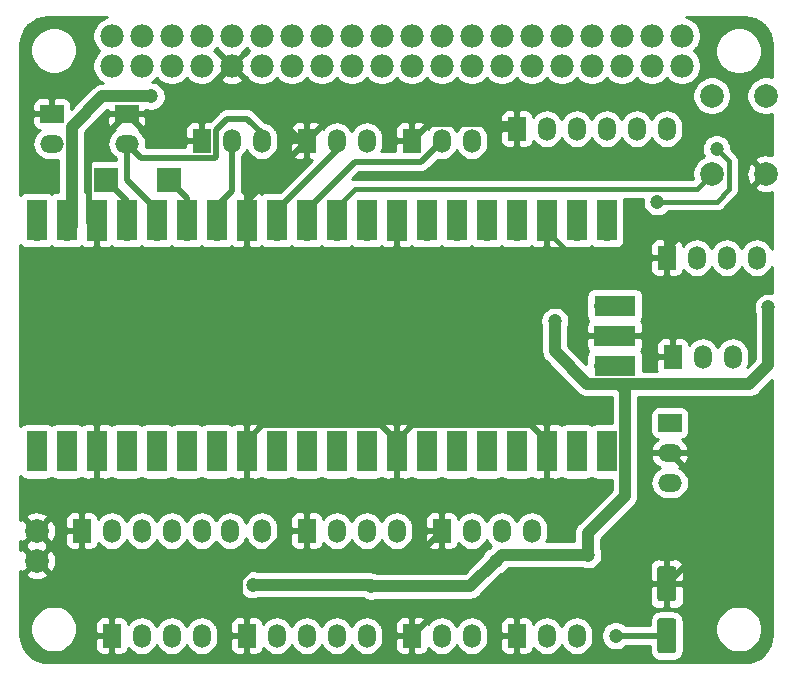
<source format=gbr>
%TF.GenerationSoftware,KiCad,Pcbnew,5.1.7-a382d34a8~87~ubuntu20.04.1*%
%TF.CreationDate,2021-04-14T12:00:42+02:00*%
%TF.ProjectId,pico_on_raspi,7069636f-5f6f-46e5-9f72-617370692e6b,rev?*%
%TF.SameCoordinates,Original*%
%TF.FileFunction,Copper,L1,Top*%
%TF.FilePolarity,Positive*%
%FSLAX46Y46*%
G04 Gerber Fmt 4.6, Leading zero omitted, Abs format (unit mm)*
G04 Created by KiCad (PCBNEW 5.1.7-a382d34a8~87~ubuntu20.04.1) date 2021-04-14 12:00:42*
%MOMM*%
%LPD*%
G01*
G04 APERTURE LIST*
%TA.AperFunction,ComponentPad*%
%ADD10O,1.700000X1.700000*%
%TD*%
%TA.AperFunction,ComponentPad*%
%ADD11R,1.700000X1.700000*%
%TD*%
%TA.AperFunction,SMDPad,CuDef*%
%ADD12R,1.700000X3.500000*%
%TD*%
%TA.AperFunction,SMDPad,CuDef*%
%ADD13R,3.500000X1.700000*%
%TD*%
%TA.AperFunction,ComponentPad*%
%ADD14C,1.998980*%
%TD*%
%TA.AperFunction,ComponentPad*%
%ADD15O,1.500000X1.998980*%
%TD*%
%TA.AperFunction,ComponentPad*%
%ADD16R,1.500000X1.998980*%
%TD*%
%TA.AperFunction,ComponentPad*%
%ADD17O,1.998980X1.500000*%
%TD*%
%TA.AperFunction,ComponentPad*%
%ADD18R,1.998980X1.500000*%
%TD*%
%TA.AperFunction,ComponentPad*%
%ADD19C,1.990000*%
%TD*%
%TA.AperFunction,ComponentPad*%
%ADD20R,1.998980X1.998980*%
%TD*%
%TA.AperFunction,ViaPad*%
%ADD21C,1.200000*%
%TD*%
%TA.AperFunction,Conductor*%
%ADD22C,0.500000*%
%TD*%
%TA.AperFunction,Conductor*%
%ADD23C,1.000000*%
%TD*%
%TA.AperFunction,Conductor*%
%ADD24C,0.400000*%
%TD*%
%TA.AperFunction,Conductor*%
%ADD25C,0.254000*%
%TD*%
%TA.AperFunction,Conductor*%
%ADD26C,0.100000*%
%TD*%
G04 APERTURE END LIST*
D10*
%TO.P,U1,1*%
%TO.N,Net-(J20-Pad3)*%
X68580000Y-125730000D03*
%TO.P,U1,2*%
%TO.N,Net-(J20-Pad5)*%
X71120000Y-125730000D03*
D11*
%TO.P,U1,3*%
%TO.N,GND*%
X73660000Y-125730000D03*
D10*
%TO.P,U1,4*%
%TO.N,Net-(R14-Pad1)*%
X76200000Y-125730000D03*
%TO.P,U1,5*%
%TO.N,Net-(R10-Pad2)*%
X78740000Y-125730000D03*
%TO.P,U1,6*%
%TO.N,Net-(R11-Pad2)*%
X81280000Y-125730000D03*
%TO.P,U1,7*%
%TO.N,Net-(R12-Pad2)*%
X83820000Y-125730000D03*
D11*
%TO.P,U1,8*%
%TO.N,GND*%
X86360000Y-125730000D03*
D10*
%TO.P,U1,9*%
%TO.N,Net-(R17-Pad2)*%
X88900000Y-125730000D03*
%TO.P,U1,10*%
%TO.N,Net-(R18-Pad2)*%
X91440000Y-125730000D03*
%TO.P,U1,11*%
%TO.N,Net-(R19-Pad2)*%
X93980000Y-125730000D03*
%TO.P,U1,12*%
%TO.N,Net-(R20-Pad2)*%
X96520000Y-125730000D03*
D11*
%TO.P,U1,13*%
%TO.N,GND*%
X99060000Y-125730000D03*
D10*
%TO.P,U1,14*%
%TO.N,Net-(R21-Pad2)*%
X101600000Y-125730000D03*
%TO.P,U1,15*%
%TO.N,Net-(R22-Pad2)*%
X104140000Y-125730000D03*
%TO.P,U1,16*%
%TO.N,Net-(R13-Pad2)*%
X106680000Y-125730000D03*
%TO.P,U1,17*%
%TO.N,Net-(R16-Pad1)*%
X109220000Y-125730000D03*
D11*
%TO.P,U1,18*%
%TO.N,GND*%
X111760000Y-125730000D03*
D10*
%TO.P,U1,19*%
%TO.N,Net-(R31-Pad2)*%
X114300000Y-125730000D03*
%TO.P,U1,20*%
%TO.N,Net-(U1-Pad20)*%
X116840000Y-125730000D03*
%TO.P,U1,21*%
%TO.N,Net-(R38-Pad1)*%
X116840000Y-107950000D03*
%TO.P,U1,22*%
%TO.N,Net-(R40-Pad1)*%
X114300000Y-107950000D03*
D11*
%TO.P,U1,23*%
%TO.N,GND*%
X111760000Y-107950000D03*
D10*
%TO.P,U1,24*%
%TO.N,Net-(R42-Pad1)*%
X109220000Y-107950000D03*
%TO.P,U1,25*%
%TO.N,Net-(R39-Pad1)*%
X106680000Y-107950000D03*
%TO.P,U1,26*%
%TO.N,Net-(R37-Pad1)*%
X104140000Y-107950000D03*
%TO.P,U1,27*%
%TO.N,Net-(R35-Pad1)*%
X101600000Y-107950000D03*
D11*
%TO.P,U1,28*%
%TO.N,GND*%
X99060000Y-107950000D03*
D10*
%TO.P,U1,29*%
%TO.N,Net-(R52-Pad2)*%
X96520000Y-107950000D03*
%TO.P,U1,30*%
%TO.N,Net-(SW1-Pad1)*%
X93980000Y-107950000D03*
%TO.P,U1,31*%
%TO.N,Net-(J18-Pad2)*%
X91440000Y-107950000D03*
%TO.P,U1,32*%
%TO.N,Net-(J16-Pad2)*%
X88900000Y-107950000D03*
D11*
%TO.P,U1,33*%
%TO.N,GND*%
X86360000Y-107950000D03*
D10*
%TO.P,U1,34*%
%TO.N,Net-(J15-Pad2)*%
X83820000Y-107950000D03*
%TO.P,U1,35*%
%TO.N,Net-(J12-Pad1)*%
X81280000Y-107950000D03*
%TO.P,U1,36*%
%TO.N,+3.3V*%
X78740000Y-107950000D03*
%TO.P,U1,37*%
%TO.N,Net-(J11-Pad1)*%
X76200000Y-107950000D03*
D11*
%TO.P,U1,38*%
%TO.N,GND*%
X73660000Y-107950000D03*
D10*
%TO.P,U1,39*%
%TO.N,+5V*%
X71120000Y-107950000D03*
%TO.P,U1,40*%
%TO.N,Net-(J10-Pad2)*%
X68580000Y-107950000D03*
D12*
%TO.P,U1,1*%
%TO.N,Net-(J20-Pad3)*%
X68580000Y-126630000D03*
%TO.P,U1,2*%
%TO.N,Net-(J20-Pad5)*%
X71120000Y-126630000D03*
%TO.P,U1,3*%
%TO.N,GND*%
X73660000Y-126630000D03*
%TO.P,U1,4*%
%TO.N,Net-(R14-Pad1)*%
X76200000Y-126630000D03*
%TO.P,U1,5*%
%TO.N,Net-(R10-Pad2)*%
X78740000Y-126630000D03*
%TO.P,U1,6*%
%TO.N,Net-(R11-Pad2)*%
X81280000Y-126630000D03*
%TO.P,U1,7*%
%TO.N,Net-(R12-Pad2)*%
X83820000Y-126630000D03*
%TO.P,U1,8*%
%TO.N,GND*%
X86360000Y-126630000D03*
%TO.P,U1,9*%
%TO.N,Net-(R17-Pad2)*%
X88900000Y-126630000D03*
%TO.P,U1,10*%
%TO.N,Net-(R18-Pad2)*%
X91440000Y-126630000D03*
%TO.P,U1,11*%
%TO.N,Net-(R19-Pad2)*%
X93980000Y-126630000D03*
%TO.P,U1,12*%
%TO.N,Net-(R20-Pad2)*%
X96520000Y-126630000D03*
%TO.P,U1,13*%
%TO.N,GND*%
X99060000Y-126630000D03*
%TO.P,U1,14*%
%TO.N,Net-(R21-Pad2)*%
X101600000Y-126630000D03*
%TO.P,U1,15*%
%TO.N,Net-(R22-Pad2)*%
X104140000Y-126630000D03*
%TO.P,U1,16*%
%TO.N,Net-(R13-Pad2)*%
X106680000Y-126630000D03*
%TO.P,U1,17*%
%TO.N,Net-(R16-Pad1)*%
X109220000Y-126630000D03*
%TO.P,U1,18*%
%TO.N,GND*%
X111760000Y-126630000D03*
%TO.P,U1,19*%
%TO.N,Net-(R31-Pad2)*%
X114300000Y-126630000D03*
%TO.P,U1,20*%
%TO.N,Net-(U1-Pad20)*%
X116840000Y-126630000D03*
%TO.P,U1,40*%
%TO.N,Net-(J10-Pad2)*%
X68580000Y-107050000D03*
%TO.P,U1,39*%
%TO.N,+5V*%
X71120000Y-107050000D03*
%TO.P,U1,38*%
%TO.N,GND*%
X73660000Y-107050000D03*
%TO.P,U1,37*%
%TO.N,Net-(J11-Pad1)*%
X76200000Y-107050000D03*
%TO.P,U1,36*%
%TO.N,+3.3V*%
X78740000Y-107050000D03*
%TO.P,U1,35*%
%TO.N,Net-(J12-Pad1)*%
X81280000Y-107050000D03*
%TO.P,U1,34*%
%TO.N,Net-(J15-Pad2)*%
X83820000Y-107050000D03*
%TO.P,U1,33*%
%TO.N,GND*%
X86360000Y-107050000D03*
%TO.P,U1,32*%
%TO.N,Net-(J16-Pad2)*%
X88900000Y-107050000D03*
%TO.P,U1,31*%
%TO.N,Net-(J18-Pad2)*%
X91440000Y-107050000D03*
%TO.P,U1,30*%
%TO.N,Net-(SW1-Pad1)*%
X93980000Y-107050000D03*
%TO.P,U1,29*%
%TO.N,Net-(R52-Pad2)*%
X96520000Y-107050000D03*
%TO.P,U1,28*%
%TO.N,GND*%
X99060000Y-107050000D03*
%TO.P,U1,27*%
%TO.N,Net-(R35-Pad1)*%
X101600000Y-107050000D03*
%TO.P,U1,26*%
%TO.N,Net-(R37-Pad1)*%
X104140000Y-107050000D03*
%TO.P,U1,25*%
%TO.N,Net-(R39-Pad1)*%
X106680000Y-107050000D03*
%TO.P,U1,24*%
%TO.N,Net-(R42-Pad1)*%
X109220000Y-107050000D03*
%TO.P,U1,23*%
%TO.N,GND*%
X111760000Y-107050000D03*
%TO.P,U1,22*%
%TO.N,Net-(R40-Pad1)*%
X114300000Y-107050000D03*
%TO.P,U1,21*%
%TO.N,Net-(R38-Pad1)*%
X116840000Y-107050000D03*
D13*
%TO.P,U1,41*%
%TO.N,Net-(J9-Pad3)*%
X117510000Y-119380000D03*
D10*
X116610000Y-119380000D03*
D13*
%TO.P,U1,42*%
%TO.N,GND*%
X117510000Y-116840000D03*
D11*
X116610000Y-116840000D03*
D13*
%TO.P,U1,43*%
%TO.N,Net-(J9-Pad1)*%
X117510000Y-114300000D03*
D10*
X116610000Y-114300000D03*
%TD*%
D14*
%TO.P,SW1,4*%
%TO.N,N/C*%
X130302000Y-96520000D03*
%TO.P,SW1,3*%
X125730000Y-96520000D03*
%TO.P,SW1,1*%
%TO.N,Net-(SW1-Pad1)*%
X125730000Y-103124000D03*
%TO.P,SW1,2*%
%TO.N,GND*%
X130302000Y-103124000D03*
%TD*%
D15*
%TO.P,J1,5*%
%TO.N,Net-(J1-Pad5)*%
X82550000Y-133350000D03*
%TO.P,J1,4*%
%TO.N,Net-(J1-Pad4)*%
X80010000Y-133350000D03*
%TO.P,J1,3*%
%TO.N,Net-(J1-Pad3)*%
X77470000Y-133350000D03*
%TO.P,J1,2*%
%TO.N,Net-(J1-Pad2)*%
X74930000Y-133350000D03*
D16*
%TO.P,J1,1*%
%TO.N,GND*%
X72390000Y-133350000D03*
D15*
%TO.P,J1,7*%
%TO.N,+5V*%
X87630000Y-133350000D03*
%TO.P,J1,6*%
%TO.N,+3.3V*%
X84963000Y-133350000D03*
%TD*%
%TO.P,J6,5*%
%TO.N,+5V*%
X96520000Y-142240000D03*
%TO.P,J6,4*%
%TO.N,+3.3V*%
X93980000Y-142240000D03*
%TO.P,J6,3*%
%TO.N,Net-(J6-Pad3)*%
X91440000Y-142240000D03*
%TO.P,J6,2*%
%TO.N,Net-(J6-Pad2)*%
X88900000Y-142240000D03*
D16*
%TO.P,J6,1*%
%TO.N,GND*%
X86360000Y-142240000D03*
%TD*%
D17*
%TO.P,J13,2*%
%TO.N,+3.3V*%
X76200000Y-100584000D03*
D18*
%TO.P,J13,1*%
%TO.N,GND*%
X76200000Y-98044000D03*
%TD*%
D15*
%TO.P,J2,4*%
%TO.N,Net-(J2-Pad4)*%
X82550000Y-142240000D03*
%TO.P,J2,3*%
%TO.N,Net-(J2-Pad3)*%
X80010000Y-142240000D03*
%TO.P,J2,2*%
%TO.N,Net-(J2-Pad2)*%
X77470000Y-142240000D03*
D16*
%TO.P,J2,1*%
%TO.N,GND*%
X74930000Y-142240000D03*
%TD*%
D15*
%TO.P,J3,4*%
%TO.N,Net-(J3-Pad4)*%
X110490000Y-133350000D03*
%TO.P,J3,3*%
%TO.N,Net-(J3-Pad3)*%
X107950000Y-133350000D03*
%TO.P,J3,2*%
%TO.N,Net-(J3-Pad2)*%
X105410000Y-133350000D03*
D16*
%TO.P,J3,1*%
%TO.N,GND*%
X102870000Y-133350000D03*
%TD*%
D15*
%TO.P,J4,3*%
%TO.N,Net-(J4-Pad3)*%
X105410000Y-142240000D03*
%TO.P,J4,2*%
%TO.N,Net-(J4-Pad2)*%
X102870000Y-142240000D03*
D16*
%TO.P,J4,1*%
%TO.N,GND*%
X100330000Y-142240000D03*
%TD*%
D15*
%TO.P,J5,3*%
%TO.N,Net-(J5-Pad3)*%
X114300000Y-142240000D03*
%TO.P,J5,2*%
%TO.N,Net-(J5-Pad2)*%
X111760000Y-142240000D03*
D16*
%TO.P,J5,1*%
%TO.N,GND*%
X109220000Y-142240000D03*
%TD*%
D15*
%TO.P,J7,4*%
%TO.N,+5V*%
X99060000Y-133350000D03*
%TO.P,J7,3*%
%TO.N,+3.3V*%
X96520000Y-133350000D03*
%TO.P,J7,2*%
%TO.N,Net-(J7-Pad2)*%
X93980000Y-133350000D03*
D16*
%TO.P,J7,1*%
%TO.N,GND*%
X91440000Y-133350000D03*
%TD*%
D14*
%TO.P,J8,1*%
%TO.N,GND*%
X68580000Y-135890000D03*
%TO.P,J8,2*%
X68580000Y-133350000D03*
%TD*%
D17*
%TO.P,J9,3*%
%TO.N,Net-(J9-Pad3)*%
X122174000Y-129286000D03*
%TO.P,J9,2*%
%TO.N,GND*%
X122174000Y-126746000D03*
D18*
%TO.P,J9,1*%
%TO.N,Net-(J9-Pad1)*%
X122174000Y-124206000D03*
%TD*%
D15*
%TO.P,J14,4*%
%TO.N,Net-(J14-Pad4)*%
X129540000Y-110236000D03*
%TO.P,J14,3*%
%TO.N,Net-(J14-Pad3)*%
X127000000Y-110236000D03*
%TO.P,J14,2*%
%TO.N,Net-(J14-Pad2)*%
X124460000Y-110236000D03*
D16*
%TO.P,J14,1*%
%TO.N,GND*%
X121920000Y-110236000D03*
%TD*%
D15*
%TO.P,J15,3*%
%TO.N,+3.3V*%
X87630000Y-100330000D03*
%TO.P,J15,2*%
%TO.N,Net-(J15-Pad2)*%
X85090000Y-100330000D03*
D16*
%TO.P,J15,1*%
%TO.N,GND*%
X82550000Y-100330000D03*
%TD*%
D15*
%TO.P,J16,3*%
%TO.N,+3.3V*%
X96520000Y-100330000D03*
%TO.P,J16,2*%
%TO.N,Net-(J16-Pad2)*%
X93980000Y-100330000D03*
D16*
%TO.P,J16,1*%
%TO.N,GND*%
X91440000Y-100330000D03*
%TD*%
D15*
%TO.P,J17,3*%
%TO.N,Net-(J17-Pad3)*%
X127508000Y-118618000D03*
%TO.P,J17,2*%
%TO.N,Net-(J17-Pad2)*%
X124968000Y-118618000D03*
D16*
%TO.P,J17,1*%
%TO.N,GND*%
X122428000Y-118618000D03*
%TD*%
D15*
%TO.P,J18,3*%
%TO.N,+3.3V*%
X105410000Y-100330000D03*
%TO.P,J18,2*%
%TO.N,Net-(J18-Pad2)*%
X102870000Y-100330000D03*
D16*
%TO.P,J18,1*%
%TO.N,GND*%
X100330000Y-100330000D03*
%TD*%
D15*
%TO.P,J19,6*%
%TO.N,Net-(J19-Pad6)*%
X121920000Y-99314000D03*
%TO.P,J19,5*%
%TO.N,Net-(J19-Pad5)*%
X119380000Y-99314000D03*
%TO.P,J19,4*%
%TO.N,Net-(J19-Pad4)*%
X116840000Y-99314000D03*
%TO.P,J19,3*%
%TO.N,Net-(J19-Pad3)*%
X114300000Y-99314000D03*
%TO.P,J19,2*%
%TO.N,Net-(J19-Pad2)*%
X111760000Y-99314000D03*
D16*
%TO.P,J19,1*%
%TO.N,GND*%
X109220000Y-99314000D03*
%TD*%
D19*
%TO.P,J20,40*%
%TO.N,Net-(J20-Pad40)*%
X123187460Y-91442540D03*
%TO.P,J20,39*%
%TO.N,Net-(J20-Pad39)*%
X123187460Y-93982540D03*
%TO.P,J20,38*%
%TO.N,Net-(J20-Pad38)*%
X120647460Y-91442540D03*
%TO.P,J20,37*%
%TO.N,Net-(J20-Pad37)*%
X120647460Y-93982540D03*
%TO.P,J20,36*%
%TO.N,Net-(J20-Pad36)*%
X118107460Y-91442540D03*
%TO.P,J20,35*%
%TO.N,Net-(J20-Pad35)*%
X118107460Y-93982540D03*
%TO.P,J20,34*%
%TO.N,Net-(J20-Pad34)*%
X115567460Y-91442540D03*
%TO.P,J20,33*%
%TO.N,Net-(J20-Pad33)*%
X115567460Y-93982540D03*
%TO.P,J20,32*%
%TO.N,Net-(J20-Pad32)*%
X113027460Y-91442540D03*
%TO.P,J20,31*%
%TO.N,Net-(J20-Pad31)*%
X113027460Y-93982540D03*
%TO.P,J20,30*%
%TO.N,Net-(J20-Pad30)*%
X110487460Y-91442540D03*
%TO.P,J20,29*%
%TO.N,Net-(J20-Pad29)*%
X110487460Y-93982540D03*
%TO.P,J20,28*%
%TO.N,Net-(J20-Pad28)*%
X107947460Y-91442540D03*
%TO.P,J20,27*%
%TO.N,Net-(J20-Pad27)*%
X107947460Y-93982540D03*
%TO.P,J20,26*%
%TO.N,Net-(J20-Pad26)*%
X105407460Y-91442540D03*
%TO.P,J20,25*%
%TO.N,Net-(J20-Pad25)*%
X105407460Y-93982540D03*
%TO.P,J20,24*%
%TO.N,Net-(J20-Pad24)*%
X102867460Y-91442540D03*
%TO.P,J20,23*%
%TO.N,Net-(J20-Pad23)*%
X102867460Y-93982540D03*
%TO.P,J20,22*%
%TO.N,Net-(J20-Pad22)*%
X100327460Y-91442540D03*
%TO.P,J20,21*%
%TO.N,Net-(J20-Pad21)*%
X100327460Y-93982540D03*
%TO.P,J20,20*%
%TO.N,Net-(J20-Pad20)*%
X97787460Y-91442540D03*
%TO.P,J20,19*%
%TO.N,Net-(J20-Pad19)*%
X97787460Y-93982540D03*
%TO.P,J20,18*%
%TO.N,Net-(J20-Pad18)*%
X95247460Y-91442540D03*
%TO.P,J20,17*%
%TO.N,Net-(J20-Pad17)*%
X95247460Y-93982540D03*
%TO.P,J20,16*%
%TO.N,Net-(J20-Pad16)*%
X92707460Y-91442540D03*
%TO.P,J20,15*%
%TO.N,Net-(J20-Pad15)*%
X92707460Y-93982540D03*
%TO.P,J20,14*%
%TO.N,Net-(J20-Pad14)*%
X90167460Y-91442540D03*
%TO.P,J20,13*%
%TO.N,Net-(J20-Pad13)*%
X90167460Y-93982540D03*
%TO.P,J20,12*%
%TO.N,Net-(J20-Pad12)*%
X87627460Y-91442540D03*
%TO.P,J20,11*%
%TO.N,Net-(J20-Pad11)*%
X87627460Y-93982540D03*
%TO.P,J20,10*%
%TO.N,Net-(J20-Pad10)*%
X85087460Y-91442540D03*
%TO.P,J20,9*%
%TO.N,GND*%
X85087460Y-93982540D03*
%TO.P,J20,8*%
%TO.N,Net-(J20-Pad8)*%
X82547460Y-91442540D03*
%TO.P,J20,7*%
%TO.N,Net-(J20-Pad7)*%
X82547460Y-93982540D03*
%TO.P,J20,6*%
%TO.N,Net-(J20-Pad6)*%
X80007460Y-91442540D03*
%TO.P,J20,5*%
%TO.N,Net-(J20-Pad5)*%
X80007460Y-93982540D03*
%TO.P,J20,4*%
%TO.N,Net-(J20-Pad2)*%
X77467460Y-91442540D03*
%TO.P,J20,3*%
%TO.N,Net-(J20-Pad3)*%
X77467460Y-93982540D03*
%TO.P,J20,2*%
%TO.N,Net-(J20-Pad2)*%
X74927460Y-91442540D03*
%TO.P,J20,1*%
%TO.N,Net-(J20-Pad1)*%
X74927460Y-93982540D03*
%TD*%
D17*
%TO.P,J10,2*%
%TO.N,Net-(J10-Pad2)*%
X69850000Y-100584000D03*
D18*
%TO.P,J10,1*%
%TO.N,GND*%
X69850000Y-98044000D03*
%TD*%
%TO.P,C1,1*%
%TO.N,+3.3V*%
%TA.AperFunction,SMDPad,CuDef*%
G36*
G01*
X122470000Y-143740000D02*
X121370000Y-143740000D01*
G75*
G02*
X121120000Y-143490000I0J250000D01*
G01*
X121120000Y-140990000D01*
G75*
G02*
X121370000Y-140740000I250000J0D01*
G01*
X122470000Y-140740000D01*
G75*
G02*
X122720000Y-140990000I0J-250000D01*
G01*
X122720000Y-143490000D01*
G75*
G02*
X122470000Y-143740000I-250000J0D01*
G01*
G37*
%TD.AperFunction*%
%TO.P,C1,2*%
%TO.N,GND*%
%TA.AperFunction,SMDPad,CuDef*%
G36*
G01*
X122470000Y-139340000D02*
X121370000Y-139340000D01*
G75*
G02*
X121120000Y-139090000I0J250000D01*
G01*
X121120000Y-136590000D01*
G75*
G02*
X121370000Y-136340000I250000J0D01*
G01*
X122470000Y-136340000D01*
G75*
G02*
X122720000Y-136590000I0J-250000D01*
G01*
X122720000Y-139090000D01*
G75*
G02*
X122470000Y-139340000I-250000J0D01*
G01*
G37*
%TD.AperFunction*%
%TD*%
D20*
%TO.P,J11,1*%
%TO.N,Net-(J11-Pad1)*%
X74422000Y-103632000D03*
%TD*%
%TO.P,J12,1*%
%TO.N,Net-(J12-Pad1)*%
X79756000Y-103632000D03*
%TD*%
D21*
%TO.N,+3.3V*%
X117602000Y-142240000D03*
%TO.N,+5V*%
X86868000Y-137922000D03*
X96901000Y-138049000D03*
X107442000Y-135890000D03*
X115222000Y-135382000D03*
X126136400Y-101015800D03*
X121132600Y-105486200D03*
X78257400Y-96570800D03*
X112445800Y-115604000D03*
X130530600Y-114452400D03*
%TO.N,GND*%
X109500002Y-140208000D03*
X86868000Y-139954000D03*
X86868000Y-96266000D03*
X93218000Y-135636000D03*
X114300000Y-116840000D03*
X98501200Y-100330000D03*
X99060000Y-113030000D03*
X99034600Y-110337600D03*
X116078000Y-111252000D03*
%TD*%
D22*
%TO.N,+3.3V*%
X76200000Y-103639998D02*
X76200000Y-100584000D01*
X78740000Y-106179998D02*
X76200000Y-103639998D01*
X78740000Y-107950000D02*
X78740000Y-106179998D01*
X117602000Y-142240000D02*
X121920000Y-142240000D01*
X87630000Y-100330000D02*
X87630000Y-99720400D01*
X87630000Y-99720400D02*
X86385400Y-98475800D01*
X83750001Y-99409399D02*
X83750001Y-101746199D01*
X84683600Y-98475800D02*
X83750001Y-99409399D01*
X86385400Y-98475800D02*
X84683600Y-98475800D01*
X77400010Y-101784010D02*
X76200000Y-100584000D01*
X83712190Y-101784010D02*
X77400010Y-101784010D01*
X83750001Y-101746199D02*
X83712190Y-101784010D01*
D23*
%TO.N,+5V*%
X86868000Y-137922000D02*
X96774000Y-137922000D01*
X96774000Y-137922000D02*
X96901000Y-138049000D01*
X105283000Y-138049000D02*
X96901000Y-138049000D01*
X107442000Y-135890000D02*
X105283000Y-138049000D01*
X107950000Y-135382000D02*
X107442000Y-135890000D01*
X115222000Y-135382000D02*
X107950000Y-135382000D01*
D24*
X121132600Y-105486200D02*
X126136400Y-105486200D01*
X126136400Y-105486200D02*
X127203200Y-104419400D01*
X127203200Y-102082600D02*
X126136400Y-101015800D01*
X127203200Y-104419400D02*
X127203200Y-102082600D01*
D23*
X71549500Y-107520500D02*
X71549500Y-99163900D01*
X71120000Y-107950000D02*
X71549500Y-107520500D01*
X74142600Y-96570800D02*
X78257400Y-96570800D01*
X71549500Y-99163900D02*
X74142600Y-96570800D01*
X112445800Y-118175802D02*
X115199999Y-120930001D01*
X112445800Y-115604000D02*
X112445800Y-118175802D01*
X130530600Y-119303800D02*
X130530600Y-114452400D01*
X128904399Y-120930001D02*
X130530600Y-119303800D01*
X115222000Y-135382000D02*
X115222000Y-133545600D01*
X118390001Y-121412601D02*
X117907401Y-120930001D01*
X118390001Y-130377599D02*
X118390001Y-121412601D01*
X115222000Y-133545600D02*
X118390001Y-130377599D01*
X117907401Y-120930001D02*
X128904399Y-120930001D01*
X115199999Y-120930001D02*
X117907401Y-120930001D01*
D22*
%TO.N,Net-(J15-Pad2)*%
X83820000Y-107950000D02*
X83820000Y-105867200D01*
X85090000Y-104597200D02*
X85090000Y-100330000D01*
X83820000Y-105867200D02*
X85090000Y-104597200D01*
%TO.N,Net-(J16-Pad2)*%
X93980000Y-101099998D02*
X93980000Y-100330000D01*
X88900000Y-106179998D02*
X93980000Y-101099998D01*
X88900000Y-107950000D02*
X88900000Y-106179998D01*
%TO.N,Net-(J18-Pad2)*%
X91440000Y-107950000D02*
X91440000Y-106179998D01*
X91440000Y-106179998D02*
X95511998Y-102108000D01*
X101092000Y-102108000D02*
X102870000Y-100330000D01*
X95511998Y-102108000D02*
X101092000Y-102108000D01*
D24*
%TO.N,Net-(SW1-Pad1)*%
X93980000Y-107950000D02*
X93980000Y-105918000D01*
X93980000Y-105918000D02*
X95504000Y-104394000D01*
X124460000Y-104394000D02*
X125730000Y-103124000D01*
X95504000Y-104394000D02*
X124460000Y-104394000D01*
D22*
%TO.N,GND*%
X86360000Y-105410000D02*
X91440000Y-100330000D01*
X86360000Y-107950000D02*
X86360000Y-105410000D01*
X78486000Y-100330000D02*
X76200000Y-98044000D01*
X82550000Y-100330000D02*
X78486000Y-100330000D01*
X102362000Y-140208000D02*
X100330000Y-142240000D01*
X109500002Y-140208000D02*
X102362000Y-140208000D01*
X89885998Y-133350000D02*
X91440000Y-133350000D01*
X85817999Y-137417999D02*
X89885998Y-133350000D01*
X85817999Y-138903999D02*
X85817999Y-137417999D01*
X86868000Y-139954000D02*
X85817999Y-138903999D01*
X90932000Y-100330000D02*
X91440000Y-100330000D01*
X86868000Y-96266000D02*
X90932000Y-100330000D01*
X100584000Y-135636000D02*
X102870000Y-133350000D01*
X93218000Y-135636000D02*
X100584000Y-135636000D01*
X121920000Y-137840000D02*
X124968000Y-134792000D01*
X124968000Y-129540000D02*
X122174000Y-126746000D01*
X124968000Y-134792000D02*
X124968000Y-129540000D01*
D24*
X114300000Y-113030000D02*
X114300000Y-116840000D01*
X116078000Y-111252000D02*
X114300000Y-113030000D01*
X117094000Y-110236000D02*
X116078000Y-111252000D01*
X121920000Y-110236000D02*
X117094000Y-110236000D01*
X115062000Y-111252000D02*
X111760000Y-107950000D01*
X116078000Y-111252000D02*
X115062000Y-111252000D01*
D22*
X98501200Y-100330000D02*
X98501200Y-98983800D01*
X98501200Y-98983800D02*
X98069400Y-98552000D01*
X93218000Y-98552000D02*
X91440000Y-100330000D01*
X98069400Y-98552000D02*
X93218000Y-98552000D01*
X101779500Y-98880500D02*
X100330000Y-100330000D01*
X108786500Y-98880500D02*
X101779500Y-98880500D01*
X109220000Y-99314000D02*
X108786500Y-98880500D01*
X82550000Y-100330000D02*
X82550000Y-96469200D01*
X85036660Y-93982540D02*
X85087460Y-93982540D01*
X82550000Y-96469200D02*
X85036660Y-93982540D01*
X72972509Y-107262509D02*
X73660000Y-107950000D01*
X72972509Y-101271491D02*
X72972509Y-107262509D01*
X76200000Y-98044000D02*
X72972509Y-101271491D01*
X99034600Y-110337600D02*
X99034600Y-113004600D01*
X100360001Y-124429999D02*
X99060000Y-125730000D01*
X110459999Y-124429999D02*
X100360001Y-124429999D01*
X111760000Y-125730000D02*
X110459999Y-124429999D01*
X87660001Y-124429999D02*
X86360000Y-125730000D01*
X97759999Y-124429999D02*
X87660001Y-124429999D01*
X99060000Y-125730000D02*
X97759999Y-124429999D01*
X121920000Y-110236000D02*
X121920000Y-109474000D01*
X121920000Y-109474000D02*
X124714000Y-106680000D01*
X126746000Y-106680000D02*
X130302000Y-103124000D01*
X124714000Y-106680000D02*
X126746000Y-106680000D01*
%TO.N,Net-(J11-Pad1)*%
X76200000Y-105410000D02*
X74422000Y-103632000D01*
X76200000Y-107950000D02*
X76200000Y-105410000D01*
%TO.N,Net-(J12-Pad1)*%
X81280000Y-105156000D02*
X79756000Y-103632000D01*
X81280000Y-107950000D02*
X81280000Y-105156000D01*
%TD*%
D25*
%TO.N,GND*%
X128969476Y-89908852D02*
X129401390Y-90039254D01*
X129799745Y-90251064D01*
X130149374Y-90536215D01*
X130436957Y-90883843D01*
X130651546Y-91280717D01*
X130784958Y-91711701D01*
X130835461Y-92192203D01*
X130835461Y-94971807D01*
X130778763Y-94948322D01*
X130462983Y-94885510D01*
X130141017Y-94885510D01*
X129825237Y-94948322D01*
X129527778Y-95071533D01*
X129260073Y-95250408D01*
X129032408Y-95478073D01*
X128853533Y-95745778D01*
X128730322Y-96043237D01*
X128667510Y-96359017D01*
X128667510Y-96680983D01*
X128730322Y-96996763D01*
X128853533Y-97294222D01*
X129032408Y-97561927D01*
X129260073Y-97789592D01*
X129527778Y-97968467D01*
X129825237Y-98091678D01*
X130141017Y-98154490D01*
X130462983Y-98154490D01*
X130778763Y-98091678D01*
X130835461Y-98068193D01*
X130835461Y-101574127D01*
X130560771Y-101502115D01*
X130239385Y-101482795D01*
X129920405Y-101526546D01*
X129616089Y-101631686D01*
X129442258Y-101724601D01*
X129346555Y-101988950D01*
X130302000Y-102944395D01*
X130316143Y-102930253D01*
X130495748Y-103109858D01*
X130481605Y-103124000D01*
X130495748Y-103138143D01*
X130316143Y-103317748D01*
X130302000Y-103303605D01*
X129346555Y-104259050D01*
X129442258Y-104523399D01*
X129731787Y-104664238D01*
X130043229Y-104745885D01*
X130364615Y-104765205D01*
X130683595Y-104721454D01*
X130835461Y-104668985D01*
X130835461Y-109485895D01*
X130825764Y-109453929D01*
X130697157Y-109213322D01*
X130524080Y-109002429D01*
X130313187Y-108829353D01*
X130072580Y-108700746D01*
X129811506Y-108621550D01*
X129540000Y-108594809D01*
X129268493Y-108621550D01*
X129007419Y-108700746D01*
X128766812Y-108829353D01*
X128555919Y-109002430D01*
X128382843Y-109213323D01*
X128270000Y-109424437D01*
X128157157Y-109213322D01*
X127984080Y-109002429D01*
X127773187Y-108829353D01*
X127532580Y-108700746D01*
X127271506Y-108621550D01*
X127000000Y-108594809D01*
X126728493Y-108621550D01*
X126467419Y-108700746D01*
X126226812Y-108829353D01*
X126015919Y-109002430D01*
X125842843Y-109213323D01*
X125730000Y-109424437D01*
X125617157Y-109213322D01*
X125444080Y-109002429D01*
X125233187Y-108829353D01*
X124992580Y-108700746D01*
X124731506Y-108621550D01*
X124460000Y-108594809D01*
X124188493Y-108621550D01*
X123927419Y-108700746D01*
X123686812Y-108829353D01*
X123475919Y-109002430D01*
X123305473Y-109210119D01*
X123295812Y-109112028D01*
X123259502Y-108992330D01*
X123200537Y-108882016D01*
X123121185Y-108785325D01*
X123024494Y-108705973D01*
X122914180Y-108647008D01*
X122794482Y-108610698D01*
X122670000Y-108598438D01*
X122205750Y-108601510D01*
X122047000Y-108760260D01*
X122047000Y-110109000D01*
X122067000Y-110109000D01*
X122067000Y-110363000D01*
X122047000Y-110363000D01*
X122047000Y-111711740D01*
X122205750Y-111870490D01*
X122670000Y-111873562D01*
X122794482Y-111861302D01*
X122914180Y-111824992D01*
X123024494Y-111766027D01*
X123121185Y-111686675D01*
X123200537Y-111589984D01*
X123259502Y-111479670D01*
X123295812Y-111359972D01*
X123305473Y-111261882D01*
X123475920Y-111469571D01*
X123686813Y-111642647D01*
X123927420Y-111771254D01*
X124188494Y-111850450D01*
X124460000Y-111877191D01*
X124731507Y-111850450D01*
X124992581Y-111771254D01*
X125233188Y-111642647D01*
X125444081Y-111469571D01*
X125617157Y-111258678D01*
X125730000Y-111047563D01*
X125842843Y-111258678D01*
X126015920Y-111469571D01*
X126226813Y-111642647D01*
X126467420Y-111771254D01*
X126728494Y-111850450D01*
X127000000Y-111877191D01*
X127271507Y-111850450D01*
X127532581Y-111771254D01*
X127773188Y-111642647D01*
X127984081Y-111469571D01*
X128157157Y-111258678D01*
X128270000Y-111047563D01*
X128382843Y-111258678D01*
X128555920Y-111469571D01*
X128766813Y-111642647D01*
X129007420Y-111771254D01*
X129268494Y-111850450D01*
X129540000Y-111877191D01*
X129811507Y-111850450D01*
X130072581Y-111771254D01*
X130313188Y-111642647D01*
X130524081Y-111469571D01*
X130697157Y-111258678D01*
X130825764Y-111018070D01*
X130835461Y-110986105D01*
X130835461Y-113253845D01*
X130652237Y-113217400D01*
X130408963Y-113217400D01*
X130170364Y-113264860D01*
X129945608Y-113357957D01*
X129743333Y-113493113D01*
X129571313Y-113665133D01*
X129436157Y-113867408D01*
X129343060Y-114092164D01*
X129295600Y-114330763D01*
X129295600Y-114574037D01*
X129343060Y-114812636D01*
X129395601Y-114939481D01*
X129395600Y-118833667D01*
X128753076Y-119476192D01*
X128793764Y-119400070D01*
X128872960Y-119138996D01*
X128893000Y-118935526D01*
X128893000Y-118300473D01*
X128872960Y-118097003D01*
X128793764Y-117835929D01*
X128665157Y-117595322D01*
X128492080Y-117384429D01*
X128281187Y-117211353D01*
X128040580Y-117082746D01*
X127779506Y-117003550D01*
X127508000Y-116976809D01*
X127236493Y-117003550D01*
X126975419Y-117082746D01*
X126734812Y-117211353D01*
X126523919Y-117384430D01*
X126350843Y-117595323D01*
X126238000Y-117806437D01*
X126125157Y-117595322D01*
X125952080Y-117384429D01*
X125741187Y-117211353D01*
X125500580Y-117082746D01*
X125239506Y-117003550D01*
X124968000Y-116976809D01*
X124696493Y-117003550D01*
X124435419Y-117082746D01*
X124194812Y-117211353D01*
X123983919Y-117384430D01*
X123813473Y-117592119D01*
X123803812Y-117494028D01*
X123767502Y-117374330D01*
X123708537Y-117264016D01*
X123629185Y-117167325D01*
X123532494Y-117087973D01*
X123422180Y-117029008D01*
X123302482Y-116992698D01*
X123178000Y-116980438D01*
X122713750Y-116983510D01*
X122555000Y-117142260D01*
X122555000Y-118491000D01*
X122575000Y-118491000D01*
X122575000Y-118745000D01*
X122555000Y-118745000D01*
X122555000Y-118765000D01*
X122301000Y-118765000D01*
X122301000Y-118745000D01*
X121201750Y-118745000D01*
X121043000Y-118903750D01*
X121039928Y-119617490D01*
X121052188Y-119741972D01*
X121068274Y-119795001D01*
X119898072Y-119795001D01*
X119898072Y-118530000D01*
X119885812Y-118405518D01*
X119849502Y-118285820D01*
X119790537Y-118175506D01*
X119736778Y-118110000D01*
X119790537Y-118044494D01*
X119849502Y-117934180D01*
X119885812Y-117814482D01*
X119898072Y-117690000D01*
X119897683Y-117618510D01*
X121039928Y-117618510D01*
X121043000Y-118332250D01*
X121201750Y-118491000D01*
X122301000Y-118491000D01*
X122301000Y-117142260D01*
X122142250Y-116983510D01*
X121678000Y-116980438D01*
X121553518Y-116992698D01*
X121433820Y-117029008D01*
X121323506Y-117087973D01*
X121226815Y-117167325D01*
X121147463Y-117264016D01*
X121088498Y-117374330D01*
X121052188Y-117494028D01*
X121039928Y-117618510D01*
X119897683Y-117618510D01*
X119895000Y-117125750D01*
X119736250Y-116967000D01*
X115283750Y-116967000D01*
X115125000Y-117125750D01*
X115121928Y-117690000D01*
X115134188Y-117814482D01*
X115170498Y-117934180D01*
X115229463Y-118044494D01*
X115283222Y-118110000D01*
X115229463Y-118175506D01*
X115170498Y-118285820D01*
X115134188Y-118405518D01*
X115121928Y-118530000D01*
X115121928Y-119246798D01*
X113580800Y-117705671D01*
X113580800Y-116091079D01*
X113633340Y-115964236D01*
X113680800Y-115725637D01*
X113680800Y-115482363D01*
X113633340Y-115243764D01*
X113540243Y-115019008D01*
X113405087Y-114816733D01*
X113233067Y-114644713D01*
X113030792Y-114509557D01*
X112806036Y-114416460D01*
X112567437Y-114369000D01*
X112324163Y-114369000D01*
X112085564Y-114416460D01*
X111860808Y-114509557D01*
X111658533Y-114644713D01*
X111486513Y-114816733D01*
X111351357Y-115019008D01*
X111258260Y-115243764D01*
X111210800Y-115482363D01*
X111210800Y-115725637D01*
X111258260Y-115964236D01*
X111310800Y-116091079D01*
X111310801Y-118120041D01*
X111305309Y-118175802D01*
X111327223Y-118398300D01*
X111392124Y-118612248D01*
X111392125Y-118612249D01*
X111497517Y-118809425D01*
X111639352Y-118982251D01*
X111682660Y-119017793D01*
X114358012Y-121693147D01*
X114393550Y-121736450D01*
X114436853Y-121771988D01*
X114436855Y-121771990D01*
X114566376Y-121878285D01*
X114763552Y-121983677D01*
X114977500Y-122048578D01*
X115199999Y-122070492D01*
X115255751Y-122065001D01*
X117255002Y-122065001D01*
X117255002Y-124241928D01*
X115990000Y-124241928D01*
X115865518Y-124254188D01*
X115745820Y-124290498D01*
X115635506Y-124349463D01*
X115570000Y-124403222D01*
X115504494Y-124349463D01*
X115394180Y-124290498D01*
X115274482Y-124254188D01*
X115150000Y-124241928D01*
X113450000Y-124241928D01*
X113325518Y-124254188D01*
X113205820Y-124290498D01*
X113095506Y-124349463D01*
X113030000Y-124403222D01*
X112964494Y-124349463D01*
X112854180Y-124290498D01*
X112734482Y-124254188D01*
X112610000Y-124241928D01*
X112045750Y-124245000D01*
X111887000Y-124403750D01*
X111887000Y-128856250D01*
X112045750Y-129015000D01*
X112610000Y-129018072D01*
X112734482Y-129005812D01*
X112854180Y-128969502D01*
X112964494Y-128910537D01*
X113030000Y-128856778D01*
X113095506Y-128910537D01*
X113205820Y-128969502D01*
X113325518Y-129005812D01*
X113450000Y-129018072D01*
X115150000Y-129018072D01*
X115274482Y-129005812D01*
X115394180Y-128969502D01*
X115504494Y-128910537D01*
X115570000Y-128856778D01*
X115635506Y-128910537D01*
X115745820Y-128969502D01*
X115865518Y-129005812D01*
X115990000Y-129018072D01*
X117255001Y-129018072D01*
X117255001Y-129907467D01*
X114458860Y-132703609D01*
X114415552Y-132739151D01*
X114273717Y-132911977D01*
X114243556Y-132968405D01*
X114168324Y-133109154D01*
X114103423Y-133323102D01*
X114081509Y-133545600D01*
X114087000Y-133601351D01*
X114087000Y-134247000D01*
X111714333Y-134247000D01*
X111775764Y-134132070D01*
X111854960Y-133870996D01*
X111875000Y-133667526D01*
X111875000Y-133032473D01*
X111854960Y-132829003D01*
X111775764Y-132567929D01*
X111647157Y-132327322D01*
X111474080Y-132116429D01*
X111263187Y-131943353D01*
X111022580Y-131814746D01*
X110761506Y-131735550D01*
X110490000Y-131708809D01*
X110218493Y-131735550D01*
X109957419Y-131814746D01*
X109716812Y-131943353D01*
X109505919Y-132116430D01*
X109332843Y-132327323D01*
X109220000Y-132538437D01*
X109107157Y-132327322D01*
X108934080Y-132116429D01*
X108723187Y-131943353D01*
X108482580Y-131814746D01*
X108221506Y-131735550D01*
X107950000Y-131708809D01*
X107678493Y-131735550D01*
X107417419Y-131814746D01*
X107176812Y-131943353D01*
X106965919Y-132116430D01*
X106792843Y-132327323D01*
X106680000Y-132538437D01*
X106567157Y-132327322D01*
X106394080Y-132116429D01*
X106183187Y-131943353D01*
X105942580Y-131814746D01*
X105681506Y-131735550D01*
X105410000Y-131708809D01*
X105138493Y-131735550D01*
X104877419Y-131814746D01*
X104636812Y-131943353D01*
X104425919Y-132116430D01*
X104255473Y-132324119D01*
X104245812Y-132226028D01*
X104209502Y-132106330D01*
X104150537Y-131996016D01*
X104071185Y-131899325D01*
X103974494Y-131819973D01*
X103864180Y-131761008D01*
X103744482Y-131724698D01*
X103620000Y-131712438D01*
X103155750Y-131715510D01*
X102997000Y-131874260D01*
X102997000Y-133223000D01*
X103017000Y-133223000D01*
X103017000Y-133477000D01*
X102997000Y-133477000D01*
X102997000Y-134825740D01*
X103155750Y-134984490D01*
X103620000Y-134987562D01*
X103744482Y-134975302D01*
X103864180Y-134938992D01*
X103974494Y-134880027D01*
X104071185Y-134800675D01*
X104150537Y-134703984D01*
X104209502Y-134593670D01*
X104245812Y-134473972D01*
X104255473Y-134375882D01*
X104425920Y-134583571D01*
X104636813Y-134756647D01*
X104877420Y-134885254D01*
X105138494Y-134964450D01*
X105410000Y-134991191D01*
X105681507Y-134964450D01*
X105942581Y-134885254D01*
X106183188Y-134756647D01*
X106394081Y-134583571D01*
X106567157Y-134372678D01*
X106680000Y-134161563D01*
X106792843Y-134372678D01*
X106965920Y-134583571D01*
X107063344Y-134663525D01*
X106983853Y-134743016D01*
X106857008Y-134795557D01*
X106654733Y-134930713D01*
X106482713Y-135102733D01*
X106347557Y-135305008D01*
X106295017Y-135431851D01*
X104812869Y-136914000D01*
X97388079Y-136914000D01*
X97261236Y-136861460D01*
X97047992Y-136819043D01*
X96996499Y-136803423D01*
X96829752Y-136787000D01*
X96829751Y-136787000D01*
X96774000Y-136781509D01*
X96718249Y-136787000D01*
X87355079Y-136787000D01*
X87228236Y-136734460D01*
X86989637Y-136687000D01*
X86746363Y-136687000D01*
X86507764Y-136734460D01*
X86283008Y-136827557D01*
X86080733Y-136962713D01*
X85908713Y-137134733D01*
X85773557Y-137337008D01*
X85680460Y-137561764D01*
X85633000Y-137800363D01*
X85633000Y-138043637D01*
X85680460Y-138282236D01*
X85773557Y-138506992D01*
X85908713Y-138709267D01*
X86080733Y-138881287D01*
X86283008Y-139016443D01*
X86507764Y-139109540D01*
X86746363Y-139157000D01*
X86989637Y-139157000D01*
X87228236Y-139109540D01*
X87355079Y-139057000D01*
X96186637Y-139057000D01*
X96316008Y-139143443D01*
X96540764Y-139236540D01*
X96779363Y-139284000D01*
X97022637Y-139284000D01*
X97261236Y-139236540D01*
X97388079Y-139184000D01*
X105227249Y-139184000D01*
X105283000Y-139189491D01*
X105338751Y-139184000D01*
X105338752Y-139184000D01*
X105505499Y-139167577D01*
X105719447Y-139102676D01*
X105916623Y-138997284D01*
X106089449Y-138855449D01*
X106124996Y-138812135D01*
X107900149Y-137036983D01*
X108026992Y-136984443D01*
X108229267Y-136849287D01*
X108401287Y-136677267D01*
X108508374Y-136517000D01*
X114734921Y-136517000D01*
X114861764Y-136569540D01*
X115100363Y-136617000D01*
X115343637Y-136617000D01*
X115582236Y-136569540D01*
X115806992Y-136476443D01*
X116009267Y-136341287D01*
X116010554Y-136340000D01*
X120481928Y-136340000D01*
X120485000Y-137554250D01*
X120643750Y-137713000D01*
X121793000Y-137713000D01*
X121793000Y-135863750D01*
X122047000Y-135863750D01*
X122047000Y-137713000D01*
X123196250Y-137713000D01*
X123355000Y-137554250D01*
X123358072Y-136340000D01*
X123345812Y-136215518D01*
X123309502Y-136095820D01*
X123250537Y-135985506D01*
X123171185Y-135888815D01*
X123074494Y-135809463D01*
X122964180Y-135750498D01*
X122844482Y-135714188D01*
X122720000Y-135701928D01*
X122205750Y-135705000D01*
X122047000Y-135863750D01*
X121793000Y-135863750D01*
X121634250Y-135705000D01*
X121120000Y-135701928D01*
X120995518Y-135714188D01*
X120875820Y-135750498D01*
X120765506Y-135809463D01*
X120668815Y-135888815D01*
X120589463Y-135985506D01*
X120530498Y-136095820D01*
X120494188Y-136215518D01*
X120481928Y-136340000D01*
X116010554Y-136340000D01*
X116181287Y-136169267D01*
X116316443Y-135966992D01*
X116409540Y-135742236D01*
X116457000Y-135503637D01*
X116457000Y-135260363D01*
X116409540Y-135021764D01*
X116357000Y-134894921D01*
X116357000Y-134015731D01*
X119153142Y-131219590D01*
X119196450Y-131184048D01*
X119338285Y-131011222D01*
X119443677Y-130814046D01*
X119508578Y-130600098D01*
X119525001Y-130433351D01*
X119525001Y-130433350D01*
X119530492Y-130377599D01*
X119525001Y-130321848D01*
X119525001Y-129286000D01*
X120532809Y-129286000D01*
X120559550Y-129557507D01*
X120638746Y-129818581D01*
X120767353Y-130059188D01*
X120940429Y-130270081D01*
X121151322Y-130443157D01*
X121391929Y-130571764D01*
X121653003Y-130650960D01*
X121856473Y-130671000D01*
X122491527Y-130671000D01*
X122694997Y-130650960D01*
X122956071Y-130571764D01*
X123196678Y-130443157D01*
X123407571Y-130270081D01*
X123580647Y-130059188D01*
X123709254Y-129818581D01*
X123788450Y-129557507D01*
X123815191Y-129286000D01*
X123788450Y-129014493D01*
X123709254Y-128753419D01*
X123580647Y-128512812D01*
X123407571Y-128301919D01*
X123196678Y-128128843D01*
X122988352Y-128017490D01*
X123045636Y-127995683D01*
X123277483Y-127850296D01*
X123476511Y-127662471D01*
X123635072Y-127439427D01*
X123747073Y-127189735D01*
X123765808Y-127087185D01*
X123643146Y-126873000D01*
X122301000Y-126873000D01*
X122301000Y-126893000D01*
X122047000Y-126893000D01*
X122047000Y-126873000D01*
X120704854Y-126873000D01*
X120582192Y-127087185D01*
X120600927Y-127189735D01*
X120712928Y-127439427D01*
X120871489Y-127662471D01*
X121070517Y-127850296D01*
X121302364Y-127995683D01*
X121359648Y-128017490D01*
X121151322Y-128128843D01*
X120940429Y-128301919D01*
X120767353Y-128512812D01*
X120638746Y-128753419D01*
X120559550Y-129014493D01*
X120532809Y-129286000D01*
X119525001Y-129286000D01*
X119525001Y-123456000D01*
X120536438Y-123456000D01*
X120536438Y-124956000D01*
X120548698Y-125080482D01*
X120585008Y-125200180D01*
X120643973Y-125310494D01*
X120723325Y-125407185D01*
X120820016Y-125486537D01*
X120930330Y-125545502D01*
X121050028Y-125581812D01*
X121150281Y-125591686D01*
X121070517Y-125641704D01*
X120871489Y-125829529D01*
X120712928Y-126052573D01*
X120600927Y-126302265D01*
X120582192Y-126404815D01*
X120704854Y-126619000D01*
X122047000Y-126619000D01*
X122047000Y-126599000D01*
X122301000Y-126599000D01*
X122301000Y-126619000D01*
X123643146Y-126619000D01*
X123765808Y-126404815D01*
X123747073Y-126302265D01*
X123635072Y-126052573D01*
X123476511Y-125829529D01*
X123277483Y-125641704D01*
X123197719Y-125591686D01*
X123297972Y-125581812D01*
X123417670Y-125545502D01*
X123527984Y-125486537D01*
X123624675Y-125407185D01*
X123704027Y-125310494D01*
X123762992Y-125200180D01*
X123799302Y-125080482D01*
X123811562Y-124956000D01*
X123811562Y-123456000D01*
X123799302Y-123331518D01*
X123762992Y-123211820D01*
X123704027Y-123101506D01*
X123624675Y-123004815D01*
X123527984Y-122925463D01*
X123417670Y-122866498D01*
X123297972Y-122830188D01*
X123173490Y-122817928D01*
X121174510Y-122817928D01*
X121050028Y-122830188D01*
X120930330Y-122866498D01*
X120820016Y-122925463D01*
X120723325Y-123004815D01*
X120643973Y-123101506D01*
X120585008Y-123211820D01*
X120548698Y-123331518D01*
X120536438Y-123456000D01*
X119525001Y-123456000D01*
X119525001Y-122065001D01*
X128848648Y-122065001D01*
X128904399Y-122070492D01*
X128960150Y-122065001D01*
X128960151Y-122065001D01*
X129126898Y-122048578D01*
X129340846Y-121983677D01*
X129538022Y-121878285D01*
X129710848Y-121736450D01*
X129746394Y-121693137D01*
X130835460Y-120604072D01*
X130835460Y-142143035D01*
X130788148Y-142625556D01*
X130657747Y-143057467D01*
X130445940Y-143455820D01*
X130160785Y-143805454D01*
X129813157Y-144093037D01*
X129416285Y-144307625D01*
X128985294Y-144441040D01*
X128504806Y-144491540D01*
X69553964Y-144491540D01*
X69071444Y-144444228D01*
X68639533Y-144313827D01*
X68241180Y-144102020D01*
X67891546Y-143816865D01*
X67603963Y-143469237D01*
X67389375Y-143072365D01*
X67255960Y-142641374D01*
X67205460Y-142160886D01*
X67205460Y-141481035D01*
X68035460Y-141481035D01*
X68035460Y-141872045D01*
X68111742Y-142255543D01*
X68261375Y-142616790D01*
X68478609Y-142941904D01*
X68755096Y-143218391D01*
X69080210Y-143435625D01*
X69441457Y-143585258D01*
X69824955Y-143661540D01*
X70215965Y-143661540D01*
X70599463Y-143585258D01*
X70960710Y-143435625D01*
X71254247Y-143239490D01*
X73541928Y-143239490D01*
X73554188Y-143363972D01*
X73590498Y-143483670D01*
X73649463Y-143593984D01*
X73728815Y-143690675D01*
X73825506Y-143770027D01*
X73935820Y-143828992D01*
X74055518Y-143865302D01*
X74180000Y-143877562D01*
X74644250Y-143874490D01*
X74803000Y-143715740D01*
X74803000Y-142367000D01*
X73703750Y-142367000D01*
X73545000Y-142525750D01*
X73541928Y-143239490D01*
X71254247Y-143239490D01*
X71285824Y-143218391D01*
X71562311Y-142941904D01*
X71779545Y-142616790D01*
X71929178Y-142255543D01*
X72005460Y-141872045D01*
X72005460Y-141481035D01*
X71957617Y-141240510D01*
X73541928Y-141240510D01*
X73545000Y-141954250D01*
X73703750Y-142113000D01*
X74803000Y-142113000D01*
X74803000Y-140764260D01*
X75057000Y-140764260D01*
X75057000Y-142113000D01*
X75077000Y-142113000D01*
X75077000Y-142367000D01*
X75057000Y-142367000D01*
X75057000Y-143715740D01*
X75215750Y-143874490D01*
X75680000Y-143877562D01*
X75804482Y-143865302D01*
X75924180Y-143828992D01*
X76034494Y-143770027D01*
X76131185Y-143690675D01*
X76210537Y-143593984D01*
X76269502Y-143483670D01*
X76305812Y-143363972D01*
X76315473Y-143265882D01*
X76485920Y-143473571D01*
X76696813Y-143646647D01*
X76937420Y-143775254D01*
X77198494Y-143854450D01*
X77470000Y-143881191D01*
X77741507Y-143854450D01*
X78002581Y-143775254D01*
X78243188Y-143646647D01*
X78454081Y-143473571D01*
X78627157Y-143262678D01*
X78740000Y-143051563D01*
X78852843Y-143262678D01*
X79025920Y-143473571D01*
X79236813Y-143646647D01*
X79477420Y-143775254D01*
X79738494Y-143854450D01*
X80010000Y-143881191D01*
X80281507Y-143854450D01*
X80542581Y-143775254D01*
X80783188Y-143646647D01*
X80994081Y-143473571D01*
X81167157Y-143262678D01*
X81280000Y-143051563D01*
X81392843Y-143262678D01*
X81565920Y-143473571D01*
X81776813Y-143646647D01*
X82017420Y-143775254D01*
X82278494Y-143854450D01*
X82550000Y-143881191D01*
X82821507Y-143854450D01*
X83082581Y-143775254D01*
X83323188Y-143646647D01*
X83534081Y-143473571D01*
X83707157Y-143262678D01*
X83719551Y-143239490D01*
X84971928Y-143239490D01*
X84984188Y-143363972D01*
X85020498Y-143483670D01*
X85079463Y-143593984D01*
X85158815Y-143690675D01*
X85255506Y-143770027D01*
X85365820Y-143828992D01*
X85485518Y-143865302D01*
X85610000Y-143877562D01*
X86074250Y-143874490D01*
X86233000Y-143715740D01*
X86233000Y-142367000D01*
X85133750Y-142367000D01*
X84975000Y-142525750D01*
X84971928Y-143239490D01*
X83719551Y-143239490D01*
X83835764Y-143022070D01*
X83914960Y-142760996D01*
X83935000Y-142557526D01*
X83935000Y-141922473D01*
X83914960Y-141719003D01*
X83835764Y-141457929D01*
X83719552Y-141240510D01*
X84971928Y-141240510D01*
X84975000Y-141954250D01*
X85133750Y-142113000D01*
X86233000Y-142113000D01*
X86233000Y-140764260D01*
X86487000Y-140764260D01*
X86487000Y-142113000D01*
X86507000Y-142113000D01*
X86507000Y-142367000D01*
X86487000Y-142367000D01*
X86487000Y-143715740D01*
X86645750Y-143874490D01*
X87110000Y-143877562D01*
X87234482Y-143865302D01*
X87354180Y-143828992D01*
X87464494Y-143770027D01*
X87561185Y-143690675D01*
X87640537Y-143593984D01*
X87699502Y-143483670D01*
X87735812Y-143363972D01*
X87745473Y-143265882D01*
X87915920Y-143473571D01*
X88126813Y-143646647D01*
X88367420Y-143775254D01*
X88628494Y-143854450D01*
X88900000Y-143881191D01*
X89171507Y-143854450D01*
X89432581Y-143775254D01*
X89673188Y-143646647D01*
X89884081Y-143473571D01*
X90057157Y-143262678D01*
X90170000Y-143051563D01*
X90282843Y-143262678D01*
X90455920Y-143473571D01*
X90666813Y-143646647D01*
X90907420Y-143775254D01*
X91168494Y-143854450D01*
X91440000Y-143881191D01*
X91711507Y-143854450D01*
X91972581Y-143775254D01*
X92213188Y-143646647D01*
X92424081Y-143473571D01*
X92597157Y-143262678D01*
X92710000Y-143051563D01*
X92822843Y-143262678D01*
X92995920Y-143473571D01*
X93206813Y-143646647D01*
X93447420Y-143775254D01*
X93708494Y-143854450D01*
X93980000Y-143881191D01*
X94251507Y-143854450D01*
X94512581Y-143775254D01*
X94753188Y-143646647D01*
X94964081Y-143473571D01*
X95137157Y-143262678D01*
X95250000Y-143051563D01*
X95362843Y-143262678D01*
X95535920Y-143473571D01*
X95746813Y-143646647D01*
X95987420Y-143775254D01*
X96248494Y-143854450D01*
X96520000Y-143881191D01*
X96791507Y-143854450D01*
X97052581Y-143775254D01*
X97293188Y-143646647D01*
X97504081Y-143473571D01*
X97677157Y-143262678D01*
X97689551Y-143239490D01*
X98941928Y-143239490D01*
X98954188Y-143363972D01*
X98990498Y-143483670D01*
X99049463Y-143593984D01*
X99128815Y-143690675D01*
X99225506Y-143770027D01*
X99335820Y-143828992D01*
X99455518Y-143865302D01*
X99580000Y-143877562D01*
X100044250Y-143874490D01*
X100203000Y-143715740D01*
X100203000Y-142367000D01*
X99103750Y-142367000D01*
X98945000Y-142525750D01*
X98941928Y-143239490D01*
X97689551Y-143239490D01*
X97805764Y-143022070D01*
X97884960Y-142760996D01*
X97905000Y-142557526D01*
X97905000Y-141922473D01*
X97884960Y-141719003D01*
X97805764Y-141457929D01*
X97689552Y-141240510D01*
X98941928Y-141240510D01*
X98945000Y-141954250D01*
X99103750Y-142113000D01*
X100203000Y-142113000D01*
X100203000Y-140764260D01*
X100457000Y-140764260D01*
X100457000Y-142113000D01*
X100477000Y-142113000D01*
X100477000Y-142367000D01*
X100457000Y-142367000D01*
X100457000Y-143715740D01*
X100615750Y-143874490D01*
X101080000Y-143877562D01*
X101204482Y-143865302D01*
X101324180Y-143828992D01*
X101434494Y-143770027D01*
X101531185Y-143690675D01*
X101610537Y-143593984D01*
X101669502Y-143483670D01*
X101705812Y-143363972D01*
X101715473Y-143265882D01*
X101885920Y-143473571D01*
X102096813Y-143646647D01*
X102337420Y-143775254D01*
X102598494Y-143854450D01*
X102870000Y-143881191D01*
X103141507Y-143854450D01*
X103402581Y-143775254D01*
X103643188Y-143646647D01*
X103854081Y-143473571D01*
X104027157Y-143262678D01*
X104140000Y-143051563D01*
X104252843Y-143262678D01*
X104425920Y-143473571D01*
X104636813Y-143646647D01*
X104877420Y-143775254D01*
X105138494Y-143854450D01*
X105410000Y-143881191D01*
X105681507Y-143854450D01*
X105942581Y-143775254D01*
X106183188Y-143646647D01*
X106394081Y-143473571D01*
X106567157Y-143262678D01*
X106579551Y-143239490D01*
X107831928Y-143239490D01*
X107844188Y-143363972D01*
X107880498Y-143483670D01*
X107939463Y-143593984D01*
X108018815Y-143690675D01*
X108115506Y-143770027D01*
X108225820Y-143828992D01*
X108345518Y-143865302D01*
X108470000Y-143877562D01*
X108934250Y-143874490D01*
X109093000Y-143715740D01*
X109093000Y-142367000D01*
X107993750Y-142367000D01*
X107835000Y-142525750D01*
X107831928Y-143239490D01*
X106579551Y-143239490D01*
X106695764Y-143022070D01*
X106774960Y-142760996D01*
X106795000Y-142557526D01*
X106795000Y-141922473D01*
X106774960Y-141719003D01*
X106695764Y-141457929D01*
X106579552Y-141240510D01*
X107831928Y-141240510D01*
X107835000Y-141954250D01*
X107993750Y-142113000D01*
X109093000Y-142113000D01*
X109093000Y-140764260D01*
X109347000Y-140764260D01*
X109347000Y-142113000D01*
X109367000Y-142113000D01*
X109367000Y-142367000D01*
X109347000Y-142367000D01*
X109347000Y-143715740D01*
X109505750Y-143874490D01*
X109970000Y-143877562D01*
X110094482Y-143865302D01*
X110214180Y-143828992D01*
X110324494Y-143770027D01*
X110421185Y-143690675D01*
X110500537Y-143593984D01*
X110559502Y-143483670D01*
X110595812Y-143363972D01*
X110605473Y-143265882D01*
X110775920Y-143473571D01*
X110986813Y-143646647D01*
X111227420Y-143775254D01*
X111488494Y-143854450D01*
X111760000Y-143881191D01*
X112031507Y-143854450D01*
X112292581Y-143775254D01*
X112533188Y-143646647D01*
X112744081Y-143473571D01*
X112917157Y-143262678D01*
X113030000Y-143051563D01*
X113142843Y-143262678D01*
X113315920Y-143473571D01*
X113526813Y-143646647D01*
X113767420Y-143775254D01*
X114028494Y-143854450D01*
X114300000Y-143881191D01*
X114571507Y-143854450D01*
X114832581Y-143775254D01*
X115073188Y-143646647D01*
X115284081Y-143473571D01*
X115457157Y-143262678D01*
X115585764Y-143022070D01*
X115664960Y-142760996D01*
X115685000Y-142557526D01*
X115685000Y-142118363D01*
X116367000Y-142118363D01*
X116367000Y-142361637D01*
X116414460Y-142600236D01*
X116507557Y-142824992D01*
X116642713Y-143027267D01*
X116814733Y-143199287D01*
X117017008Y-143334443D01*
X117241764Y-143427540D01*
X117480363Y-143475000D01*
X117723637Y-143475000D01*
X117962236Y-143427540D01*
X118186992Y-143334443D01*
X118389267Y-143199287D01*
X118463554Y-143125000D01*
X120481928Y-143125000D01*
X120481928Y-143490000D01*
X120498992Y-143663254D01*
X120549528Y-143829850D01*
X120631595Y-143983386D01*
X120742038Y-144117962D01*
X120876614Y-144228405D01*
X121030150Y-144310472D01*
X121196746Y-144361008D01*
X121370000Y-144378072D01*
X122470000Y-144378072D01*
X122643254Y-144361008D01*
X122809850Y-144310472D01*
X122963386Y-144228405D01*
X123097962Y-144117962D01*
X123208405Y-143983386D01*
X123290472Y-143829850D01*
X123341008Y-143663254D01*
X123358072Y-143490000D01*
X123358072Y-141481035D01*
X126035460Y-141481035D01*
X126035460Y-141872045D01*
X126111742Y-142255543D01*
X126261375Y-142616790D01*
X126478609Y-142941904D01*
X126755096Y-143218391D01*
X127080210Y-143435625D01*
X127441457Y-143585258D01*
X127824955Y-143661540D01*
X128215965Y-143661540D01*
X128599463Y-143585258D01*
X128960710Y-143435625D01*
X129285824Y-143218391D01*
X129562311Y-142941904D01*
X129779545Y-142616790D01*
X129929178Y-142255543D01*
X130005460Y-141872045D01*
X130005460Y-141481035D01*
X129929178Y-141097537D01*
X129779545Y-140736290D01*
X129562311Y-140411176D01*
X129285824Y-140134689D01*
X128960710Y-139917455D01*
X128599463Y-139767822D01*
X128215965Y-139691540D01*
X127824955Y-139691540D01*
X127441457Y-139767822D01*
X127080210Y-139917455D01*
X126755096Y-140134689D01*
X126478609Y-140411176D01*
X126261375Y-140736290D01*
X126111742Y-141097537D01*
X126035460Y-141481035D01*
X123358072Y-141481035D01*
X123358072Y-140990000D01*
X123341008Y-140816746D01*
X123290472Y-140650150D01*
X123208405Y-140496614D01*
X123097962Y-140362038D01*
X122963386Y-140251595D01*
X122809850Y-140169528D01*
X122643254Y-140118992D01*
X122470000Y-140101928D01*
X121370000Y-140101928D01*
X121196746Y-140118992D01*
X121030150Y-140169528D01*
X120876614Y-140251595D01*
X120742038Y-140362038D01*
X120631595Y-140496614D01*
X120549528Y-140650150D01*
X120498992Y-140816746D01*
X120481928Y-140990000D01*
X120481928Y-141355000D01*
X118463554Y-141355000D01*
X118389267Y-141280713D01*
X118186992Y-141145557D01*
X117962236Y-141052460D01*
X117723637Y-141005000D01*
X117480363Y-141005000D01*
X117241764Y-141052460D01*
X117017008Y-141145557D01*
X116814733Y-141280713D01*
X116642713Y-141452733D01*
X116507557Y-141655008D01*
X116414460Y-141879764D01*
X116367000Y-142118363D01*
X115685000Y-142118363D01*
X115685000Y-141922473D01*
X115664960Y-141719003D01*
X115585764Y-141457929D01*
X115457157Y-141217322D01*
X115284080Y-141006429D01*
X115073187Y-140833353D01*
X114832580Y-140704746D01*
X114571506Y-140625550D01*
X114300000Y-140598809D01*
X114028493Y-140625550D01*
X113767419Y-140704746D01*
X113526812Y-140833353D01*
X113315919Y-141006430D01*
X113142843Y-141217323D01*
X113030000Y-141428437D01*
X112917157Y-141217322D01*
X112744080Y-141006429D01*
X112533187Y-140833353D01*
X112292580Y-140704746D01*
X112031506Y-140625550D01*
X111760000Y-140598809D01*
X111488493Y-140625550D01*
X111227419Y-140704746D01*
X110986812Y-140833353D01*
X110775919Y-141006430D01*
X110605473Y-141214119D01*
X110595812Y-141116028D01*
X110559502Y-140996330D01*
X110500537Y-140886016D01*
X110421185Y-140789325D01*
X110324494Y-140709973D01*
X110214180Y-140651008D01*
X110094482Y-140614698D01*
X109970000Y-140602438D01*
X109505750Y-140605510D01*
X109347000Y-140764260D01*
X109093000Y-140764260D01*
X108934250Y-140605510D01*
X108470000Y-140602438D01*
X108345518Y-140614698D01*
X108225820Y-140651008D01*
X108115506Y-140709973D01*
X108018815Y-140789325D01*
X107939463Y-140886016D01*
X107880498Y-140996330D01*
X107844188Y-141116028D01*
X107831928Y-141240510D01*
X106579552Y-141240510D01*
X106567157Y-141217322D01*
X106394080Y-141006429D01*
X106183187Y-140833353D01*
X105942580Y-140704746D01*
X105681506Y-140625550D01*
X105410000Y-140598809D01*
X105138493Y-140625550D01*
X104877419Y-140704746D01*
X104636812Y-140833353D01*
X104425919Y-141006430D01*
X104252843Y-141217323D01*
X104140000Y-141428437D01*
X104027157Y-141217322D01*
X103854080Y-141006429D01*
X103643187Y-140833353D01*
X103402580Y-140704746D01*
X103141506Y-140625550D01*
X102870000Y-140598809D01*
X102598493Y-140625550D01*
X102337419Y-140704746D01*
X102096812Y-140833353D01*
X101885919Y-141006430D01*
X101715473Y-141214119D01*
X101705812Y-141116028D01*
X101669502Y-140996330D01*
X101610537Y-140886016D01*
X101531185Y-140789325D01*
X101434494Y-140709973D01*
X101324180Y-140651008D01*
X101204482Y-140614698D01*
X101080000Y-140602438D01*
X100615750Y-140605510D01*
X100457000Y-140764260D01*
X100203000Y-140764260D01*
X100044250Y-140605510D01*
X99580000Y-140602438D01*
X99455518Y-140614698D01*
X99335820Y-140651008D01*
X99225506Y-140709973D01*
X99128815Y-140789325D01*
X99049463Y-140886016D01*
X98990498Y-140996330D01*
X98954188Y-141116028D01*
X98941928Y-141240510D01*
X97689552Y-141240510D01*
X97677157Y-141217322D01*
X97504080Y-141006429D01*
X97293187Y-140833353D01*
X97052580Y-140704746D01*
X96791506Y-140625550D01*
X96520000Y-140598809D01*
X96248493Y-140625550D01*
X95987419Y-140704746D01*
X95746812Y-140833353D01*
X95535919Y-141006430D01*
X95362843Y-141217323D01*
X95250000Y-141428437D01*
X95137157Y-141217322D01*
X94964080Y-141006429D01*
X94753187Y-140833353D01*
X94512580Y-140704746D01*
X94251506Y-140625550D01*
X93980000Y-140598809D01*
X93708493Y-140625550D01*
X93447419Y-140704746D01*
X93206812Y-140833353D01*
X92995919Y-141006430D01*
X92822843Y-141217323D01*
X92710000Y-141428437D01*
X92597157Y-141217322D01*
X92424080Y-141006429D01*
X92213187Y-140833353D01*
X91972580Y-140704746D01*
X91711506Y-140625550D01*
X91440000Y-140598809D01*
X91168493Y-140625550D01*
X90907419Y-140704746D01*
X90666812Y-140833353D01*
X90455919Y-141006430D01*
X90282843Y-141217323D01*
X90170000Y-141428437D01*
X90057157Y-141217322D01*
X89884080Y-141006429D01*
X89673187Y-140833353D01*
X89432580Y-140704746D01*
X89171506Y-140625550D01*
X88900000Y-140598809D01*
X88628493Y-140625550D01*
X88367419Y-140704746D01*
X88126812Y-140833353D01*
X87915919Y-141006430D01*
X87745473Y-141214119D01*
X87735812Y-141116028D01*
X87699502Y-140996330D01*
X87640537Y-140886016D01*
X87561185Y-140789325D01*
X87464494Y-140709973D01*
X87354180Y-140651008D01*
X87234482Y-140614698D01*
X87110000Y-140602438D01*
X86645750Y-140605510D01*
X86487000Y-140764260D01*
X86233000Y-140764260D01*
X86074250Y-140605510D01*
X85610000Y-140602438D01*
X85485518Y-140614698D01*
X85365820Y-140651008D01*
X85255506Y-140709973D01*
X85158815Y-140789325D01*
X85079463Y-140886016D01*
X85020498Y-140996330D01*
X84984188Y-141116028D01*
X84971928Y-141240510D01*
X83719552Y-141240510D01*
X83707157Y-141217322D01*
X83534080Y-141006429D01*
X83323187Y-140833353D01*
X83082580Y-140704746D01*
X82821506Y-140625550D01*
X82550000Y-140598809D01*
X82278493Y-140625550D01*
X82017419Y-140704746D01*
X81776812Y-140833353D01*
X81565919Y-141006430D01*
X81392843Y-141217323D01*
X81280000Y-141428437D01*
X81167157Y-141217322D01*
X80994080Y-141006429D01*
X80783187Y-140833353D01*
X80542580Y-140704746D01*
X80281506Y-140625550D01*
X80010000Y-140598809D01*
X79738493Y-140625550D01*
X79477419Y-140704746D01*
X79236812Y-140833353D01*
X79025919Y-141006430D01*
X78852843Y-141217323D01*
X78740000Y-141428437D01*
X78627157Y-141217322D01*
X78454080Y-141006429D01*
X78243187Y-140833353D01*
X78002580Y-140704746D01*
X77741506Y-140625550D01*
X77470000Y-140598809D01*
X77198493Y-140625550D01*
X76937419Y-140704746D01*
X76696812Y-140833353D01*
X76485919Y-141006430D01*
X76315473Y-141214119D01*
X76305812Y-141116028D01*
X76269502Y-140996330D01*
X76210537Y-140886016D01*
X76131185Y-140789325D01*
X76034494Y-140709973D01*
X75924180Y-140651008D01*
X75804482Y-140614698D01*
X75680000Y-140602438D01*
X75215750Y-140605510D01*
X75057000Y-140764260D01*
X74803000Y-140764260D01*
X74644250Y-140605510D01*
X74180000Y-140602438D01*
X74055518Y-140614698D01*
X73935820Y-140651008D01*
X73825506Y-140709973D01*
X73728815Y-140789325D01*
X73649463Y-140886016D01*
X73590498Y-140996330D01*
X73554188Y-141116028D01*
X73541928Y-141240510D01*
X71957617Y-141240510D01*
X71929178Y-141097537D01*
X71779545Y-140736290D01*
X71562311Y-140411176D01*
X71285824Y-140134689D01*
X70960710Y-139917455D01*
X70599463Y-139767822D01*
X70215965Y-139691540D01*
X69824955Y-139691540D01*
X69441457Y-139767822D01*
X69080210Y-139917455D01*
X68755096Y-140134689D01*
X68478609Y-140411176D01*
X68261375Y-140736290D01*
X68111742Y-141097537D01*
X68035460Y-141481035D01*
X67205460Y-141481035D01*
X67205460Y-139340000D01*
X120481928Y-139340000D01*
X120494188Y-139464482D01*
X120530498Y-139584180D01*
X120589463Y-139694494D01*
X120668815Y-139791185D01*
X120765506Y-139870537D01*
X120875820Y-139929502D01*
X120995518Y-139965812D01*
X121120000Y-139978072D01*
X121634250Y-139975000D01*
X121793000Y-139816250D01*
X121793000Y-137967000D01*
X122047000Y-137967000D01*
X122047000Y-139816250D01*
X122205750Y-139975000D01*
X122720000Y-139978072D01*
X122844482Y-139965812D01*
X122964180Y-139929502D01*
X123074494Y-139870537D01*
X123171185Y-139791185D01*
X123250537Y-139694494D01*
X123309502Y-139584180D01*
X123345812Y-139464482D01*
X123358072Y-139340000D01*
X123355000Y-138125750D01*
X123196250Y-137967000D01*
X122047000Y-137967000D01*
X121793000Y-137967000D01*
X120643750Y-137967000D01*
X120485000Y-138125750D01*
X120481928Y-139340000D01*
X67205460Y-139340000D01*
X67205460Y-137025050D01*
X67624555Y-137025050D01*
X67720258Y-137289399D01*
X68009787Y-137430238D01*
X68321229Y-137511885D01*
X68642615Y-137531205D01*
X68961595Y-137487454D01*
X69265911Y-137382314D01*
X69439742Y-137289399D01*
X69535445Y-137025050D01*
X68580000Y-136069605D01*
X67624555Y-137025050D01*
X67205460Y-137025050D01*
X67205460Y-136758742D01*
X67444950Y-136845445D01*
X68400395Y-135890000D01*
X68759605Y-135890000D01*
X69715050Y-136845445D01*
X69979399Y-136749742D01*
X70120238Y-136460213D01*
X70201885Y-136148771D01*
X70221205Y-135827385D01*
X70177454Y-135508405D01*
X70072314Y-135204089D01*
X69979399Y-135030258D01*
X69715050Y-134934555D01*
X68759605Y-135890000D01*
X68400395Y-135890000D01*
X67444950Y-134934555D01*
X67205460Y-135021258D01*
X67205460Y-134485050D01*
X67624555Y-134485050D01*
X67673411Y-134620000D01*
X67624555Y-134754950D01*
X68580000Y-135710395D01*
X69535445Y-134754950D01*
X69486589Y-134620000D01*
X69535445Y-134485050D01*
X69399885Y-134349490D01*
X71001928Y-134349490D01*
X71014188Y-134473972D01*
X71050498Y-134593670D01*
X71109463Y-134703984D01*
X71188815Y-134800675D01*
X71285506Y-134880027D01*
X71395820Y-134938992D01*
X71515518Y-134975302D01*
X71640000Y-134987562D01*
X72104250Y-134984490D01*
X72263000Y-134825740D01*
X72263000Y-133477000D01*
X71163750Y-133477000D01*
X71005000Y-133635750D01*
X71001928Y-134349490D01*
X69399885Y-134349490D01*
X68580000Y-133529605D01*
X67624555Y-134485050D01*
X67205460Y-134485050D01*
X67205460Y-134218742D01*
X67444950Y-134305445D01*
X68400395Y-133350000D01*
X68759605Y-133350000D01*
X69715050Y-134305445D01*
X69979399Y-134209742D01*
X70120238Y-133920213D01*
X70201885Y-133608771D01*
X70221205Y-133287385D01*
X70177454Y-132968405D01*
X70072314Y-132664089D01*
X69979399Y-132490258D01*
X69715050Y-132394555D01*
X68759605Y-133350000D01*
X68400395Y-133350000D01*
X67444950Y-132394555D01*
X67205460Y-132481258D01*
X67205460Y-132214950D01*
X67624555Y-132214950D01*
X68580000Y-133170395D01*
X69399885Y-132350510D01*
X71001928Y-132350510D01*
X71005000Y-133064250D01*
X71163750Y-133223000D01*
X72263000Y-133223000D01*
X72263000Y-131874260D01*
X72517000Y-131874260D01*
X72517000Y-133223000D01*
X72537000Y-133223000D01*
X72537000Y-133477000D01*
X72517000Y-133477000D01*
X72517000Y-134825740D01*
X72675750Y-134984490D01*
X73140000Y-134987562D01*
X73264482Y-134975302D01*
X73384180Y-134938992D01*
X73494494Y-134880027D01*
X73591185Y-134800675D01*
X73670537Y-134703984D01*
X73729502Y-134593670D01*
X73765812Y-134473972D01*
X73775473Y-134375882D01*
X73945920Y-134583571D01*
X74156813Y-134756647D01*
X74397420Y-134885254D01*
X74658494Y-134964450D01*
X74930000Y-134991191D01*
X75201507Y-134964450D01*
X75462581Y-134885254D01*
X75703188Y-134756647D01*
X75914081Y-134583571D01*
X76087157Y-134372678D01*
X76200000Y-134161563D01*
X76312843Y-134372678D01*
X76485920Y-134583571D01*
X76696813Y-134756647D01*
X76937420Y-134885254D01*
X77198494Y-134964450D01*
X77470000Y-134991191D01*
X77741507Y-134964450D01*
X78002581Y-134885254D01*
X78243188Y-134756647D01*
X78454081Y-134583571D01*
X78627157Y-134372678D01*
X78740000Y-134161563D01*
X78852843Y-134372678D01*
X79025920Y-134583571D01*
X79236813Y-134756647D01*
X79477420Y-134885254D01*
X79738494Y-134964450D01*
X80010000Y-134991191D01*
X80281507Y-134964450D01*
X80542581Y-134885254D01*
X80783188Y-134756647D01*
X80994081Y-134583571D01*
X81167157Y-134372678D01*
X81280000Y-134161563D01*
X81392843Y-134372678D01*
X81565920Y-134583571D01*
X81776813Y-134756647D01*
X82017420Y-134885254D01*
X82278494Y-134964450D01*
X82550000Y-134991191D01*
X82821507Y-134964450D01*
X83082581Y-134885254D01*
X83323188Y-134756647D01*
X83534081Y-134583571D01*
X83707157Y-134372678D01*
X83756500Y-134280363D01*
X83805843Y-134372678D01*
X83978920Y-134583571D01*
X84189813Y-134756647D01*
X84430420Y-134885254D01*
X84691494Y-134964450D01*
X84963000Y-134991191D01*
X85234507Y-134964450D01*
X85495581Y-134885254D01*
X85736188Y-134756647D01*
X85947081Y-134583571D01*
X86120157Y-134372678D01*
X86248764Y-134132070D01*
X86296500Y-133974706D01*
X86344236Y-134132071D01*
X86472843Y-134372678D01*
X86645920Y-134583571D01*
X86856813Y-134756647D01*
X87097420Y-134885254D01*
X87358494Y-134964450D01*
X87630000Y-134991191D01*
X87901507Y-134964450D01*
X88162581Y-134885254D01*
X88403188Y-134756647D01*
X88614081Y-134583571D01*
X88787157Y-134372678D01*
X88799551Y-134349490D01*
X90051928Y-134349490D01*
X90064188Y-134473972D01*
X90100498Y-134593670D01*
X90159463Y-134703984D01*
X90238815Y-134800675D01*
X90335506Y-134880027D01*
X90445820Y-134938992D01*
X90565518Y-134975302D01*
X90690000Y-134987562D01*
X91154250Y-134984490D01*
X91313000Y-134825740D01*
X91313000Y-133477000D01*
X90213750Y-133477000D01*
X90055000Y-133635750D01*
X90051928Y-134349490D01*
X88799551Y-134349490D01*
X88915764Y-134132070D01*
X88994960Y-133870996D01*
X89015000Y-133667526D01*
X89015000Y-133032473D01*
X88994960Y-132829003D01*
X88915764Y-132567929D01*
X88799552Y-132350510D01*
X90051928Y-132350510D01*
X90055000Y-133064250D01*
X90213750Y-133223000D01*
X91313000Y-133223000D01*
X91313000Y-131874260D01*
X91567000Y-131874260D01*
X91567000Y-133223000D01*
X91587000Y-133223000D01*
X91587000Y-133477000D01*
X91567000Y-133477000D01*
X91567000Y-134825740D01*
X91725750Y-134984490D01*
X92190000Y-134987562D01*
X92314482Y-134975302D01*
X92434180Y-134938992D01*
X92544494Y-134880027D01*
X92641185Y-134800675D01*
X92720537Y-134703984D01*
X92779502Y-134593670D01*
X92815812Y-134473972D01*
X92825473Y-134375882D01*
X92995920Y-134583571D01*
X93206813Y-134756647D01*
X93447420Y-134885254D01*
X93708494Y-134964450D01*
X93980000Y-134991191D01*
X94251507Y-134964450D01*
X94512581Y-134885254D01*
X94753188Y-134756647D01*
X94964081Y-134583571D01*
X95137157Y-134372678D01*
X95250000Y-134161563D01*
X95362843Y-134372678D01*
X95535920Y-134583571D01*
X95746813Y-134756647D01*
X95987420Y-134885254D01*
X96248494Y-134964450D01*
X96520000Y-134991191D01*
X96791507Y-134964450D01*
X97052581Y-134885254D01*
X97293188Y-134756647D01*
X97504081Y-134583571D01*
X97677157Y-134372678D01*
X97790000Y-134161563D01*
X97902843Y-134372678D01*
X98075920Y-134583571D01*
X98286813Y-134756647D01*
X98527420Y-134885254D01*
X98788494Y-134964450D01*
X99060000Y-134991191D01*
X99331507Y-134964450D01*
X99592581Y-134885254D01*
X99833188Y-134756647D01*
X100044081Y-134583571D01*
X100217157Y-134372678D01*
X100229551Y-134349490D01*
X101481928Y-134349490D01*
X101494188Y-134473972D01*
X101530498Y-134593670D01*
X101589463Y-134703984D01*
X101668815Y-134800675D01*
X101765506Y-134880027D01*
X101875820Y-134938992D01*
X101995518Y-134975302D01*
X102120000Y-134987562D01*
X102584250Y-134984490D01*
X102743000Y-134825740D01*
X102743000Y-133477000D01*
X101643750Y-133477000D01*
X101485000Y-133635750D01*
X101481928Y-134349490D01*
X100229551Y-134349490D01*
X100345764Y-134132070D01*
X100424960Y-133870996D01*
X100445000Y-133667526D01*
X100445000Y-133032473D01*
X100424960Y-132829003D01*
X100345764Y-132567929D01*
X100229552Y-132350510D01*
X101481928Y-132350510D01*
X101485000Y-133064250D01*
X101643750Y-133223000D01*
X102743000Y-133223000D01*
X102743000Y-131874260D01*
X102584250Y-131715510D01*
X102120000Y-131712438D01*
X101995518Y-131724698D01*
X101875820Y-131761008D01*
X101765506Y-131819973D01*
X101668815Y-131899325D01*
X101589463Y-131996016D01*
X101530498Y-132106330D01*
X101494188Y-132226028D01*
X101481928Y-132350510D01*
X100229552Y-132350510D01*
X100217157Y-132327322D01*
X100044080Y-132116429D01*
X99833187Y-131943353D01*
X99592580Y-131814746D01*
X99331506Y-131735550D01*
X99060000Y-131708809D01*
X98788493Y-131735550D01*
X98527419Y-131814746D01*
X98286812Y-131943353D01*
X98075919Y-132116430D01*
X97902843Y-132327323D01*
X97790000Y-132538437D01*
X97677157Y-132327322D01*
X97504080Y-132116429D01*
X97293187Y-131943353D01*
X97052580Y-131814746D01*
X96791506Y-131735550D01*
X96520000Y-131708809D01*
X96248493Y-131735550D01*
X95987419Y-131814746D01*
X95746812Y-131943353D01*
X95535919Y-132116430D01*
X95362843Y-132327323D01*
X95250000Y-132538437D01*
X95137157Y-132327322D01*
X94964080Y-132116429D01*
X94753187Y-131943353D01*
X94512580Y-131814746D01*
X94251506Y-131735550D01*
X93980000Y-131708809D01*
X93708493Y-131735550D01*
X93447419Y-131814746D01*
X93206812Y-131943353D01*
X92995919Y-132116430D01*
X92825473Y-132324119D01*
X92815812Y-132226028D01*
X92779502Y-132106330D01*
X92720537Y-131996016D01*
X92641185Y-131899325D01*
X92544494Y-131819973D01*
X92434180Y-131761008D01*
X92314482Y-131724698D01*
X92190000Y-131712438D01*
X91725750Y-131715510D01*
X91567000Y-131874260D01*
X91313000Y-131874260D01*
X91154250Y-131715510D01*
X90690000Y-131712438D01*
X90565518Y-131724698D01*
X90445820Y-131761008D01*
X90335506Y-131819973D01*
X90238815Y-131899325D01*
X90159463Y-131996016D01*
X90100498Y-132106330D01*
X90064188Y-132226028D01*
X90051928Y-132350510D01*
X88799552Y-132350510D01*
X88787157Y-132327322D01*
X88614080Y-132116429D01*
X88403187Y-131943353D01*
X88162580Y-131814746D01*
X87901506Y-131735550D01*
X87630000Y-131708809D01*
X87358493Y-131735550D01*
X87097419Y-131814746D01*
X86856812Y-131943353D01*
X86645919Y-132116430D01*
X86472843Y-132327323D01*
X86344236Y-132567930D01*
X86296500Y-132725294D01*
X86248764Y-132567929D01*
X86120157Y-132327322D01*
X85947080Y-132116429D01*
X85736187Y-131943353D01*
X85495580Y-131814746D01*
X85234506Y-131735550D01*
X84963000Y-131708809D01*
X84691493Y-131735550D01*
X84430419Y-131814746D01*
X84189812Y-131943353D01*
X83978919Y-132116430D01*
X83805843Y-132327323D01*
X83756500Y-132419637D01*
X83707157Y-132327322D01*
X83534080Y-132116429D01*
X83323187Y-131943353D01*
X83082580Y-131814746D01*
X82821506Y-131735550D01*
X82550000Y-131708809D01*
X82278493Y-131735550D01*
X82017419Y-131814746D01*
X81776812Y-131943353D01*
X81565919Y-132116430D01*
X81392843Y-132327323D01*
X81280000Y-132538437D01*
X81167157Y-132327322D01*
X80994080Y-132116429D01*
X80783187Y-131943353D01*
X80542580Y-131814746D01*
X80281506Y-131735550D01*
X80010000Y-131708809D01*
X79738493Y-131735550D01*
X79477419Y-131814746D01*
X79236812Y-131943353D01*
X79025919Y-132116430D01*
X78852843Y-132327323D01*
X78740000Y-132538437D01*
X78627157Y-132327322D01*
X78454080Y-132116429D01*
X78243187Y-131943353D01*
X78002580Y-131814746D01*
X77741506Y-131735550D01*
X77470000Y-131708809D01*
X77198493Y-131735550D01*
X76937419Y-131814746D01*
X76696812Y-131943353D01*
X76485919Y-132116430D01*
X76312843Y-132327323D01*
X76200000Y-132538437D01*
X76087157Y-132327322D01*
X75914080Y-132116429D01*
X75703187Y-131943353D01*
X75462580Y-131814746D01*
X75201506Y-131735550D01*
X74930000Y-131708809D01*
X74658493Y-131735550D01*
X74397419Y-131814746D01*
X74156812Y-131943353D01*
X73945919Y-132116430D01*
X73775473Y-132324119D01*
X73765812Y-132226028D01*
X73729502Y-132106330D01*
X73670537Y-131996016D01*
X73591185Y-131899325D01*
X73494494Y-131819973D01*
X73384180Y-131761008D01*
X73264482Y-131724698D01*
X73140000Y-131712438D01*
X72675750Y-131715510D01*
X72517000Y-131874260D01*
X72263000Y-131874260D01*
X72104250Y-131715510D01*
X71640000Y-131712438D01*
X71515518Y-131724698D01*
X71395820Y-131761008D01*
X71285506Y-131819973D01*
X71188815Y-131899325D01*
X71109463Y-131996016D01*
X71050498Y-132106330D01*
X71014188Y-132226028D01*
X71001928Y-132350510D01*
X69399885Y-132350510D01*
X69535445Y-132214950D01*
X69439742Y-131950601D01*
X69150213Y-131809762D01*
X68838771Y-131728115D01*
X68517385Y-131708795D01*
X68198405Y-131752546D01*
X67894089Y-131857686D01*
X67720258Y-131950601D01*
X67624555Y-132214950D01*
X67205460Y-132214950D01*
X67205460Y-128741801D01*
X67278815Y-128831185D01*
X67375506Y-128910537D01*
X67485820Y-128969502D01*
X67605518Y-129005812D01*
X67730000Y-129018072D01*
X69430000Y-129018072D01*
X69554482Y-129005812D01*
X69674180Y-128969502D01*
X69784494Y-128910537D01*
X69850000Y-128856778D01*
X69915506Y-128910537D01*
X70025820Y-128969502D01*
X70145518Y-129005812D01*
X70270000Y-129018072D01*
X71970000Y-129018072D01*
X72094482Y-129005812D01*
X72214180Y-128969502D01*
X72324494Y-128910537D01*
X72390000Y-128856778D01*
X72455506Y-128910537D01*
X72565820Y-128969502D01*
X72685518Y-129005812D01*
X72810000Y-129018072D01*
X73374250Y-129015000D01*
X73533000Y-128856250D01*
X73533000Y-124403750D01*
X73787000Y-124403750D01*
X73787000Y-128856250D01*
X73945750Y-129015000D01*
X74510000Y-129018072D01*
X74634482Y-129005812D01*
X74754180Y-128969502D01*
X74864494Y-128910537D01*
X74930000Y-128856778D01*
X74995506Y-128910537D01*
X75105820Y-128969502D01*
X75225518Y-129005812D01*
X75350000Y-129018072D01*
X77050000Y-129018072D01*
X77174482Y-129005812D01*
X77294180Y-128969502D01*
X77404494Y-128910537D01*
X77470000Y-128856778D01*
X77535506Y-128910537D01*
X77645820Y-128969502D01*
X77765518Y-129005812D01*
X77890000Y-129018072D01*
X79590000Y-129018072D01*
X79714482Y-129005812D01*
X79834180Y-128969502D01*
X79944494Y-128910537D01*
X80010000Y-128856778D01*
X80075506Y-128910537D01*
X80185820Y-128969502D01*
X80305518Y-129005812D01*
X80430000Y-129018072D01*
X82130000Y-129018072D01*
X82254482Y-129005812D01*
X82374180Y-128969502D01*
X82484494Y-128910537D01*
X82550000Y-128856778D01*
X82615506Y-128910537D01*
X82725820Y-128969502D01*
X82845518Y-129005812D01*
X82970000Y-129018072D01*
X84670000Y-129018072D01*
X84794482Y-129005812D01*
X84914180Y-128969502D01*
X85024494Y-128910537D01*
X85090000Y-128856778D01*
X85155506Y-128910537D01*
X85265820Y-128969502D01*
X85385518Y-129005812D01*
X85510000Y-129018072D01*
X86074250Y-129015000D01*
X86233000Y-128856250D01*
X86233000Y-124403750D01*
X86487000Y-124403750D01*
X86487000Y-128856250D01*
X86645750Y-129015000D01*
X87210000Y-129018072D01*
X87334482Y-129005812D01*
X87454180Y-128969502D01*
X87564494Y-128910537D01*
X87630000Y-128856778D01*
X87695506Y-128910537D01*
X87805820Y-128969502D01*
X87925518Y-129005812D01*
X88050000Y-129018072D01*
X89750000Y-129018072D01*
X89874482Y-129005812D01*
X89994180Y-128969502D01*
X90104494Y-128910537D01*
X90170000Y-128856778D01*
X90235506Y-128910537D01*
X90345820Y-128969502D01*
X90465518Y-129005812D01*
X90590000Y-129018072D01*
X92290000Y-129018072D01*
X92414482Y-129005812D01*
X92534180Y-128969502D01*
X92644494Y-128910537D01*
X92710000Y-128856778D01*
X92775506Y-128910537D01*
X92885820Y-128969502D01*
X93005518Y-129005812D01*
X93130000Y-129018072D01*
X94830000Y-129018072D01*
X94954482Y-129005812D01*
X95074180Y-128969502D01*
X95184494Y-128910537D01*
X95250000Y-128856778D01*
X95315506Y-128910537D01*
X95425820Y-128969502D01*
X95545518Y-129005812D01*
X95670000Y-129018072D01*
X97370000Y-129018072D01*
X97494482Y-129005812D01*
X97614180Y-128969502D01*
X97724494Y-128910537D01*
X97790000Y-128856778D01*
X97855506Y-128910537D01*
X97965820Y-128969502D01*
X98085518Y-129005812D01*
X98210000Y-129018072D01*
X98774250Y-129015000D01*
X98933000Y-128856250D01*
X98933000Y-124403750D01*
X99187000Y-124403750D01*
X99187000Y-128856250D01*
X99345750Y-129015000D01*
X99910000Y-129018072D01*
X100034482Y-129005812D01*
X100154180Y-128969502D01*
X100264494Y-128910537D01*
X100330000Y-128856778D01*
X100395506Y-128910537D01*
X100505820Y-128969502D01*
X100625518Y-129005812D01*
X100750000Y-129018072D01*
X102450000Y-129018072D01*
X102574482Y-129005812D01*
X102694180Y-128969502D01*
X102804494Y-128910537D01*
X102870000Y-128856778D01*
X102935506Y-128910537D01*
X103045820Y-128969502D01*
X103165518Y-129005812D01*
X103290000Y-129018072D01*
X104990000Y-129018072D01*
X105114482Y-129005812D01*
X105234180Y-128969502D01*
X105344494Y-128910537D01*
X105410000Y-128856778D01*
X105475506Y-128910537D01*
X105585820Y-128969502D01*
X105705518Y-129005812D01*
X105830000Y-129018072D01*
X107530000Y-129018072D01*
X107654482Y-129005812D01*
X107774180Y-128969502D01*
X107884494Y-128910537D01*
X107950000Y-128856778D01*
X108015506Y-128910537D01*
X108125820Y-128969502D01*
X108245518Y-129005812D01*
X108370000Y-129018072D01*
X110070000Y-129018072D01*
X110194482Y-129005812D01*
X110314180Y-128969502D01*
X110424494Y-128910537D01*
X110490000Y-128856778D01*
X110555506Y-128910537D01*
X110665820Y-128969502D01*
X110785518Y-129005812D01*
X110910000Y-129018072D01*
X111474250Y-129015000D01*
X111633000Y-128856250D01*
X111633000Y-124403750D01*
X111474250Y-124245000D01*
X110910000Y-124241928D01*
X110785518Y-124254188D01*
X110665820Y-124290498D01*
X110555506Y-124349463D01*
X110490000Y-124403222D01*
X110424494Y-124349463D01*
X110314180Y-124290498D01*
X110194482Y-124254188D01*
X110070000Y-124241928D01*
X108370000Y-124241928D01*
X108245518Y-124254188D01*
X108125820Y-124290498D01*
X108015506Y-124349463D01*
X107950000Y-124403222D01*
X107884494Y-124349463D01*
X107774180Y-124290498D01*
X107654482Y-124254188D01*
X107530000Y-124241928D01*
X105830000Y-124241928D01*
X105705518Y-124254188D01*
X105585820Y-124290498D01*
X105475506Y-124349463D01*
X105410000Y-124403222D01*
X105344494Y-124349463D01*
X105234180Y-124290498D01*
X105114482Y-124254188D01*
X104990000Y-124241928D01*
X103290000Y-124241928D01*
X103165518Y-124254188D01*
X103045820Y-124290498D01*
X102935506Y-124349463D01*
X102870000Y-124403222D01*
X102804494Y-124349463D01*
X102694180Y-124290498D01*
X102574482Y-124254188D01*
X102450000Y-124241928D01*
X100750000Y-124241928D01*
X100625518Y-124254188D01*
X100505820Y-124290498D01*
X100395506Y-124349463D01*
X100330000Y-124403222D01*
X100264494Y-124349463D01*
X100154180Y-124290498D01*
X100034482Y-124254188D01*
X99910000Y-124241928D01*
X99345750Y-124245000D01*
X99187000Y-124403750D01*
X98933000Y-124403750D01*
X98774250Y-124245000D01*
X98210000Y-124241928D01*
X98085518Y-124254188D01*
X97965820Y-124290498D01*
X97855506Y-124349463D01*
X97790000Y-124403222D01*
X97724494Y-124349463D01*
X97614180Y-124290498D01*
X97494482Y-124254188D01*
X97370000Y-124241928D01*
X95670000Y-124241928D01*
X95545518Y-124254188D01*
X95425820Y-124290498D01*
X95315506Y-124349463D01*
X95250000Y-124403222D01*
X95184494Y-124349463D01*
X95074180Y-124290498D01*
X94954482Y-124254188D01*
X94830000Y-124241928D01*
X93130000Y-124241928D01*
X93005518Y-124254188D01*
X92885820Y-124290498D01*
X92775506Y-124349463D01*
X92710000Y-124403222D01*
X92644494Y-124349463D01*
X92534180Y-124290498D01*
X92414482Y-124254188D01*
X92290000Y-124241928D01*
X90590000Y-124241928D01*
X90465518Y-124254188D01*
X90345820Y-124290498D01*
X90235506Y-124349463D01*
X90170000Y-124403222D01*
X90104494Y-124349463D01*
X89994180Y-124290498D01*
X89874482Y-124254188D01*
X89750000Y-124241928D01*
X88050000Y-124241928D01*
X87925518Y-124254188D01*
X87805820Y-124290498D01*
X87695506Y-124349463D01*
X87630000Y-124403222D01*
X87564494Y-124349463D01*
X87454180Y-124290498D01*
X87334482Y-124254188D01*
X87210000Y-124241928D01*
X86645750Y-124245000D01*
X86487000Y-124403750D01*
X86233000Y-124403750D01*
X86074250Y-124245000D01*
X85510000Y-124241928D01*
X85385518Y-124254188D01*
X85265820Y-124290498D01*
X85155506Y-124349463D01*
X85090000Y-124403222D01*
X85024494Y-124349463D01*
X84914180Y-124290498D01*
X84794482Y-124254188D01*
X84670000Y-124241928D01*
X82970000Y-124241928D01*
X82845518Y-124254188D01*
X82725820Y-124290498D01*
X82615506Y-124349463D01*
X82550000Y-124403222D01*
X82484494Y-124349463D01*
X82374180Y-124290498D01*
X82254482Y-124254188D01*
X82130000Y-124241928D01*
X80430000Y-124241928D01*
X80305518Y-124254188D01*
X80185820Y-124290498D01*
X80075506Y-124349463D01*
X80010000Y-124403222D01*
X79944494Y-124349463D01*
X79834180Y-124290498D01*
X79714482Y-124254188D01*
X79590000Y-124241928D01*
X77890000Y-124241928D01*
X77765518Y-124254188D01*
X77645820Y-124290498D01*
X77535506Y-124349463D01*
X77470000Y-124403222D01*
X77404494Y-124349463D01*
X77294180Y-124290498D01*
X77174482Y-124254188D01*
X77050000Y-124241928D01*
X75350000Y-124241928D01*
X75225518Y-124254188D01*
X75105820Y-124290498D01*
X74995506Y-124349463D01*
X74930000Y-124403222D01*
X74864494Y-124349463D01*
X74754180Y-124290498D01*
X74634482Y-124254188D01*
X74510000Y-124241928D01*
X73945750Y-124245000D01*
X73787000Y-124403750D01*
X73533000Y-124403750D01*
X73374250Y-124245000D01*
X72810000Y-124241928D01*
X72685518Y-124254188D01*
X72565820Y-124290498D01*
X72455506Y-124349463D01*
X72390000Y-124403222D01*
X72324494Y-124349463D01*
X72214180Y-124290498D01*
X72094482Y-124254188D01*
X71970000Y-124241928D01*
X70270000Y-124241928D01*
X70145518Y-124254188D01*
X70025820Y-124290498D01*
X69915506Y-124349463D01*
X69850000Y-124403222D01*
X69784494Y-124349463D01*
X69674180Y-124290498D01*
X69554482Y-124254188D01*
X69430000Y-124241928D01*
X67730000Y-124241928D01*
X67605518Y-124254188D01*
X67485820Y-124290498D01*
X67375506Y-124349463D01*
X67278815Y-124428815D01*
X67205460Y-124518199D01*
X67205460Y-113450000D01*
X115121928Y-113450000D01*
X115121928Y-115150000D01*
X115134188Y-115274482D01*
X115170498Y-115394180D01*
X115229463Y-115504494D01*
X115283222Y-115570000D01*
X115229463Y-115635506D01*
X115170498Y-115745820D01*
X115134188Y-115865518D01*
X115121928Y-115990000D01*
X115125000Y-116554250D01*
X115283750Y-116713000D01*
X119736250Y-116713000D01*
X119895000Y-116554250D01*
X119898072Y-115990000D01*
X119885812Y-115865518D01*
X119849502Y-115745820D01*
X119790537Y-115635506D01*
X119736778Y-115570000D01*
X119790537Y-115504494D01*
X119849502Y-115394180D01*
X119885812Y-115274482D01*
X119898072Y-115150000D01*
X119898072Y-113450000D01*
X119885812Y-113325518D01*
X119849502Y-113205820D01*
X119790537Y-113095506D01*
X119711185Y-112998815D01*
X119614494Y-112919463D01*
X119504180Y-112860498D01*
X119384482Y-112824188D01*
X119260000Y-112811928D01*
X115760000Y-112811928D01*
X115635518Y-112824188D01*
X115515820Y-112860498D01*
X115405506Y-112919463D01*
X115308815Y-112998815D01*
X115229463Y-113095506D01*
X115170498Y-113205820D01*
X115134188Y-113325518D01*
X115121928Y-113450000D01*
X67205460Y-113450000D01*
X67205460Y-111235490D01*
X120531928Y-111235490D01*
X120544188Y-111359972D01*
X120580498Y-111479670D01*
X120639463Y-111589984D01*
X120718815Y-111686675D01*
X120815506Y-111766027D01*
X120925820Y-111824992D01*
X121045518Y-111861302D01*
X121170000Y-111873562D01*
X121634250Y-111870490D01*
X121793000Y-111711740D01*
X121793000Y-110363000D01*
X120693750Y-110363000D01*
X120535000Y-110521750D01*
X120531928Y-111235490D01*
X67205460Y-111235490D01*
X67205460Y-109161801D01*
X67278815Y-109251185D01*
X67375506Y-109330537D01*
X67485820Y-109389502D01*
X67605518Y-109425812D01*
X67730000Y-109438072D01*
X69430000Y-109438072D01*
X69554482Y-109425812D01*
X69674180Y-109389502D01*
X69784494Y-109330537D01*
X69850000Y-109276778D01*
X69915506Y-109330537D01*
X70025820Y-109389502D01*
X70145518Y-109425812D01*
X70270000Y-109438072D01*
X71970000Y-109438072D01*
X72094482Y-109425812D01*
X72214180Y-109389502D01*
X72324494Y-109330537D01*
X72390000Y-109276778D01*
X72455506Y-109330537D01*
X72565820Y-109389502D01*
X72685518Y-109425812D01*
X72810000Y-109438072D01*
X73374250Y-109435000D01*
X73533000Y-109276250D01*
X73533000Y-106903000D01*
X73787000Y-106903000D01*
X73787000Y-109276250D01*
X73945750Y-109435000D01*
X74510000Y-109438072D01*
X74634482Y-109425812D01*
X74754180Y-109389502D01*
X74864494Y-109330537D01*
X74930000Y-109276778D01*
X74995506Y-109330537D01*
X75105820Y-109389502D01*
X75225518Y-109425812D01*
X75350000Y-109438072D01*
X77050000Y-109438072D01*
X77174482Y-109425812D01*
X77294180Y-109389502D01*
X77404494Y-109330537D01*
X77470000Y-109276778D01*
X77535506Y-109330537D01*
X77645820Y-109389502D01*
X77765518Y-109425812D01*
X77890000Y-109438072D01*
X79590000Y-109438072D01*
X79714482Y-109425812D01*
X79834180Y-109389502D01*
X79944494Y-109330537D01*
X80010000Y-109276778D01*
X80075506Y-109330537D01*
X80185820Y-109389502D01*
X80305518Y-109425812D01*
X80430000Y-109438072D01*
X82130000Y-109438072D01*
X82254482Y-109425812D01*
X82374180Y-109389502D01*
X82484494Y-109330537D01*
X82550000Y-109276778D01*
X82615506Y-109330537D01*
X82725820Y-109389502D01*
X82845518Y-109425812D01*
X82970000Y-109438072D01*
X84670000Y-109438072D01*
X84794482Y-109425812D01*
X84914180Y-109389502D01*
X85024494Y-109330537D01*
X85090000Y-109276778D01*
X85155506Y-109330537D01*
X85265820Y-109389502D01*
X85385518Y-109425812D01*
X85510000Y-109438072D01*
X86074250Y-109435000D01*
X86233000Y-109276250D01*
X86233000Y-104823750D01*
X86487000Y-104823750D01*
X86487000Y-109276250D01*
X86645750Y-109435000D01*
X87210000Y-109438072D01*
X87334482Y-109425812D01*
X87454180Y-109389502D01*
X87564494Y-109330537D01*
X87630000Y-109276778D01*
X87695506Y-109330537D01*
X87805820Y-109389502D01*
X87925518Y-109425812D01*
X88050000Y-109438072D01*
X89750000Y-109438072D01*
X89874482Y-109425812D01*
X89994180Y-109389502D01*
X90104494Y-109330537D01*
X90170000Y-109276778D01*
X90235506Y-109330537D01*
X90345820Y-109389502D01*
X90465518Y-109425812D01*
X90590000Y-109438072D01*
X92290000Y-109438072D01*
X92414482Y-109425812D01*
X92534180Y-109389502D01*
X92644494Y-109330537D01*
X92710000Y-109276778D01*
X92775506Y-109330537D01*
X92885820Y-109389502D01*
X93005518Y-109425812D01*
X93130000Y-109438072D01*
X94830000Y-109438072D01*
X94954482Y-109425812D01*
X95074180Y-109389502D01*
X95184494Y-109330537D01*
X95250000Y-109276778D01*
X95315506Y-109330537D01*
X95425820Y-109389502D01*
X95545518Y-109425812D01*
X95670000Y-109438072D01*
X97370000Y-109438072D01*
X97494482Y-109425812D01*
X97614180Y-109389502D01*
X97724494Y-109330537D01*
X97790000Y-109276778D01*
X97855506Y-109330537D01*
X97965820Y-109389502D01*
X98085518Y-109425812D01*
X98210000Y-109438072D01*
X98774250Y-109435000D01*
X98933000Y-109276250D01*
X98933000Y-106903000D01*
X99187000Y-106903000D01*
X99187000Y-109276250D01*
X99345750Y-109435000D01*
X99910000Y-109438072D01*
X100034482Y-109425812D01*
X100154180Y-109389502D01*
X100264494Y-109330537D01*
X100330000Y-109276778D01*
X100395506Y-109330537D01*
X100505820Y-109389502D01*
X100625518Y-109425812D01*
X100750000Y-109438072D01*
X102450000Y-109438072D01*
X102574482Y-109425812D01*
X102694180Y-109389502D01*
X102804494Y-109330537D01*
X102870000Y-109276778D01*
X102935506Y-109330537D01*
X103045820Y-109389502D01*
X103165518Y-109425812D01*
X103290000Y-109438072D01*
X104990000Y-109438072D01*
X105114482Y-109425812D01*
X105234180Y-109389502D01*
X105344494Y-109330537D01*
X105410000Y-109276778D01*
X105475506Y-109330537D01*
X105585820Y-109389502D01*
X105705518Y-109425812D01*
X105830000Y-109438072D01*
X107530000Y-109438072D01*
X107654482Y-109425812D01*
X107774180Y-109389502D01*
X107884494Y-109330537D01*
X107950000Y-109276778D01*
X108015506Y-109330537D01*
X108125820Y-109389502D01*
X108245518Y-109425812D01*
X108370000Y-109438072D01*
X110070000Y-109438072D01*
X110194482Y-109425812D01*
X110314180Y-109389502D01*
X110424494Y-109330537D01*
X110490000Y-109276778D01*
X110555506Y-109330537D01*
X110665820Y-109389502D01*
X110785518Y-109425812D01*
X110910000Y-109438072D01*
X111474250Y-109435000D01*
X111633000Y-109276250D01*
X111633000Y-106903000D01*
X111887000Y-106903000D01*
X111887000Y-109276250D01*
X112045750Y-109435000D01*
X112610000Y-109438072D01*
X112734482Y-109425812D01*
X112854180Y-109389502D01*
X112964494Y-109330537D01*
X113030000Y-109276778D01*
X113095506Y-109330537D01*
X113205820Y-109389502D01*
X113325518Y-109425812D01*
X113450000Y-109438072D01*
X115150000Y-109438072D01*
X115274482Y-109425812D01*
X115394180Y-109389502D01*
X115504494Y-109330537D01*
X115570000Y-109276778D01*
X115635506Y-109330537D01*
X115745820Y-109389502D01*
X115865518Y-109425812D01*
X115990000Y-109438072D01*
X117690000Y-109438072D01*
X117814482Y-109425812D01*
X117934180Y-109389502D01*
X118044494Y-109330537D01*
X118141185Y-109251185D01*
X118153228Y-109236510D01*
X120531928Y-109236510D01*
X120535000Y-109950250D01*
X120693750Y-110109000D01*
X121793000Y-110109000D01*
X121793000Y-108760260D01*
X121634250Y-108601510D01*
X121170000Y-108598438D01*
X121045518Y-108610698D01*
X120925820Y-108647008D01*
X120815506Y-108705973D01*
X120718815Y-108785325D01*
X120639463Y-108882016D01*
X120580498Y-108992330D01*
X120544188Y-109112028D01*
X120531928Y-109236510D01*
X118153228Y-109236510D01*
X118220537Y-109154494D01*
X118279502Y-109044180D01*
X118315812Y-108924482D01*
X118328072Y-108800000D01*
X118328072Y-105300000D01*
X118321079Y-105229000D01*
X119924565Y-105229000D01*
X119897600Y-105364563D01*
X119897600Y-105607837D01*
X119945060Y-105846436D01*
X120038157Y-106071192D01*
X120173313Y-106273467D01*
X120345333Y-106445487D01*
X120547608Y-106580643D01*
X120772364Y-106673740D01*
X121010963Y-106721200D01*
X121254237Y-106721200D01*
X121492836Y-106673740D01*
X121717592Y-106580643D01*
X121919867Y-106445487D01*
X122044154Y-106321200D01*
X126095382Y-106321200D01*
X126136400Y-106325240D01*
X126177418Y-106321200D01*
X126177419Y-106321200D01*
X126300089Y-106309118D01*
X126457487Y-106261372D01*
X126602546Y-106183836D01*
X126729691Y-106079491D01*
X126755846Y-106047621D01*
X127764628Y-105038840D01*
X127796491Y-105012691D01*
X127900836Y-104885546D01*
X127978372Y-104740487D01*
X128026118Y-104583089D01*
X128038200Y-104460419D01*
X128038200Y-104460418D01*
X128042240Y-104419401D01*
X128038200Y-104378382D01*
X128038200Y-103186615D01*
X128660795Y-103186615D01*
X128704546Y-103505595D01*
X128809686Y-103809911D01*
X128902601Y-103983742D01*
X129166950Y-104079445D01*
X130122395Y-103124000D01*
X129166950Y-102168555D01*
X128902601Y-102264258D01*
X128761762Y-102553787D01*
X128680115Y-102865229D01*
X128660795Y-103186615D01*
X128038200Y-103186615D01*
X128038200Y-102123618D01*
X128042240Y-102082599D01*
X128026118Y-101918911D01*
X127978372Y-101761513D01*
X127900836Y-101616454D01*
X127895965Y-101610519D01*
X127796491Y-101489309D01*
X127764626Y-101463158D01*
X127371400Y-101069932D01*
X127371400Y-100894163D01*
X127323940Y-100655564D01*
X127230843Y-100430808D01*
X127095687Y-100228533D01*
X126923667Y-100056513D01*
X126721392Y-99921357D01*
X126496636Y-99828260D01*
X126258037Y-99780800D01*
X126014763Y-99780800D01*
X125776164Y-99828260D01*
X125551408Y-99921357D01*
X125349133Y-100056513D01*
X125177113Y-100228533D01*
X125041957Y-100430808D01*
X124948860Y-100655564D01*
X124901400Y-100894163D01*
X124901400Y-101137437D01*
X124948860Y-101376036D01*
X125041957Y-101600792D01*
X125062390Y-101631373D01*
X124955778Y-101675533D01*
X124688073Y-101854408D01*
X124460408Y-102082073D01*
X124281533Y-102349778D01*
X124158322Y-102647237D01*
X124095510Y-102963017D01*
X124095510Y-103284983D01*
X124144062Y-103529071D01*
X124114133Y-103559000D01*
X95545007Y-103559000D01*
X95503999Y-103554961D01*
X95462991Y-103559000D01*
X95462981Y-103559000D01*
X95340311Y-103571082D01*
X95283158Y-103588419D01*
X95878577Y-102993000D01*
X101048531Y-102993000D01*
X101092000Y-102997281D01*
X101135469Y-102993000D01*
X101135477Y-102993000D01*
X101265490Y-102980195D01*
X101432313Y-102929589D01*
X101586059Y-102847411D01*
X101720817Y-102736817D01*
X101748534Y-102703044D01*
X102528393Y-101923185D01*
X102598494Y-101944450D01*
X102870000Y-101971191D01*
X103141507Y-101944450D01*
X103402581Y-101865254D01*
X103643188Y-101736647D01*
X103854081Y-101563571D01*
X104027157Y-101352678D01*
X104140000Y-101141563D01*
X104252843Y-101352678D01*
X104425920Y-101563571D01*
X104636813Y-101736647D01*
X104877420Y-101865254D01*
X105138494Y-101944450D01*
X105410000Y-101971191D01*
X105681507Y-101944450D01*
X105942581Y-101865254D01*
X106183188Y-101736647D01*
X106394081Y-101563571D01*
X106567157Y-101352678D01*
X106695764Y-101112070D01*
X106774960Y-100850996D01*
X106795000Y-100647526D01*
X106795000Y-100313490D01*
X107831928Y-100313490D01*
X107844188Y-100437972D01*
X107880498Y-100557670D01*
X107939463Y-100667984D01*
X108018815Y-100764675D01*
X108115506Y-100844027D01*
X108225820Y-100902992D01*
X108345518Y-100939302D01*
X108470000Y-100951562D01*
X108934250Y-100948490D01*
X109093000Y-100789740D01*
X109093000Y-99441000D01*
X107993750Y-99441000D01*
X107835000Y-99599750D01*
X107831928Y-100313490D01*
X106795000Y-100313490D01*
X106795000Y-100012473D01*
X106774960Y-99809003D01*
X106695764Y-99547929D01*
X106567157Y-99307322D01*
X106394080Y-99096429D01*
X106183187Y-98923353D01*
X105942580Y-98794746D01*
X105681506Y-98715550D01*
X105410000Y-98688809D01*
X105138493Y-98715550D01*
X104877419Y-98794746D01*
X104636812Y-98923353D01*
X104425919Y-99096430D01*
X104252843Y-99307323D01*
X104140000Y-99518437D01*
X104027157Y-99307322D01*
X103854080Y-99096429D01*
X103643187Y-98923353D01*
X103402580Y-98794746D01*
X103141506Y-98715550D01*
X102870000Y-98688809D01*
X102598493Y-98715550D01*
X102337419Y-98794746D01*
X102096812Y-98923353D01*
X101885919Y-99096430D01*
X101715473Y-99304119D01*
X101705812Y-99206028D01*
X101669502Y-99086330D01*
X101610537Y-98976016D01*
X101531185Y-98879325D01*
X101434494Y-98799973D01*
X101324180Y-98741008D01*
X101204482Y-98704698D01*
X101080000Y-98692438D01*
X100615750Y-98695510D01*
X100457000Y-98854260D01*
X100457000Y-100203000D01*
X100477000Y-100203000D01*
X100477000Y-100457000D01*
X100457000Y-100457000D01*
X100457000Y-100477000D01*
X100203000Y-100477000D01*
X100203000Y-100457000D01*
X99103750Y-100457000D01*
X98945000Y-100615750D01*
X98942386Y-101223000D01*
X97746471Y-101223000D01*
X97805764Y-101112070D01*
X97884960Y-100850996D01*
X97905000Y-100647526D01*
X97905000Y-100012473D01*
X97884960Y-99809003D01*
X97805764Y-99547929D01*
X97689552Y-99330510D01*
X98941928Y-99330510D01*
X98945000Y-100044250D01*
X99103750Y-100203000D01*
X100203000Y-100203000D01*
X100203000Y-98854260D01*
X100044250Y-98695510D01*
X99580000Y-98692438D01*
X99455518Y-98704698D01*
X99335820Y-98741008D01*
X99225506Y-98799973D01*
X99128815Y-98879325D01*
X99049463Y-98976016D01*
X98990498Y-99086330D01*
X98954188Y-99206028D01*
X98941928Y-99330510D01*
X97689552Y-99330510D01*
X97677157Y-99307322D01*
X97504080Y-99096429D01*
X97293187Y-98923353D01*
X97052580Y-98794746D01*
X96791506Y-98715550D01*
X96520000Y-98688809D01*
X96248493Y-98715550D01*
X95987419Y-98794746D01*
X95746812Y-98923353D01*
X95535919Y-99096430D01*
X95362843Y-99307323D01*
X95250000Y-99518437D01*
X95137157Y-99307322D01*
X94964080Y-99096429D01*
X94753187Y-98923353D01*
X94512580Y-98794746D01*
X94251506Y-98715550D01*
X93980000Y-98688809D01*
X93708493Y-98715550D01*
X93447419Y-98794746D01*
X93206812Y-98923353D01*
X92995919Y-99096430D01*
X92825473Y-99304119D01*
X92815812Y-99206028D01*
X92779502Y-99086330D01*
X92720537Y-98976016D01*
X92641185Y-98879325D01*
X92544494Y-98799973D01*
X92434180Y-98741008D01*
X92314482Y-98704698D01*
X92190000Y-98692438D01*
X91725750Y-98695510D01*
X91567000Y-98854260D01*
X91567000Y-100203000D01*
X91587000Y-100203000D01*
X91587000Y-100457000D01*
X91567000Y-100457000D01*
X91567000Y-101805740D01*
X91725750Y-101964490D01*
X91863021Y-101965398D01*
X89166492Y-104661928D01*
X88050000Y-104661928D01*
X87925518Y-104674188D01*
X87805820Y-104710498D01*
X87695506Y-104769463D01*
X87630000Y-104823222D01*
X87564494Y-104769463D01*
X87454180Y-104710498D01*
X87334482Y-104674188D01*
X87210000Y-104661928D01*
X86645750Y-104665000D01*
X86487000Y-104823750D01*
X86233000Y-104823750D01*
X86074250Y-104665000D01*
X85972659Y-104664447D01*
X85975000Y-104640677D01*
X85975000Y-104640667D01*
X85979281Y-104597201D01*
X85975000Y-104553735D01*
X85975000Y-101644885D01*
X86074081Y-101563571D01*
X86247157Y-101352678D01*
X86360000Y-101141563D01*
X86472843Y-101352678D01*
X86645920Y-101563571D01*
X86856813Y-101736647D01*
X87097420Y-101865254D01*
X87358494Y-101944450D01*
X87630000Y-101971191D01*
X87901507Y-101944450D01*
X88162581Y-101865254D01*
X88403188Y-101736647D01*
X88614081Y-101563571D01*
X88787157Y-101352678D01*
X88799551Y-101329490D01*
X90051928Y-101329490D01*
X90064188Y-101453972D01*
X90100498Y-101573670D01*
X90159463Y-101683984D01*
X90238815Y-101780675D01*
X90335506Y-101860027D01*
X90445820Y-101918992D01*
X90565518Y-101955302D01*
X90690000Y-101967562D01*
X91154250Y-101964490D01*
X91313000Y-101805740D01*
X91313000Y-100457000D01*
X90213750Y-100457000D01*
X90055000Y-100615750D01*
X90051928Y-101329490D01*
X88799551Y-101329490D01*
X88915764Y-101112070D01*
X88994960Y-100850996D01*
X89015000Y-100647526D01*
X89015000Y-100012473D01*
X88994960Y-99809003D01*
X88915764Y-99547929D01*
X88799552Y-99330510D01*
X90051928Y-99330510D01*
X90055000Y-100044250D01*
X90213750Y-100203000D01*
X91313000Y-100203000D01*
X91313000Y-98854260D01*
X91154250Y-98695510D01*
X90690000Y-98692438D01*
X90565518Y-98704698D01*
X90445820Y-98741008D01*
X90335506Y-98799973D01*
X90238815Y-98879325D01*
X90159463Y-98976016D01*
X90100498Y-99086330D01*
X90064188Y-99206028D01*
X90051928Y-99330510D01*
X88799552Y-99330510D01*
X88787157Y-99307322D01*
X88614080Y-99096429D01*
X88403187Y-98923353D01*
X88162580Y-98794746D01*
X87901506Y-98715550D01*
X87874022Y-98712843D01*
X87475689Y-98314510D01*
X107831928Y-98314510D01*
X107835000Y-99028250D01*
X107993750Y-99187000D01*
X109093000Y-99187000D01*
X109093000Y-97838260D01*
X109347000Y-97838260D01*
X109347000Y-99187000D01*
X109367000Y-99187000D01*
X109367000Y-99441000D01*
X109347000Y-99441000D01*
X109347000Y-100789740D01*
X109505750Y-100948490D01*
X109970000Y-100951562D01*
X110094482Y-100939302D01*
X110214180Y-100902992D01*
X110324494Y-100844027D01*
X110421185Y-100764675D01*
X110500537Y-100667984D01*
X110559502Y-100557670D01*
X110595812Y-100437972D01*
X110605473Y-100339882D01*
X110775920Y-100547571D01*
X110986813Y-100720647D01*
X111227420Y-100849254D01*
X111488494Y-100928450D01*
X111760000Y-100955191D01*
X112031507Y-100928450D01*
X112292581Y-100849254D01*
X112533188Y-100720647D01*
X112744081Y-100547571D01*
X112917157Y-100336678D01*
X113030000Y-100125563D01*
X113142843Y-100336678D01*
X113315920Y-100547571D01*
X113526813Y-100720647D01*
X113767420Y-100849254D01*
X114028494Y-100928450D01*
X114300000Y-100955191D01*
X114571507Y-100928450D01*
X114832581Y-100849254D01*
X115073188Y-100720647D01*
X115284081Y-100547571D01*
X115457157Y-100336678D01*
X115570000Y-100125563D01*
X115682843Y-100336678D01*
X115855920Y-100547571D01*
X116066813Y-100720647D01*
X116307420Y-100849254D01*
X116568494Y-100928450D01*
X116840000Y-100955191D01*
X117111507Y-100928450D01*
X117372581Y-100849254D01*
X117613188Y-100720647D01*
X117824081Y-100547571D01*
X117997157Y-100336678D01*
X118110000Y-100125563D01*
X118222843Y-100336678D01*
X118395920Y-100547571D01*
X118606813Y-100720647D01*
X118847420Y-100849254D01*
X119108494Y-100928450D01*
X119380000Y-100955191D01*
X119651507Y-100928450D01*
X119912581Y-100849254D01*
X120153188Y-100720647D01*
X120364081Y-100547571D01*
X120537157Y-100336678D01*
X120650000Y-100125563D01*
X120762843Y-100336678D01*
X120935920Y-100547571D01*
X121146813Y-100720647D01*
X121387420Y-100849254D01*
X121648494Y-100928450D01*
X121920000Y-100955191D01*
X122191507Y-100928450D01*
X122452581Y-100849254D01*
X122693188Y-100720647D01*
X122904081Y-100547571D01*
X123077157Y-100336678D01*
X123205764Y-100096070D01*
X123284960Y-99834996D01*
X123305000Y-99631526D01*
X123305000Y-98996473D01*
X123284960Y-98793003D01*
X123205764Y-98531929D01*
X123077157Y-98291322D01*
X122904080Y-98080429D01*
X122693187Y-97907353D01*
X122452580Y-97778746D01*
X122191506Y-97699550D01*
X121920000Y-97672809D01*
X121648493Y-97699550D01*
X121387419Y-97778746D01*
X121146812Y-97907353D01*
X120935919Y-98080430D01*
X120762843Y-98291323D01*
X120650000Y-98502437D01*
X120537157Y-98291322D01*
X120364080Y-98080429D01*
X120153187Y-97907353D01*
X119912580Y-97778746D01*
X119651506Y-97699550D01*
X119380000Y-97672809D01*
X119108493Y-97699550D01*
X118847419Y-97778746D01*
X118606812Y-97907353D01*
X118395919Y-98080430D01*
X118222843Y-98291323D01*
X118110000Y-98502437D01*
X117997157Y-98291322D01*
X117824080Y-98080429D01*
X117613187Y-97907353D01*
X117372580Y-97778746D01*
X117111506Y-97699550D01*
X116840000Y-97672809D01*
X116568493Y-97699550D01*
X116307419Y-97778746D01*
X116066812Y-97907353D01*
X115855919Y-98080430D01*
X115682843Y-98291323D01*
X115570000Y-98502437D01*
X115457157Y-98291322D01*
X115284080Y-98080429D01*
X115073187Y-97907353D01*
X114832580Y-97778746D01*
X114571506Y-97699550D01*
X114300000Y-97672809D01*
X114028493Y-97699550D01*
X113767419Y-97778746D01*
X113526812Y-97907353D01*
X113315919Y-98080430D01*
X113142843Y-98291323D01*
X113030000Y-98502437D01*
X112917157Y-98291322D01*
X112744080Y-98080429D01*
X112533187Y-97907353D01*
X112292580Y-97778746D01*
X112031506Y-97699550D01*
X111760000Y-97672809D01*
X111488493Y-97699550D01*
X111227419Y-97778746D01*
X110986812Y-97907353D01*
X110775919Y-98080430D01*
X110605473Y-98288119D01*
X110595812Y-98190028D01*
X110559502Y-98070330D01*
X110500537Y-97960016D01*
X110421185Y-97863325D01*
X110324494Y-97783973D01*
X110214180Y-97725008D01*
X110094482Y-97688698D01*
X109970000Y-97676438D01*
X109505750Y-97679510D01*
X109347000Y-97838260D01*
X109093000Y-97838260D01*
X108934250Y-97679510D01*
X108470000Y-97676438D01*
X108345518Y-97688698D01*
X108225820Y-97725008D01*
X108115506Y-97783973D01*
X108018815Y-97863325D01*
X107939463Y-97960016D01*
X107880498Y-98070330D01*
X107844188Y-98190028D01*
X107831928Y-98314510D01*
X87475689Y-98314510D01*
X87041934Y-97880756D01*
X87014217Y-97846983D01*
X86879459Y-97736389D01*
X86725713Y-97654211D01*
X86558890Y-97603605D01*
X86428877Y-97590800D01*
X86428869Y-97590800D01*
X86385400Y-97586519D01*
X86341931Y-97590800D01*
X84727065Y-97590800D01*
X84683599Y-97586519D01*
X84640133Y-97590800D01*
X84640123Y-97590800D01*
X84510110Y-97603605D01*
X84343287Y-97654211D01*
X84189541Y-97736389D01*
X84189539Y-97736390D01*
X84189540Y-97736390D01*
X84088553Y-97819268D01*
X84088551Y-97819270D01*
X84054783Y-97846983D01*
X84027070Y-97880751D01*
X83214820Y-98693002D01*
X82835750Y-98695510D01*
X82677000Y-98854260D01*
X82677000Y-100203000D01*
X82697000Y-100203000D01*
X82697000Y-100457000D01*
X82677000Y-100457000D01*
X82677000Y-100477000D01*
X82423000Y-100477000D01*
X82423000Y-100457000D01*
X81323750Y-100457000D01*
X81165000Y-100615750D01*
X81163781Y-100899010D01*
X77801253Y-100899010D01*
X77814450Y-100855507D01*
X77841191Y-100584000D01*
X77814450Y-100312493D01*
X77735254Y-100051419D01*
X77606647Y-99810812D01*
X77433571Y-99599919D01*
X77225882Y-99429473D01*
X77323972Y-99419812D01*
X77443670Y-99383502D01*
X77542809Y-99330510D01*
X81161928Y-99330510D01*
X81165000Y-100044250D01*
X81323750Y-100203000D01*
X82423000Y-100203000D01*
X82423000Y-98854260D01*
X82264250Y-98695510D01*
X81800000Y-98692438D01*
X81675518Y-98704698D01*
X81555820Y-98741008D01*
X81445506Y-98799973D01*
X81348815Y-98879325D01*
X81269463Y-98976016D01*
X81210498Y-99086330D01*
X81174188Y-99206028D01*
X81161928Y-99330510D01*
X77542809Y-99330510D01*
X77553984Y-99324537D01*
X77650675Y-99245185D01*
X77730027Y-99148494D01*
X77788992Y-99038180D01*
X77825302Y-98918482D01*
X77837562Y-98794000D01*
X77834490Y-98329750D01*
X77675740Y-98171000D01*
X76327000Y-98171000D01*
X76327000Y-98191000D01*
X76073000Y-98191000D01*
X76073000Y-98171000D01*
X74724260Y-98171000D01*
X74565510Y-98329750D01*
X74562438Y-98794000D01*
X74574698Y-98918482D01*
X74611008Y-99038180D01*
X74669973Y-99148494D01*
X74749325Y-99245185D01*
X74846016Y-99324537D01*
X74956330Y-99383502D01*
X75076028Y-99419812D01*
X75174118Y-99429473D01*
X74966429Y-99599919D01*
X74793353Y-99810812D01*
X74664746Y-100051419D01*
X74585550Y-100312493D01*
X74558809Y-100584000D01*
X74585550Y-100855507D01*
X74664746Y-101116581D01*
X74793353Y-101357188D01*
X74966429Y-101568081D01*
X75177322Y-101741157D01*
X75315001Y-101814748D01*
X75315001Y-101994438D01*
X73422510Y-101994438D01*
X73298028Y-102006698D01*
X73178330Y-102043008D01*
X73068016Y-102101973D01*
X72971325Y-102181325D01*
X72891973Y-102278016D01*
X72833008Y-102388330D01*
X72796698Y-102508028D01*
X72784438Y-102632510D01*
X72784438Y-104631490D01*
X72787653Y-104664129D01*
X72685518Y-104674188D01*
X72684500Y-104674497D01*
X72684500Y-99634031D01*
X74565476Y-97753056D01*
X74565510Y-97758250D01*
X74724260Y-97917000D01*
X76073000Y-97917000D01*
X76073000Y-97897000D01*
X76327000Y-97897000D01*
X76327000Y-97917000D01*
X77675740Y-97917000D01*
X77834490Y-97758250D01*
X77834661Y-97732450D01*
X77897164Y-97758340D01*
X78135763Y-97805800D01*
X78379037Y-97805800D01*
X78617636Y-97758340D01*
X78842392Y-97665243D01*
X79044667Y-97530087D01*
X79216687Y-97358067D01*
X79351843Y-97155792D01*
X79444940Y-96931036D01*
X79492400Y-96692437D01*
X79492400Y-96449163D01*
X79474469Y-96359017D01*
X124095510Y-96359017D01*
X124095510Y-96680983D01*
X124158322Y-96996763D01*
X124281533Y-97294222D01*
X124460408Y-97561927D01*
X124688073Y-97789592D01*
X124955778Y-97968467D01*
X125253237Y-98091678D01*
X125569017Y-98154490D01*
X125890983Y-98154490D01*
X126206763Y-98091678D01*
X126504222Y-97968467D01*
X126771927Y-97789592D01*
X126999592Y-97561927D01*
X127178467Y-97294222D01*
X127301678Y-96996763D01*
X127364490Y-96680983D01*
X127364490Y-96359017D01*
X127301678Y-96043237D01*
X127178467Y-95745778D01*
X126999592Y-95478073D01*
X126771927Y-95250408D01*
X126504222Y-95071533D01*
X126206763Y-94948322D01*
X125890983Y-94885510D01*
X125569017Y-94885510D01*
X125253237Y-94948322D01*
X124955778Y-95071533D01*
X124688073Y-95250408D01*
X124460408Y-95478073D01*
X124281533Y-95745778D01*
X124158322Y-96043237D01*
X124095510Y-96359017D01*
X79474469Y-96359017D01*
X79444940Y-96210564D01*
X79351843Y-95985808D01*
X79216687Y-95783533D01*
X79044667Y-95611513D01*
X78842392Y-95476357D01*
X78617636Y-95383260D01*
X78379037Y-95335800D01*
X78376086Y-95335800D01*
X78506525Y-95248644D01*
X78733564Y-95021605D01*
X78737460Y-95015774D01*
X78741356Y-95021605D01*
X78968395Y-95248644D01*
X79235365Y-95427027D01*
X79532007Y-95549900D01*
X79846919Y-95612540D01*
X80168001Y-95612540D01*
X80482913Y-95549900D01*
X80779555Y-95427027D01*
X81046525Y-95248644D01*
X81273564Y-95021605D01*
X81277460Y-95015774D01*
X81281356Y-95021605D01*
X81508395Y-95248644D01*
X81775365Y-95427027D01*
X82072007Y-95549900D01*
X82386919Y-95612540D01*
X82708001Y-95612540D01*
X83022913Y-95549900D01*
X83319555Y-95427027D01*
X83586525Y-95248644D01*
X83720781Y-95114388D01*
X84135217Y-95114388D01*
X84230378Y-95378278D01*
X84519141Y-95518667D01*
X84829745Y-95600024D01*
X85150252Y-95619222D01*
X85468347Y-95575524D01*
X85771804Y-95470608D01*
X85944542Y-95378278D01*
X86039703Y-95114388D01*
X85087460Y-94162145D01*
X84135217Y-95114388D01*
X83720781Y-95114388D01*
X83813564Y-95021605D01*
X83887893Y-94910363D01*
X83955612Y-94934783D01*
X84907855Y-93982540D01*
X83955612Y-93030297D01*
X83887893Y-93054717D01*
X83813564Y-92943475D01*
X83586525Y-92716436D01*
X83580694Y-92712540D01*
X83586525Y-92708644D01*
X83813564Y-92481605D01*
X83817460Y-92475774D01*
X83821356Y-92481605D01*
X84048395Y-92708644D01*
X84159637Y-92782973D01*
X84135217Y-92850692D01*
X85087460Y-93802935D01*
X86039703Y-92850692D01*
X86015283Y-92782973D01*
X86126525Y-92708644D01*
X86353564Y-92481605D01*
X86357460Y-92475774D01*
X86361356Y-92481605D01*
X86588395Y-92708644D01*
X86594226Y-92712540D01*
X86588395Y-92716436D01*
X86361356Y-92943475D01*
X86287027Y-93054717D01*
X86219308Y-93030297D01*
X85267065Y-93982540D01*
X86219308Y-94934783D01*
X86287027Y-94910363D01*
X86361356Y-95021605D01*
X86588395Y-95248644D01*
X86855365Y-95427027D01*
X87152007Y-95549900D01*
X87466919Y-95612540D01*
X87788001Y-95612540D01*
X88102913Y-95549900D01*
X88399555Y-95427027D01*
X88666525Y-95248644D01*
X88893564Y-95021605D01*
X88897460Y-95015774D01*
X88901356Y-95021605D01*
X89128395Y-95248644D01*
X89395365Y-95427027D01*
X89692007Y-95549900D01*
X90006919Y-95612540D01*
X90328001Y-95612540D01*
X90642913Y-95549900D01*
X90939555Y-95427027D01*
X91206525Y-95248644D01*
X91433564Y-95021605D01*
X91437460Y-95015774D01*
X91441356Y-95021605D01*
X91668395Y-95248644D01*
X91935365Y-95427027D01*
X92232007Y-95549900D01*
X92546919Y-95612540D01*
X92868001Y-95612540D01*
X93182913Y-95549900D01*
X93479555Y-95427027D01*
X93746525Y-95248644D01*
X93973564Y-95021605D01*
X93977460Y-95015774D01*
X93981356Y-95021605D01*
X94208395Y-95248644D01*
X94475365Y-95427027D01*
X94772007Y-95549900D01*
X95086919Y-95612540D01*
X95408001Y-95612540D01*
X95722913Y-95549900D01*
X96019555Y-95427027D01*
X96286525Y-95248644D01*
X96513564Y-95021605D01*
X96517460Y-95015774D01*
X96521356Y-95021605D01*
X96748395Y-95248644D01*
X97015365Y-95427027D01*
X97312007Y-95549900D01*
X97626919Y-95612540D01*
X97948001Y-95612540D01*
X98262913Y-95549900D01*
X98559555Y-95427027D01*
X98826525Y-95248644D01*
X99053564Y-95021605D01*
X99057460Y-95015774D01*
X99061356Y-95021605D01*
X99288395Y-95248644D01*
X99555365Y-95427027D01*
X99852007Y-95549900D01*
X100166919Y-95612540D01*
X100488001Y-95612540D01*
X100802913Y-95549900D01*
X101099555Y-95427027D01*
X101366525Y-95248644D01*
X101593564Y-95021605D01*
X101597460Y-95015774D01*
X101601356Y-95021605D01*
X101828395Y-95248644D01*
X102095365Y-95427027D01*
X102392007Y-95549900D01*
X102706919Y-95612540D01*
X103028001Y-95612540D01*
X103342913Y-95549900D01*
X103639555Y-95427027D01*
X103906525Y-95248644D01*
X104133564Y-95021605D01*
X104137460Y-95015774D01*
X104141356Y-95021605D01*
X104368395Y-95248644D01*
X104635365Y-95427027D01*
X104932007Y-95549900D01*
X105246919Y-95612540D01*
X105568001Y-95612540D01*
X105882913Y-95549900D01*
X106179555Y-95427027D01*
X106446525Y-95248644D01*
X106673564Y-95021605D01*
X106677460Y-95015774D01*
X106681356Y-95021605D01*
X106908395Y-95248644D01*
X107175365Y-95427027D01*
X107472007Y-95549900D01*
X107786919Y-95612540D01*
X108108001Y-95612540D01*
X108422913Y-95549900D01*
X108719555Y-95427027D01*
X108986525Y-95248644D01*
X109213564Y-95021605D01*
X109217460Y-95015774D01*
X109221356Y-95021605D01*
X109448395Y-95248644D01*
X109715365Y-95427027D01*
X110012007Y-95549900D01*
X110326919Y-95612540D01*
X110648001Y-95612540D01*
X110962913Y-95549900D01*
X111259555Y-95427027D01*
X111526525Y-95248644D01*
X111753564Y-95021605D01*
X111757460Y-95015774D01*
X111761356Y-95021605D01*
X111988395Y-95248644D01*
X112255365Y-95427027D01*
X112552007Y-95549900D01*
X112866919Y-95612540D01*
X113188001Y-95612540D01*
X113502913Y-95549900D01*
X113799555Y-95427027D01*
X114066525Y-95248644D01*
X114293564Y-95021605D01*
X114297460Y-95015774D01*
X114301356Y-95021605D01*
X114528395Y-95248644D01*
X114795365Y-95427027D01*
X115092007Y-95549900D01*
X115406919Y-95612540D01*
X115728001Y-95612540D01*
X116042913Y-95549900D01*
X116339555Y-95427027D01*
X116606525Y-95248644D01*
X116833564Y-95021605D01*
X116837460Y-95015774D01*
X116841356Y-95021605D01*
X117068395Y-95248644D01*
X117335365Y-95427027D01*
X117632007Y-95549900D01*
X117946919Y-95612540D01*
X118268001Y-95612540D01*
X118582913Y-95549900D01*
X118879555Y-95427027D01*
X119146525Y-95248644D01*
X119373564Y-95021605D01*
X119377460Y-95015774D01*
X119381356Y-95021605D01*
X119608395Y-95248644D01*
X119875365Y-95427027D01*
X120172007Y-95549900D01*
X120486919Y-95612540D01*
X120808001Y-95612540D01*
X121122913Y-95549900D01*
X121419555Y-95427027D01*
X121686525Y-95248644D01*
X121913564Y-95021605D01*
X121917460Y-95015774D01*
X121921356Y-95021605D01*
X122148395Y-95248644D01*
X122415365Y-95427027D01*
X122712007Y-95549900D01*
X123026919Y-95612540D01*
X123348001Y-95612540D01*
X123662913Y-95549900D01*
X123959555Y-95427027D01*
X124226525Y-95248644D01*
X124453564Y-95021605D01*
X124631947Y-94754635D01*
X124754820Y-94457993D01*
X124817460Y-94143081D01*
X124817460Y-93821999D01*
X124754820Y-93507087D01*
X124631947Y-93210445D01*
X124453564Y-92943475D01*
X124226525Y-92716436D01*
X124220694Y-92712540D01*
X124226525Y-92708644D01*
X124418134Y-92517035D01*
X126028460Y-92517035D01*
X126028460Y-92908045D01*
X126104742Y-93291543D01*
X126254375Y-93652790D01*
X126471609Y-93977904D01*
X126748096Y-94254391D01*
X127073210Y-94471625D01*
X127434457Y-94621258D01*
X127817955Y-94697540D01*
X128208965Y-94697540D01*
X128592463Y-94621258D01*
X128953710Y-94471625D01*
X129278824Y-94254391D01*
X129555311Y-93977904D01*
X129772545Y-93652790D01*
X129922178Y-93291543D01*
X129998460Y-92908045D01*
X129998460Y-92517035D01*
X129922178Y-92133537D01*
X129772545Y-91772290D01*
X129555311Y-91447176D01*
X129278824Y-91170689D01*
X128953710Y-90953455D01*
X128592463Y-90803822D01*
X128208965Y-90727540D01*
X127817955Y-90727540D01*
X127434457Y-90803822D01*
X127073210Y-90953455D01*
X126748096Y-91170689D01*
X126471609Y-91447176D01*
X126254375Y-91772290D01*
X126104742Y-92133537D01*
X126028460Y-92517035D01*
X124418134Y-92517035D01*
X124453564Y-92481605D01*
X124631947Y-92214635D01*
X124754820Y-91917993D01*
X124817460Y-91603081D01*
X124817460Y-91281999D01*
X124754820Y-90967087D01*
X124631947Y-90670445D01*
X124453564Y-90403475D01*
X124226525Y-90176436D01*
X123959555Y-89998053D01*
X123662913Y-89875180D01*
X123594340Y-89861540D01*
X128486955Y-89861540D01*
X128969476Y-89908852D01*
%TA.AperFunction,Conductor*%
D26*
G36*
X128969476Y-89908852D02*
G01*
X129401390Y-90039254D01*
X129799745Y-90251064D01*
X130149374Y-90536215D01*
X130436957Y-90883843D01*
X130651546Y-91280717D01*
X130784958Y-91711701D01*
X130835461Y-92192203D01*
X130835461Y-94971807D01*
X130778763Y-94948322D01*
X130462983Y-94885510D01*
X130141017Y-94885510D01*
X129825237Y-94948322D01*
X129527778Y-95071533D01*
X129260073Y-95250408D01*
X129032408Y-95478073D01*
X128853533Y-95745778D01*
X128730322Y-96043237D01*
X128667510Y-96359017D01*
X128667510Y-96680983D01*
X128730322Y-96996763D01*
X128853533Y-97294222D01*
X129032408Y-97561927D01*
X129260073Y-97789592D01*
X129527778Y-97968467D01*
X129825237Y-98091678D01*
X130141017Y-98154490D01*
X130462983Y-98154490D01*
X130778763Y-98091678D01*
X130835461Y-98068193D01*
X130835461Y-101574127D01*
X130560771Y-101502115D01*
X130239385Y-101482795D01*
X129920405Y-101526546D01*
X129616089Y-101631686D01*
X129442258Y-101724601D01*
X129346555Y-101988950D01*
X130302000Y-102944395D01*
X130316143Y-102930253D01*
X130495748Y-103109858D01*
X130481605Y-103124000D01*
X130495748Y-103138143D01*
X130316143Y-103317748D01*
X130302000Y-103303605D01*
X129346555Y-104259050D01*
X129442258Y-104523399D01*
X129731787Y-104664238D01*
X130043229Y-104745885D01*
X130364615Y-104765205D01*
X130683595Y-104721454D01*
X130835461Y-104668985D01*
X130835461Y-109485895D01*
X130825764Y-109453929D01*
X130697157Y-109213322D01*
X130524080Y-109002429D01*
X130313187Y-108829353D01*
X130072580Y-108700746D01*
X129811506Y-108621550D01*
X129540000Y-108594809D01*
X129268493Y-108621550D01*
X129007419Y-108700746D01*
X128766812Y-108829353D01*
X128555919Y-109002430D01*
X128382843Y-109213323D01*
X128270000Y-109424437D01*
X128157157Y-109213322D01*
X127984080Y-109002429D01*
X127773187Y-108829353D01*
X127532580Y-108700746D01*
X127271506Y-108621550D01*
X127000000Y-108594809D01*
X126728493Y-108621550D01*
X126467419Y-108700746D01*
X126226812Y-108829353D01*
X126015919Y-109002430D01*
X125842843Y-109213323D01*
X125730000Y-109424437D01*
X125617157Y-109213322D01*
X125444080Y-109002429D01*
X125233187Y-108829353D01*
X124992580Y-108700746D01*
X124731506Y-108621550D01*
X124460000Y-108594809D01*
X124188493Y-108621550D01*
X123927419Y-108700746D01*
X123686812Y-108829353D01*
X123475919Y-109002430D01*
X123305473Y-109210119D01*
X123295812Y-109112028D01*
X123259502Y-108992330D01*
X123200537Y-108882016D01*
X123121185Y-108785325D01*
X123024494Y-108705973D01*
X122914180Y-108647008D01*
X122794482Y-108610698D01*
X122670000Y-108598438D01*
X122205750Y-108601510D01*
X122047000Y-108760260D01*
X122047000Y-110109000D01*
X122067000Y-110109000D01*
X122067000Y-110363000D01*
X122047000Y-110363000D01*
X122047000Y-111711740D01*
X122205750Y-111870490D01*
X122670000Y-111873562D01*
X122794482Y-111861302D01*
X122914180Y-111824992D01*
X123024494Y-111766027D01*
X123121185Y-111686675D01*
X123200537Y-111589984D01*
X123259502Y-111479670D01*
X123295812Y-111359972D01*
X123305473Y-111261882D01*
X123475920Y-111469571D01*
X123686813Y-111642647D01*
X123927420Y-111771254D01*
X124188494Y-111850450D01*
X124460000Y-111877191D01*
X124731507Y-111850450D01*
X124992581Y-111771254D01*
X125233188Y-111642647D01*
X125444081Y-111469571D01*
X125617157Y-111258678D01*
X125730000Y-111047563D01*
X125842843Y-111258678D01*
X126015920Y-111469571D01*
X126226813Y-111642647D01*
X126467420Y-111771254D01*
X126728494Y-111850450D01*
X127000000Y-111877191D01*
X127271507Y-111850450D01*
X127532581Y-111771254D01*
X127773188Y-111642647D01*
X127984081Y-111469571D01*
X128157157Y-111258678D01*
X128270000Y-111047563D01*
X128382843Y-111258678D01*
X128555920Y-111469571D01*
X128766813Y-111642647D01*
X129007420Y-111771254D01*
X129268494Y-111850450D01*
X129540000Y-111877191D01*
X129811507Y-111850450D01*
X130072581Y-111771254D01*
X130313188Y-111642647D01*
X130524081Y-111469571D01*
X130697157Y-111258678D01*
X130825764Y-111018070D01*
X130835461Y-110986105D01*
X130835461Y-113253845D01*
X130652237Y-113217400D01*
X130408963Y-113217400D01*
X130170364Y-113264860D01*
X129945608Y-113357957D01*
X129743333Y-113493113D01*
X129571313Y-113665133D01*
X129436157Y-113867408D01*
X129343060Y-114092164D01*
X129295600Y-114330763D01*
X129295600Y-114574037D01*
X129343060Y-114812636D01*
X129395601Y-114939481D01*
X129395600Y-118833667D01*
X128753076Y-119476192D01*
X128793764Y-119400070D01*
X128872960Y-119138996D01*
X128893000Y-118935526D01*
X128893000Y-118300473D01*
X128872960Y-118097003D01*
X128793764Y-117835929D01*
X128665157Y-117595322D01*
X128492080Y-117384429D01*
X128281187Y-117211353D01*
X128040580Y-117082746D01*
X127779506Y-117003550D01*
X127508000Y-116976809D01*
X127236493Y-117003550D01*
X126975419Y-117082746D01*
X126734812Y-117211353D01*
X126523919Y-117384430D01*
X126350843Y-117595323D01*
X126238000Y-117806437D01*
X126125157Y-117595322D01*
X125952080Y-117384429D01*
X125741187Y-117211353D01*
X125500580Y-117082746D01*
X125239506Y-117003550D01*
X124968000Y-116976809D01*
X124696493Y-117003550D01*
X124435419Y-117082746D01*
X124194812Y-117211353D01*
X123983919Y-117384430D01*
X123813473Y-117592119D01*
X123803812Y-117494028D01*
X123767502Y-117374330D01*
X123708537Y-117264016D01*
X123629185Y-117167325D01*
X123532494Y-117087973D01*
X123422180Y-117029008D01*
X123302482Y-116992698D01*
X123178000Y-116980438D01*
X122713750Y-116983510D01*
X122555000Y-117142260D01*
X122555000Y-118491000D01*
X122575000Y-118491000D01*
X122575000Y-118745000D01*
X122555000Y-118745000D01*
X122555000Y-118765000D01*
X122301000Y-118765000D01*
X122301000Y-118745000D01*
X121201750Y-118745000D01*
X121043000Y-118903750D01*
X121039928Y-119617490D01*
X121052188Y-119741972D01*
X121068274Y-119795001D01*
X119898072Y-119795001D01*
X119898072Y-118530000D01*
X119885812Y-118405518D01*
X119849502Y-118285820D01*
X119790537Y-118175506D01*
X119736778Y-118110000D01*
X119790537Y-118044494D01*
X119849502Y-117934180D01*
X119885812Y-117814482D01*
X119898072Y-117690000D01*
X119897683Y-117618510D01*
X121039928Y-117618510D01*
X121043000Y-118332250D01*
X121201750Y-118491000D01*
X122301000Y-118491000D01*
X122301000Y-117142260D01*
X122142250Y-116983510D01*
X121678000Y-116980438D01*
X121553518Y-116992698D01*
X121433820Y-117029008D01*
X121323506Y-117087973D01*
X121226815Y-117167325D01*
X121147463Y-117264016D01*
X121088498Y-117374330D01*
X121052188Y-117494028D01*
X121039928Y-117618510D01*
X119897683Y-117618510D01*
X119895000Y-117125750D01*
X119736250Y-116967000D01*
X115283750Y-116967000D01*
X115125000Y-117125750D01*
X115121928Y-117690000D01*
X115134188Y-117814482D01*
X115170498Y-117934180D01*
X115229463Y-118044494D01*
X115283222Y-118110000D01*
X115229463Y-118175506D01*
X115170498Y-118285820D01*
X115134188Y-118405518D01*
X115121928Y-118530000D01*
X115121928Y-119246798D01*
X113580800Y-117705671D01*
X113580800Y-116091079D01*
X113633340Y-115964236D01*
X113680800Y-115725637D01*
X113680800Y-115482363D01*
X113633340Y-115243764D01*
X113540243Y-115019008D01*
X113405087Y-114816733D01*
X113233067Y-114644713D01*
X113030792Y-114509557D01*
X112806036Y-114416460D01*
X112567437Y-114369000D01*
X112324163Y-114369000D01*
X112085564Y-114416460D01*
X111860808Y-114509557D01*
X111658533Y-114644713D01*
X111486513Y-114816733D01*
X111351357Y-115019008D01*
X111258260Y-115243764D01*
X111210800Y-115482363D01*
X111210800Y-115725637D01*
X111258260Y-115964236D01*
X111310800Y-116091079D01*
X111310801Y-118120041D01*
X111305309Y-118175802D01*
X111327223Y-118398300D01*
X111392124Y-118612248D01*
X111392125Y-118612249D01*
X111497517Y-118809425D01*
X111639352Y-118982251D01*
X111682660Y-119017793D01*
X114358012Y-121693147D01*
X114393550Y-121736450D01*
X114436853Y-121771988D01*
X114436855Y-121771990D01*
X114566376Y-121878285D01*
X114763552Y-121983677D01*
X114977500Y-122048578D01*
X115199999Y-122070492D01*
X115255751Y-122065001D01*
X117255002Y-122065001D01*
X117255002Y-124241928D01*
X115990000Y-124241928D01*
X115865518Y-124254188D01*
X115745820Y-124290498D01*
X115635506Y-124349463D01*
X115570000Y-124403222D01*
X115504494Y-124349463D01*
X115394180Y-124290498D01*
X115274482Y-124254188D01*
X115150000Y-124241928D01*
X113450000Y-124241928D01*
X113325518Y-124254188D01*
X113205820Y-124290498D01*
X113095506Y-124349463D01*
X113030000Y-124403222D01*
X112964494Y-124349463D01*
X112854180Y-124290498D01*
X112734482Y-124254188D01*
X112610000Y-124241928D01*
X112045750Y-124245000D01*
X111887000Y-124403750D01*
X111887000Y-128856250D01*
X112045750Y-129015000D01*
X112610000Y-129018072D01*
X112734482Y-129005812D01*
X112854180Y-128969502D01*
X112964494Y-128910537D01*
X113030000Y-128856778D01*
X113095506Y-128910537D01*
X113205820Y-128969502D01*
X113325518Y-129005812D01*
X113450000Y-129018072D01*
X115150000Y-129018072D01*
X115274482Y-129005812D01*
X115394180Y-128969502D01*
X115504494Y-128910537D01*
X115570000Y-128856778D01*
X115635506Y-128910537D01*
X115745820Y-128969502D01*
X115865518Y-129005812D01*
X115990000Y-129018072D01*
X117255001Y-129018072D01*
X117255001Y-129907467D01*
X114458860Y-132703609D01*
X114415552Y-132739151D01*
X114273717Y-132911977D01*
X114243556Y-132968405D01*
X114168324Y-133109154D01*
X114103423Y-133323102D01*
X114081509Y-133545600D01*
X114087000Y-133601351D01*
X114087000Y-134247000D01*
X111714333Y-134247000D01*
X111775764Y-134132070D01*
X111854960Y-133870996D01*
X111875000Y-133667526D01*
X111875000Y-133032473D01*
X111854960Y-132829003D01*
X111775764Y-132567929D01*
X111647157Y-132327322D01*
X111474080Y-132116429D01*
X111263187Y-131943353D01*
X111022580Y-131814746D01*
X110761506Y-131735550D01*
X110490000Y-131708809D01*
X110218493Y-131735550D01*
X109957419Y-131814746D01*
X109716812Y-131943353D01*
X109505919Y-132116430D01*
X109332843Y-132327323D01*
X109220000Y-132538437D01*
X109107157Y-132327322D01*
X108934080Y-132116429D01*
X108723187Y-131943353D01*
X108482580Y-131814746D01*
X108221506Y-131735550D01*
X107950000Y-131708809D01*
X107678493Y-131735550D01*
X107417419Y-131814746D01*
X107176812Y-131943353D01*
X106965919Y-132116430D01*
X106792843Y-132327323D01*
X106680000Y-132538437D01*
X106567157Y-132327322D01*
X106394080Y-132116429D01*
X106183187Y-131943353D01*
X105942580Y-131814746D01*
X105681506Y-131735550D01*
X105410000Y-131708809D01*
X105138493Y-131735550D01*
X104877419Y-131814746D01*
X104636812Y-131943353D01*
X104425919Y-132116430D01*
X104255473Y-132324119D01*
X104245812Y-132226028D01*
X104209502Y-132106330D01*
X104150537Y-131996016D01*
X104071185Y-131899325D01*
X103974494Y-131819973D01*
X103864180Y-131761008D01*
X103744482Y-131724698D01*
X103620000Y-131712438D01*
X103155750Y-131715510D01*
X102997000Y-131874260D01*
X102997000Y-133223000D01*
X103017000Y-133223000D01*
X103017000Y-133477000D01*
X102997000Y-133477000D01*
X102997000Y-134825740D01*
X103155750Y-134984490D01*
X103620000Y-134987562D01*
X103744482Y-134975302D01*
X103864180Y-134938992D01*
X103974494Y-134880027D01*
X104071185Y-134800675D01*
X104150537Y-134703984D01*
X104209502Y-134593670D01*
X104245812Y-134473972D01*
X104255473Y-134375882D01*
X104425920Y-134583571D01*
X104636813Y-134756647D01*
X104877420Y-134885254D01*
X105138494Y-134964450D01*
X105410000Y-134991191D01*
X105681507Y-134964450D01*
X105942581Y-134885254D01*
X106183188Y-134756647D01*
X106394081Y-134583571D01*
X106567157Y-134372678D01*
X106680000Y-134161563D01*
X106792843Y-134372678D01*
X106965920Y-134583571D01*
X107063344Y-134663525D01*
X106983853Y-134743016D01*
X106857008Y-134795557D01*
X106654733Y-134930713D01*
X106482713Y-135102733D01*
X106347557Y-135305008D01*
X106295017Y-135431851D01*
X104812869Y-136914000D01*
X97388079Y-136914000D01*
X97261236Y-136861460D01*
X97047992Y-136819043D01*
X96996499Y-136803423D01*
X96829752Y-136787000D01*
X96829751Y-136787000D01*
X96774000Y-136781509D01*
X96718249Y-136787000D01*
X87355079Y-136787000D01*
X87228236Y-136734460D01*
X86989637Y-136687000D01*
X86746363Y-136687000D01*
X86507764Y-136734460D01*
X86283008Y-136827557D01*
X86080733Y-136962713D01*
X85908713Y-137134733D01*
X85773557Y-137337008D01*
X85680460Y-137561764D01*
X85633000Y-137800363D01*
X85633000Y-138043637D01*
X85680460Y-138282236D01*
X85773557Y-138506992D01*
X85908713Y-138709267D01*
X86080733Y-138881287D01*
X86283008Y-139016443D01*
X86507764Y-139109540D01*
X86746363Y-139157000D01*
X86989637Y-139157000D01*
X87228236Y-139109540D01*
X87355079Y-139057000D01*
X96186637Y-139057000D01*
X96316008Y-139143443D01*
X96540764Y-139236540D01*
X96779363Y-139284000D01*
X97022637Y-139284000D01*
X97261236Y-139236540D01*
X97388079Y-139184000D01*
X105227249Y-139184000D01*
X105283000Y-139189491D01*
X105338751Y-139184000D01*
X105338752Y-139184000D01*
X105505499Y-139167577D01*
X105719447Y-139102676D01*
X105916623Y-138997284D01*
X106089449Y-138855449D01*
X106124996Y-138812135D01*
X107900149Y-137036983D01*
X108026992Y-136984443D01*
X108229267Y-136849287D01*
X108401287Y-136677267D01*
X108508374Y-136517000D01*
X114734921Y-136517000D01*
X114861764Y-136569540D01*
X115100363Y-136617000D01*
X115343637Y-136617000D01*
X115582236Y-136569540D01*
X115806992Y-136476443D01*
X116009267Y-136341287D01*
X116010554Y-136340000D01*
X120481928Y-136340000D01*
X120485000Y-137554250D01*
X120643750Y-137713000D01*
X121793000Y-137713000D01*
X121793000Y-135863750D01*
X122047000Y-135863750D01*
X122047000Y-137713000D01*
X123196250Y-137713000D01*
X123355000Y-137554250D01*
X123358072Y-136340000D01*
X123345812Y-136215518D01*
X123309502Y-136095820D01*
X123250537Y-135985506D01*
X123171185Y-135888815D01*
X123074494Y-135809463D01*
X122964180Y-135750498D01*
X122844482Y-135714188D01*
X122720000Y-135701928D01*
X122205750Y-135705000D01*
X122047000Y-135863750D01*
X121793000Y-135863750D01*
X121634250Y-135705000D01*
X121120000Y-135701928D01*
X120995518Y-135714188D01*
X120875820Y-135750498D01*
X120765506Y-135809463D01*
X120668815Y-135888815D01*
X120589463Y-135985506D01*
X120530498Y-136095820D01*
X120494188Y-136215518D01*
X120481928Y-136340000D01*
X116010554Y-136340000D01*
X116181287Y-136169267D01*
X116316443Y-135966992D01*
X116409540Y-135742236D01*
X116457000Y-135503637D01*
X116457000Y-135260363D01*
X116409540Y-135021764D01*
X116357000Y-134894921D01*
X116357000Y-134015731D01*
X119153142Y-131219590D01*
X119196450Y-131184048D01*
X119338285Y-131011222D01*
X119443677Y-130814046D01*
X119508578Y-130600098D01*
X119525001Y-130433351D01*
X119525001Y-130433350D01*
X119530492Y-130377599D01*
X119525001Y-130321848D01*
X119525001Y-129286000D01*
X120532809Y-129286000D01*
X120559550Y-129557507D01*
X120638746Y-129818581D01*
X120767353Y-130059188D01*
X120940429Y-130270081D01*
X121151322Y-130443157D01*
X121391929Y-130571764D01*
X121653003Y-130650960D01*
X121856473Y-130671000D01*
X122491527Y-130671000D01*
X122694997Y-130650960D01*
X122956071Y-130571764D01*
X123196678Y-130443157D01*
X123407571Y-130270081D01*
X123580647Y-130059188D01*
X123709254Y-129818581D01*
X123788450Y-129557507D01*
X123815191Y-129286000D01*
X123788450Y-129014493D01*
X123709254Y-128753419D01*
X123580647Y-128512812D01*
X123407571Y-128301919D01*
X123196678Y-128128843D01*
X122988352Y-128017490D01*
X123045636Y-127995683D01*
X123277483Y-127850296D01*
X123476511Y-127662471D01*
X123635072Y-127439427D01*
X123747073Y-127189735D01*
X123765808Y-127087185D01*
X123643146Y-126873000D01*
X122301000Y-126873000D01*
X122301000Y-126893000D01*
X122047000Y-126893000D01*
X122047000Y-126873000D01*
X120704854Y-126873000D01*
X120582192Y-127087185D01*
X120600927Y-127189735D01*
X120712928Y-127439427D01*
X120871489Y-127662471D01*
X121070517Y-127850296D01*
X121302364Y-127995683D01*
X121359648Y-128017490D01*
X121151322Y-128128843D01*
X120940429Y-128301919D01*
X120767353Y-128512812D01*
X120638746Y-128753419D01*
X120559550Y-129014493D01*
X120532809Y-129286000D01*
X119525001Y-129286000D01*
X119525001Y-123456000D01*
X120536438Y-123456000D01*
X120536438Y-124956000D01*
X120548698Y-125080482D01*
X120585008Y-125200180D01*
X120643973Y-125310494D01*
X120723325Y-125407185D01*
X120820016Y-125486537D01*
X120930330Y-125545502D01*
X121050028Y-125581812D01*
X121150281Y-125591686D01*
X121070517Y-125641704D01*
X120871489Y-125829529D01*
X120712928Y-126052573D01*
X120600927Y-126302265D01*
X120582192Y-126404815D01*
X120704854Y-126619000D01*
X122047000Y-126619000D01*
X122047000Y-126599000D01*
X122301000Y-126599000D01*
X122301000Y-126619000D01*
X123643146Y-126619000D01*
X123765808Y-126404815D01*
X123747073Y-126302265D01*
X123635072Y-126052573D01*
X123476511Y-125829529D01*
X123277483Y-125641704D01*
X123197719Y-125591686D01*
X123297972Y-125581812D01*
X123417670Y-125545502D01*
X123527984Y-125486537D01*
X123624675Y-125407185D01*
X123704027Y-125310494D01*
X123762992Y-125200180D01*
X123799302Y-125080482D01*
X123811562Y-124956000D01*
X123811562Y-123456000D01*
X123799302Y-123331518D01*
X123762992Y-123211820D01*
X123704027Y-123101506D01*
X123624675Y-123004815D01*
X123527984Y-122925463D01*
X123417670Y-122866498D01*
X123297972Y-122830188D01*
X123173490Y-122817928D01*
X121174510Y-122817928D01*
X121050028Y-122830188D01*
X120930330Y-122866498D01*
X120820016Y-122925463D01*
X120723325Y-123004815D01*
X120643973Y-123101506D01*
X120585008Y-123211820D01*
X120548698Y-123331518D01*
X120536438Y-123456000D01*
X119525001Y-123456000D01*
X119525001Y-122065001D01*
X128848648Y-122065001D01*
X128904399Y-122070492D01*
X128960150Y-122065001D01*
X128960151Y-122065001D01*
X129126898Y-122048578D01*
X129340846Y-121983677D01*
X129538022Y-121878285D01*
X129710848Y-121736450D01*
X129746394Y-121693137D01*
X130835460Y-120604072D01*
X130835460Y-142143035D01*
X130788148Y-142625556D01*
X130657747Y-143057467D01*
X130445940Y-143455820D01*
X130160785Y-143805454D01*
X129813157Y-144093037D01*
X129416285Y-144307625D01*
X128985294Y-144441040D01*
X128504806Y-144491540D01*
X69553964Y-144491540D01*
X69071444Y-144444228D01*
X68639533Y-144313827D01*
X68241180Y-144102020D01*
X67891546Y-143816865D01*
X67603963Y-143469237D01*
X67389375Y-143072365D01*
X67255960Y-142641374D01*
X67205460Y-142160886D01*
X67205460Y-141481035D01*
X68035460Y-141481035D01*
X68035460Y-141872045D01*
X68111742Y-142255543D01*
X68261375Y-142616790D01*
X68478609Y-142941904D01*
X68755096Y-143218391D01*
X69080210Y-143435625D01*
X69441457Y-143585258D01*
X69824955Y-143661540D01*
X70215965Y-143661540D01*
X70599463Y-143585258D01*
X70960710Y-143435625D01*
X71254247Y-143239490D01*
X73541928Y-143239490D01*
X73554188Y-143363972D01*
X73590498Y-143483670D01*
X73649463Y-143593984D01*
X73728815Y-143690675D01*
X73825506Y-143770027D01*
X73935820Y-143828992D01*
X74055518Y-143865302D01*
X74180000Y-143877562D01*
X74644250Y-143874490D01*
X74803000Y-143715740D01*
X74803000Y-142367000D01*
X73703750Y-142367000D01*
X73545000Y-142525750D01*
X73541928Y-143239490D01*
X71254247Y-143239490D01*
X71285824Y-143218391D01*
X71562311Y-142941904D01*
X71779545Y-142616790D01*
X71929178Y-142255543D01*
X72005460Y-141872045D01*
X72005460Y-141481035D01*
X71957617Y-141240510D01*
X73541928Y-141240510D01*
X73545000Y-141954250D01*
X73703750Y-142113000D01*
X74803000Y-142113000D01*
X74803000Y-140764260D01*
X75057000Y-140764260D01*
X75057000Y-142113000D01*
X75077000Y-142113000D01*
X75077000Y-142367000D01*
X75057000Y-142367000D01*
X75057000Y-143715740D01*
X75215750Y-143874490D01*
X75680000Y-143877562D01*
X75804482Y-143865302D01*
X75924180Y-143828992D01*
X76034494Y-143770027D01*
X76131185Y-143690675D01*
X76210537Y-143593984D01*
X76269502Y-143483670D01*
X76305812Y-143363972D01*
X76315473Y-143265882D01*
X76485920Y-143473571D01*
X76696813Y-143646647D01*
X76937420Y-143775254D01*
X77198494Y-143854450D01*
X77470000Y-143881191D01*
X77741507Y-143854450D01*
X78002581Y-143775254D01*
X78243188Y-143646647D01*
X78454081Y-143473571D01*
X78627157Y-143262678D01*
X78740000Y-143051563D01*
X78852843Y-143262678D01*
X79025920Y-143473571D01*
X79236813Y-143646647D01*
X79477420Y-143775254D01*
X79738494Y-143854450D01*
X80010000Y-143881191D01*
X80281507Y-143854450D01*
X80542581Y-143775254D01*
X80783188Y-143646647D01*
X80994081Y-143473571D01*
X81167157Y-143262678D01*
X81280000Y-143051563D01*
X81392843Y-143262678D01*
X81565920Y-143473571D01*
X81776813Y-143646647D01*
X82017420Y-143775254D01*
X82278494Y-143854450D01*
X82550000Y-143881191D01*
X82821507Y-143854450D01*
X83082581Y-143775254D01*
X83323188Y-143646647D01*
X83534081Y-143473571D01*
X83707157Y-143262678D01*
X83719551Y-143239490D01*
X84971928Y-143239490D01*
X84984188Y-143363972D01*
X85020498Y-143483670D01*
X85079463Y-143593984D01*
X85158815Y-143690675D01*
X85255506Y-143770027D01*
X85365820Y-143828992D01*
X85485518Y-143865302D01*
X85610000Y-143877562D01*
X86074250Y-143874490D01*
X86233000Y-143715740D01*
X86233000Y-142367000D01*
X85133750Y-142367000D01*
X84975000Y-142525750D01*
X84971928Y-143239490D01*
X83719551Y-143239490D01*
X83835764Y-143022070D01*
X83914960Y-142760996D01*
X83935000Y-142557526D01*
X83935000Y-141922473D01*
X83914960Y-141719003D01*
X83835764Y-141457929D01*
X83719552Y-141240510D01*
X84971928Y-141240510D01*
X84975000Y-141954250D01*
X85133750Y-142113000D01*
X86233000Y-142113000D01*
X86233000Y-140764260D01*
X86487000Y-140764260D01*
X86487000Y-142113000D01*
X86507000Y-142113000D01*
X86507000Y-142367000D01*
X86487000Y-142367000D01*
X86487000Y-143715740D01*
X86645750Y-143874490D01*
X87110000Y-143877562D01*
X87234482Y-143865302D01*
X87354180Y-143828992D01*
X87464494Y-143770027D01*
X87561185Y-143690675D01*
X87640537Y-143593984D01*
X87699502Y-143483670D01*
X87735812Y-143363972D01*
X87745473Y-143265882D01*
X87915920Y-143473571D01*
X88126813Y-143646647D01*
X88367420Y-143775254D01*
X88628494Y-143854450D01*
X88900000Y-143881191D01*
X89171507Y-143854450D01*
X89432581Y-143775254D01*
X89673188Y-143646647D01*
X89884081Y-143473571D01*
X90057157Y-143262678D01*
X90170000Y-143051563D01*
X90282843Y-143262678D01*
X90455920Y-143473571D01*
X90666813Y-143646647D01*
X90907420Y-143775254D01*
X91168494Y-143854450D01*
X91440000Y-143881191D01*
X91711507Y-143854450D01*
X91972581Y-143775254D01*
X92213188Y-143646647D01*
X92424081Y-143473571D01*
X92597157Y-143262678D01*
X92710000Y-143051563D01*
X92822843Y-143262678D01*
X92995920Y-143473571D01*
X93206813Y-143646647D01*
X93447420Y-143775254D01*
X93708494Y-143854450D01*
X93980000Y-143881191D01*
X94251507Y-143854450D01*
X94512581Y-143775254D01*
X94753188Y-143646647D01*
X94964081Y-143473571D01*
X95137157Y-143262678D01*
X95250000Y-143051563D01*
X95362843Y-143262678D01*
X95535920Y-143473571D01*
X95746813Y-143646647D01*
X95987420Y-143775254D01*
X96248494Y-143854450D01*
X96520000Y-143881191D01*
X96791507Y-143854450D01*
X97052581Y-143775254D01*
X97293188Y-143646647D01*
X97504081Y-143473571D01*
X97677157Y-143262678D01*
X97689551Y-143239490D01*
X98941928Y-143239490D01*
X98954188Y-143363972D01*
X98990498Y-143483670D01*
X99049463Y-143593984D01*
X99128815Y-143690675D01*
X99225506Y-143770027D01*
X99335820Y-143828992D01*
X99455518Y-143865302D01*
X99580000Y-143877562D01*
X100044250Y-143874490D01*
X100203000Y-143715740D01*
X100203000Y-142367000D01*
X99103750Y-142367000D01*
X98945000Y-142525750D01*
X98941928Y-143239490D01*
X97689551Y-143239490D01*
X97805764Y-143022070D01*
X97884960Y-142760996D01*
X97905000Y-142557526D01*
X97905000Y-141922473D01*
X97884960Y-141719003D01*
X97805764Y-141457929D01*
X97689552Y-141240510D01*
X98941928Y-141240510D01*
X98945000Y-141954250D01*
X99103750Y-142113000D01*
X100203000Y-142113000D01*
X100203000Y-140764260D01*
X100457000Y-140764260D01*
X100457000Y-142113000D01*
X100477000Y-142113000D01*
X100477000Y-142367000D01*
X100457000Y-142367000D01*
X100457000Y-143715740D01*
X100615750Y-143874490D01*
X101080000Y-143877562D01*
X101204482Y-143865302D01*
X101324180Y-143828992D01*
X101434494Y-143770027D01*
X101531185Y-143690675D01*
X101610537Y-143593984D01*
X101669502Y-143483670D01*
X101705812Y-143363972D01*
X101715473Y-143265882D01*
X101885920Y-143473571D01*
X102096813Y-143646647D01*
X102337420Y-143775254D01*
X102598494Y-143854450D01*
X102870000Y-143881191D01*
X103141507Y-143854450D01*
X103402581Y-143775254D01*
X103643188Y-143646647D01*
X103854081Y-143473571D01*
X104027157Y-143262678D01*
X104140000Y-143051563D01*
X104252843Y-143262678D01*
X104425920Y-143473571D01*
X104636813Y-143646647D01*
X104877420Y-143775254D01*
X105138494Y-143854450D01*
X105410000Y-143881191D01*
X105681507Y-143854450D01*
X105942581Y-143775254D01*
X106183188Y-143646647D01*
X106394081Y-143473571D01*
X106567157Y-143262678D01*
X106579551Y-143239490D01*
X107831928Y-143239490D01*
X107844188Y-143363972D01*
X107880498Y-143483670D01*
X107939463Y-143593984D01*
X108018815Y-143690675D01*
X108115506Y-143770027D01*
X108225820Y-143828992D01*
X108345518Y-143865302D01*
X108470000Y-143877562D01*
X108934250Y-143874490D01*
X109093000Y-143715740D01*
X109093000Y-142367000D01*
X107993750Y-142367000D01*
X107835000Y-142525750D01*
X107831928Y-143239490D01*
X106579551Y-143239490D01*
X106695764Y-143022070D01*
X106774960Y-142760996D01*
X106795000Y-142557526D01*
X106795000Y-141922473D01*
X106774960Y-141719003D01*
X106695764Y-141457929D01*
X106579552Y-141240510D01*
X107831928Y-141240510D01*
X107835000Y-141954250D01*
X107993750Y-142113000D01*
X109093000Y-142113000D01*
X109093000Y-140764260D01*
X109347000Y-140764260D01*
X109347000Y-142113000D01*
X109367000Y-142113000D01*
X109367000Y-142367000D01*
X109347000Y-142367000D01*
X109347000Y-143715740D01*
X109505750Y-143874490D01*
X109970000Y-143877562D01*
X110094482Y-143865302D01*
X110214180Y-143828992D01*
X110324494Y-143770027D01*
X110421185Y-143690675D01*
X110500537Y-143593984D01*
X110559502Y-143483670D01*
X110595812Y-143363972D01*
X110605473Y-143265882D01*
X110775920Y-143473571D01*
X110986813Y-143646647D01*
X111227420Y-143775254D01*
X111488494Y-143854450D01*
X111760000Y-143881191D01*
X112031507Y-143854450D01*
X112292581Y-143775254D01*
X112533188Y-143646647D01*
X112744081Y-143473571D01*
X112917157Y-143262678D01*
X113030000Y-143051563D01*
X113142843Y-143262678D01*
X113315920Y-143473571D01*
X113526813Y-143646647D01*
X113767420Y-143775254D01*
X114028494Y-143854450D01*
X114300000Y-143881191D01*
X114571507Y-143854450D01*
X114832581Y-143775254D01*
X115073188Y-143646647D01*
X115284081Y-143473571D01*
X115457157Y-143262678D01*
X115585764Y-143022070D01*
X115664960Y-142760996D01*
X115685000Y-142557526D01*
X115685000Y-142118363D01*
X116367000Y-142118363D01*
X116367000Y-142361637D01*
X116414460Y-142600236D01*
X116507557Y-142824992D01*
X116642713Y-143027267D01*
X116814733Y-143199287D01*
X117017008Y-143334443D01*
X117241764Y-143427540D01*
X117480363Y-143475000D01*
X117723637Y-143475000D01*
X117962236Y-143427540D01*
X118186992Y-143334443D01*
X118389267Y-143199287D01*
X118463554Y-143125000D01*
X120481928Y-143125000D01*
X120481928Y-143490000D01*
X120498992Y-143663254D01*
X120549528Y-143829850D01*
X120631595Y-143983386D01*
X120742038Y-144117962D01*
X120876614Y-144228405D01*
X121030150Y-144310472D01*
X121196746Y-144361008D01*
X121370000Y-144378072D01*
X122470000Y-144378072D01*
X122643254Y-144361008D01*
X122809850Y-144310472D01*
X122963386Y-144228405D01*
X123097962Y-144117962D01*
X123208405Y-143983386D01*
X123290472Y-143829850D01*
X123341008Y-143663254D01*
X123358072Y-143490000D01*
X123358072Y-141481035D01*
X126035460Y-141481035D01*
X126035460Y-141872045D01*
X126111742Y-142255543D01*
X126261375Y-142616790D01*
X126478609Y-142941904D01*
X126755096Y-143218391D01*
X127080210Y-143435625D01*
X127441457Y-143585258D01*
X127824955Y-143661540D01*
X128215965Y-143661540D01*
X128599463Y-143585258D01*
X128960710Y-143435625D01*
X129285824Y-143218391D01*
X129562311Y-142941904D01*
X129779545Y-142616790D01*
X129929178Y-142255543D01*
X130005460Y-141872045D01*
X130005460Y-141481035D01*
X129929178Y-141097537D01*
X129779545Y-140736290D01*
X129562311Y-140411176D01*
X129285824Y-140134689D01*
X128960710Y-139917455D01*
X128599463Y-139767822D01*
X128215965Y-139691540D01*
X127824955Y-139691540D01*
X127441457Y-139767822D01*
X127080210Y-139917455D01*
X126755096Y-140134689D01*
X126478609Y-140411176D01*
X126261375Y-140736290D01*
X126111742Y-141097537D01*
X126035460Y-141481035D01*
X123358072Y-141481035D01*
X123358072Y-140990000D01*
X123341008Y-140816746D01*
X123290472Y-140650150D01*
X123208405Y-140496614D01*
X123097962Y-140362038D01*
X122963386Y-140251595D01*
X122809850Y-140169528D01*
X122643254Y-140118992D01*
X122470000Y-140101928D01*
X121370000Y-140101928D01*
X121196746Y-140118992D01*
X121030150Y-140169528D01*
X120876614Y-140251595D01*
X120742038Y-140362038D01*
X120631595Y-140496614D01*
X120549528Y-140650150D01*
X120498992Y-140816746D01*
X120481928Y-140990000D01*
X120481928Y-141355000D01*
X118463554Y-141355000D01*
X118389267Y-141280713D01*
X118186992Y-141145557D01*
X117962236Y-141052460D01*
X117723637Y-141005000D01*
X117480363Y-141005000D01*
X117241764Y-141052460D01*
X117017008Y-141145557D01*
X116814733Y-141280713D01*
X116642713Y-141452733D01*
X116507557Y-141655008D01*
X116414460Y-141879764D01*
X116367000Y-142118363D01*
X115685000Y-142118363D01*
X115685000Y-141922473D01*
X115664960Y-141719003D01*
X115585764Y-141457929D01*
X115457157Y-141217322D01*
X115284080Y-141006429D01*
X115073187Y-140833353D01*
X114832580Y-140704746D01*
X114571506Y-140625550D01*
X114300000Y-140598809D01*
X114028493Y-140625550D01*
X113767419Y-140704746D01*
X113526812Y-140833353D01*
X113315919Y-141006430D01*
X113142843Y-141217323D01*
X113030000Y-141428437D01*
X112917157Y-141217322D01*
X112744080Y-141006429D01*
X112533187Y-140833353D01*
X112292580Y-140704746D01*
X112031506Y-140625550D01*
X111760000Y-140598809D01*
X111488493Y-140625550D01*
X111227419Y-140704746D01*
X110986812Y-140833353D01*
X110775919Y-141006430D01*
X110605473Y-141214119D01*
X110595812Y-141116028D01*
X110559502Y-140996330D01*
X110500537Y-140886016D01*
X110421185Y-140789325D01*
X110324494Y-140709973D01*
X110214180Y-140651008D01*
X110094482Y-140614698D01*
X109970000Y-140602438D01*
X109505750Y-140605510D01*
X109347000Y-140764260D01*
X109093000Y-140764260D01*
X108934250Y-140605510D01*
X108470000Y-140602438D01*
X108345518Y-140614698D01*
X108225820Y-140651008D01*
X108115506Y-140709973D01*
X108018815Y-140789325D01*
X107939463Y-140886016D01*
X107880498Y-140996330D01*
X107844188Y-141116028D01*
X107831928Y-141240510D01*
X106579552Y-141240510D01*
X106567157Y-141217322D01*
X106394080Y-141006429D01*
X106183187Y-140833353D01*
X105942580Y-140704746D01*
X105681506Y-140625550D01*
X105410000Y-140598809D01*
X105138493Y-140625550D01*
X104877419Y-140704746D01*
X104636812Y-140833353D01*
X104425919Y-141006430D01*
X104252843Y-141217323D01*
X104140000Y-141428437D01*
X104027157Y-141217322D01*
X103854080Y-141006429D01*
X103643187Y-140833353D01*
X103402580Y-140704746D01*
X103141506Y-140625550D01*
X102870000Y-140598809D01*
X102598493Y-140625550D01*
X102337419Y-140704746D01*
X102096812Y-140833353D01*
X101885919Y-141006430D01*
X101715473Y-141214119D01*
X101705812Y-141116028D01*
X101669502Y-140996330D01*
X101610537Y-140886016D01*
X101531185Y-140789325D01*
X101434494Y-140709973D01*
X101324180Y-140651008D01*
X101204482Y-140614698D01*
X101080000Y-140602438D01*
X100615750Y-140605510D01*
X100457000Y-140764260D01*
X100203000Y-140764260D01*
X100044250Y-140605510D01*
X99580000Y-140602438D01*
X99455518Y-140614698D01*
X99335820Y-140651008D01*
X99225506Y-140709973D01*
X99128815Y-140789325D01*
X99049463Y-140886016D01*
X98990498Y-140996330D01*
X98954188Y-141116028D01*
X98941928Y-141240510D01*
X97689552Y-141240510D01*
X97677157Y-141217322D01*
X97504080Y-141006429D01*
X97293187Y-140833353D01*
X97052580Y-140704746D01*
X96791506Y-140625550D01*
X96520000Y-140598809D01*
X96248493Y-140625550D01*
X95987419Y-140704746D01*
X95746812Y-140833353D01*
X95535919Y-141006430D01*
X95362843Y-141217323D01*
X95250000Y-141428437D01*
X95137157Y-141217322D01*
X94964080Y-141006429D01*
X94753187Y-140833353D01*
X94512580Y-140704746D01*
X94251506Y-140625550D01*
X93980000Y-140598809D01*
X93708493Y-140625550D01*
X93447419Y-140704746D01*
X93206812Y-140833353D01*
X92995919Y-141006430D01*
X92822843Y-141217323D01*
X92710000Y-141428437D01*
X92597157Y-141217322D01*
X92424080Y-141006429D01*
X92213187Y-140833353D01*
X91972580Y-140704746D01*
X91711506Y-140625550D01*
X91440000Y-140598809D01*
X91168493Y-140625550D01*
X90907419Y-140704746D01*
X90666812Y-140833353D01*
X90455919Y-141006430D01*
X90282843Y-141217323D01*
X90170000Y-141428437D01*
X90057157Y-141217322D01*
X89884080Y-141006429D01*
X89673187Y-140833353D01*
X89432580Y-140704746D01*
X89171506Y-140625550D01*
X88900000Y-140598809D01*
X88628493Y-140625550D01*
X88367419Y-140704746D01*
X88126812Y-140833353D01*
X87915919Y-141006430D01*
X87745473Y-141214119D01*
X87735812Y-141116028D01*
X87699502Y-140996330D01*
X87640537Y-140886016D01*
X87561185Y-140789325D01*
X87464494Y-140709973D01*
X87354180Y-140651008D01*
X87234482Y-140614698D01*
X87110000Y-140602438D01*
X86645750Y-140605510D01*
X86487000Y-140764260D01*
X86233000Y-140764260D01*
X86074250Y-140605510D01*
X85610000Y-140602438D01*
X85485518Y-140614698D01*
X85365820Y-140651008D01*
X85255506Y-140709973D01*
X85158815Y-140789325D01*
X85079463Y-140886016D01*
X85020498Y-140996330D01*
X84984188Y-141116028D01*
X84971928Y-141240510D01*
X83719552Y-141240510D01*
X83707157Y-141217322D01*
X83534080Y-141006429D01*
X83323187Y-140833353D01*
X83082580Y-140704746D01*
X82821506Y-140625550D01*
X82550000Y-140598809D01*
X82278493Y-140625550D01*
X82017419Y-140704746D01*
X81776812Y-140833353D01*
X81565919Y-141006430D01*
X81392843Y-141217323D01*
X81280000Y-141428437D01*
X81167157Y-141217322D01*
X80994080Y-141006429D01*
X80783187Y-140833353D01*
X80542580Y-140704746D01*
X80281506Y-140625550D01*
X80010000Y-140598809D01*
X79738493Y-140625550D01*
X79477419Y-140704746D01*
X79236812Y-140833353D01*
X79025919Y-141006430D01*
X78852843Y-141217323D01*
X78740000Y-141428437D01*
X78627157Y-141217322D01*
X78454080Y-141006429D01*
X78243187Y-140833353D01*
X78002580Y-140704746D01*
X77741506Y-140625550D01*
X77470000Y-140598809D01*
X77198493Y-140625550D01*
X76937419Y-140704746D01*
X76696812Y-140833353D01*
X76485919Y-141006430D01*
X76315473Y-141214119D01*
X76305812Y-141116028D01*
X76269502Y-140996330D01*
X76210537Y-140886016D01*
X76131185Y-140789325D01*
X76034494Y-140709973D01*
X75924180Y-140651008D01*
X75804482Y-140614698D01*
X75680000Y-140602438D01*
X75215750Y-140605510D01*
X75057000Y-140764260D01*
X74803000Y-140764260D01*
X74644250Y-140605510D01*
X74180000Y-140602438D01*
X74055518Y-140614698D01*
X73935820Y-140651008D01*
X73825506Y-140709973D01*
X73728815Y-140789325D01*
X73649463Y-140886016D01*
X73590498Y-140996330D01*
X73554188Y-141116028D01*
X73541928Y-141240510D01*
X71957617Y-141240510D01*
X71929178Y-141097537D01*
X71779545Y-140736290D01*
X71562311Y-140411176D01*
X71285824Y-140134689D01*
X70960710Y-139917455D01*
X70599463Y-139767822D01*
X70215965Y-139691540D01*
X69824955Y-139691540D01*
X69441457Y-139767822D01*
X69080210Y-139917455D01*
X68755096Y-140134689D01*
X68478609Y-140411176D01*
X68261375Y-140736290D01*
X68111742Y-141097537D01*
X68035460Y-141481035D01*
X67205460Y-141481035D01*
X67205460Y-139340000D01*
X120481928Y-139340000D01*
X120494188Y-139464482D01*
X120530498Y-139584180D01*
X120589463Y-139694494D01*
X120668815Y-139791185D01*
X120765506Y-139870537D01*
X120875820Y-139929502D01*
X120995518Y-139965812D01*
X121120000Y-139978072D01*
X121634250Y-139975000D01*
X121793000Y-139816250D01*
X121793000Y-137967000D01*
X122047000Y-137967000D01*
X122047000Y-139816250D01*
X122205750Y-139975000D01*
X122720000Y-139978072D01*
X122844482Y-139965812D01*
X122964180Y-139929502D01*
X123074494Y-139870537D01*
X123171185Y-139791185D01*
X123250537Y-139694494D01*
X123309502Y-139584180D01*
X123345812Y-139464482D01*
X123358072Y-139340000D01*
X123355000Y-138125750D01*
X123196250Y-137967000D01*
X122047000Y-137967000D01*
X121793000Y-137967000D01*
X120643750Y-137967000D01*
X120485000Y-138125750D01*
X120481928Y-139340000D01*
X67205460Y-139340000D01*
X67205460Y-137025050D01*
X67624555Y-137025050D01*
X67720258Y-137289399D01*
X68009787Y-137430238D01*
X68321229Y-137511885D01*
X68642615Y-137531205D01*
X68961595Y-137487454D01*
X69265911Y-137382314D01*
X69439742Y-137289399D01*
X69535445Y-137025050D01*
X68580000Y-136069605D01*
X67624555Y-137025050D01*
X67205460Y-137025050D01*
X67205460Y-136758742D01*
X67444950Y-136845445D01*
X68400395Y-135890000D01*
X68759605Y-135890000D01*
X69715050Y-136845445D01*
X69979399Y-136749742D01*
X70120238Y-136460213D01*
X70201885Y-136148771D01*
X70221205Y-135827385D01*
X70177454Y-135508405D01*
X70072314Y-135204089D01*
X69979399Y-135030258D01*
X69715050Y-134934555D01*
X68759605Y-135890000D01*
X68400395Y-135890000D01*
X67444950Y-134934555D01*
X67205460Y-135021258D01*
X67205460Y-134485050D01*
X67624555Y-134485050D01*
X67673411Y-134620000D01*
X67624555Y-134754950D01*
X68580000Y-135710395D01*
X69535445Y-134754950D01*
X69486589Y-134620000D01*
X69535445Y-134485050D01*
X69399885Y-134349490D01*
X71001928Y-134349490D01*
X71014188Y-134473972D01*
X71050498Y-134593670D01*
X71109463Y-134703984D01*
X71188815Y-134800675D01*
X71285506Y-134880027D01*
X71395820Y-134938992D01*
X71515518Y-134975302D01*
X71640000Y-134987562D01*
X72104250Y-134984490D01*
X72263000Y-134825740D01*
X72263000Y-133477000D01*
X71163750Y-133477000D01*
X71005000Y-133635750D01*
X71001928Y-134349490D01*
X69399885Y-134349490D01*
X68580000Y-133529605D01*
X67624555Y-134485050D01*
X67205460Y-134485050D01*
X67205460Y-134218742D01*
X67444950Y-134305445D01*
X68400395Y-133350000D01*
X68759605Y-133350000D01*
X69715050Y-134305445D01*
X69979399Y-134209742D01*
X70120238Y-133920213D01*
X70201885Y-133608771D01*
X70221205Y-133287385D01*
X70177454Y-132968405D01*
X70072314Y-132664089D01*
X69979399Y-132490258D01*
X69715050Y-132394555D01*
X68759605Y-133350000D01*
X68400395Y-133350000D01*
X67444950Y-132394555D01*
X67205460Y-132481258D01*
X67205460Y-132214950D01*
X67624555Y-132214950D01*
X68580000Y-133170395D01*
X69399885Y-132350510D01*
X71001928Y-132350510D01*
X71005000Y-133064250D01*
X71163750Y-133223000D01*
X72263000Y-133223000D01*
X72263000Y-131874260D01*
X72517000Y-131874260D01*
X72517000Y-133223000D01*
X72537000Y-133223000D01*
X72537000Y-133477000D01*
X72517000Y-133477000D01*
X72517000Y-134825740D01*
X72675750Y-134984490D01*
X73140000Y-134987562D01*
X73264482Y-134975302D01*
X73384180Y-134938992D01*
X73494494Y-134880027D01*
X73591185Y-134800675D01*
X73670537Y-134703984D01*
X73729502Y-134593670D01*
X73765812Y-134473972D01*
X73775473Y-134375882D01*
X73945920Y-134583571D01*
X74156813Y-134756647D01*
X74397420Y-134885254D01*
X74658494Y-134964450D01*
X74930000Y-134991191D01*
X75201507Y-134964450D01*
X75462581Y-134885254D01*
X75703188Y-134756647D01*
X75914081Y-134583571D01*
X76087157Y-134372678D01*
X76200000Y-134161563D01*
X76312843Y-134372678D01*
X76485920Y-134583571D01*
X76696813Y-134756647D01*
X76937420Y-134885254D01*
X77198494Y-134964450D01*
X77470000Y-134991191D01*
X77741507Y-134964450D01*
X78002581Y-134885254D01*
X78243188Y-134756647D01*
X78454081Y-134583571D01*
X78627157Y-134372678D01*
X78740000Y-134161563D01*
X78852843Y-134372678D01*
X79025920Y-134583571D01*
X79236813Y-134756647D01*
X79477420Y-134885254D01*
X79738494Y-134964450D01*
X80010000Y-134991191D01*
X80281507Y-134964450D01*
X80542581Y-134885254D01*
X80783188Y-134756647D01*
X80994081Y-134583571D01*
X81167157Y-134372678D01*
X81280000Y-134161563D01*
X81392843Y-134372678D01*
X81565920Y-134583571D01*
X81776813Y-134756647D01*
X82017420Y-134885254D01*
X82278494Y-134964450D01*
X82550000Y-134991191D01*
X82821507Y-134964450D01*
X83082581Y-134885254D01*
X83323188Y-134756647D01*
X83534081Y-134583571D01*
X83707157Y-134372678D01*
X83756500Y-134280363D01*
X83805843Y-134372678D01*
X83978920Y-134583571D01*
X84189813Y-134756647D01*
X84430420Y-134885254D01*
X84691494Y-134964450D01*
X84963000Y-134991191D01*
X85234507Y-134964450D01*
X85495581Y-134885254D01*
X85736188Y-134756647D01*
X85947081Y-134583571D01*
X86120157Y-134372678D01*
X86248764Y-134132070D01*
X86296500Y-133974706D01*
X86344236Y-134132071D01*
X86472843Y-134372678D01*
X86645920Y-134583571D01*
X86856813Y-134756647D01*
X87097420Y-134885254D01*
X87358494Y-134964450D01*
X87630000Y-134991191D01*
X87901507Y-134964450D01*
X88162581Y-134885254D01*
X88403188Y-134756647D01*
X88614081Y-134583571D01*
X88787157Y-134372678D01*
X88799551Y-134349490D01*
X90051928Y-134349490D01*
X90064188Y-134473972D01*
X90100498Y-134593670D01*
X90159463Y-134703984D01*
X90238815Y-134800675D01*
X90335506Y-134880027D01*
X90445820Y-134938992D01*
X90565518Y-134975302D01*
X90690000Y-134987562D01*
X91154250Y-134984490D01*
X91313000Y-134825740D01*
X91313000Y-133477000D01*
X90213750Y-133477000D01*
X90055000Y-133635750D01*
X90051928Y-134349490D01*
X88799551Y-134349490D01*
X88915764Y-134132070D01*
X88994960Y-133870996D01*
X89015000Y-133667526D01*
X89015000Y-133032473D01*
X88994960Y-132829003D01*
X88915764Y-132567929D01*
X88799552Y-132350510D01*
X90051928Y-132350510D01*
X90055000Y-133064250D01*
X90213750Y-133223000D01*
X91313000Y-133223000D01*
X91313000Y-131874260D01*
X91567000Y-131874260D01*
X91567000Y-133223000D01*
X91587000Y-133223000D01*
X91587000Y-133477000D01*
X91567000Y-133477000D01*
X91567000Y-134825740D01*
X91725750Y-134984490D01*
X92190000Y-134987562D01*
X92314482Y-134975302D01*
X92434180Y-134938992D01*
X92544494Y-134880027D01*
X92641185Y-134800675D01*
X92720537Y-134703984D01*
X92779502Y-134593670D01*
X92815812Y-134473972D01*
X92825473Y-134375882D01*
X92995920Y-134583571D01*
X93206813Y-134756647D01*
X93447420Y-134885254D01*
X93708494Y-134964450D01*
X93980000Y-134991191D01*
X94251507Y-134964450D01*
X94512581Y-134885254D01*
X94753188Y-134756647D01*
X94964081Y-134583571D01*
X95137157Y-134372678D01*
X95250000Y-134161563D01*
X95362843Y-134372678D01*
X95535920Y-134583571D01*
X95746813Y-134756647D01*
X95987420Y-134885254D01*
X96248494Y-134964450D01*
X96520000Y-134991191D01*
X96791507Y-134964450D01*
X97052581Y-134885254D01*
X97293188Y-134756647D01*
X97504081Y-134583571D01*
X97677157Y-134372678D01*
X97790000Y-134161563D01*
X97902843Y-134372678D01*
X98075920Y-134583571D01*
X98286813Y-134756647D01*
X98527420Y-134885254D01*
X98788494Y-134964450D01*
X99060000Y-134991191D01*
X99331507Y-134964450D01*
X99592581Y-134885254D01*
X99833188Y-134756647D01*
X100044081Y-134583571D01*
X100217157Y-134372678D01*
X100229551Y-134349490D01*
X101481928Y-134349490D01*
X101494188Y-134473972D01*
X101530498Y-134593670D01*
X101589463Y-134703984D01*
X101668815Y-134800675D01*
X101765506Y-134880027D01*
X101875820Y-134938992D01*
X101995518Y-134975302D01*
X102120000Y-134987562D01*
X102584250Y-134984490D01*
X102743000Y-134825740D01*
X102743000Y-133477000D01*
X101643750Y-133477000D01*
X101485000Y-133635750D01*
X101481928Y-134349490D01*
X100229551Y-134349490D01*
X100345764Y-134132070D01*
X100424960Y-133870996D01*
X100445000Y-133667526D01*
X100445000Y-133032473D01*
X100424960Y-132829003D01*
X100345764Y-132567929D01*
X100229552Y-132350510D01*
X101481928Y-132350510D01*
X101485000Y-133064250D01*
X101643750Y-133223000D01*
X102743000Y-133223000D01*
X102743000Y-131874260D01*
X102584250Y-131715510D01*
X102120000Y-131712438D01*
X101995518Y-131724698D01*
X101875820Y-131761008D01*
X101765506Y-131819973D01*
X101668815Y-131899325D01*
X101589463Y-131996016D01*
X101530498Y-132106330D01*
X101494188Y-132226028D01*
X101481928Y-132350510D01*
X100229552Y-132350510D01*
X100217157Y-132327322D01*
X100044080Y-132116429D01*
X99833187Y-131943353D01*
X99592580Y-131814746D01*
X99331506Y-131735550D01*
X99060000Y-131708809D01*
X98788493Y-131735550D01*
X98527419Y-131814746D01*
X98286812Y-131943353D01*
X98075919Y-132116430D01*
X97902843Y-132327323D01*
X97790000Y-132538437D01*
X97677157Y-132327322D01*
X97504080Y-132116429D01*
X97293187Y-131943353D01*
X97052580Y-131814746D01*
X96791506Y-131735550D01*
X96520000Y-131708809D01*
X96248493Y-131735550D01*
X95987419Y-131814746D01*
X95746812Y-131943353D01*
X95535919Y-132116430D01*
X95362843Y-132327323D01*
X95250000Y-132538437D01*
X95137157Y-132327322D01*
X94964080Y-132116429D01*
X94753187Y-131943353D01*
X94512580Y-131814746D01*
X94251506Y-131735550D01*
X93980000Y-131708809D01*
X93708493Y-131735550D01*
X93447419Y-131814746D01*
X93206812Y-131943353D01*
X92995919Y-132116430D01*
X92825473Y-132324119D01*
X92815812Y-132226028D01*
X92779502Y-132106330D01*
X92720537Y-131996016D01*
X92641185Y-131899325D01*
X92544494Y-131819973D01*
X92434180Y-131761008D01*
X92314482Y-131724698D01*
X92190000Y-131712438D01*
X91725750Y-131715510D01*
X91567000Y-131874260D01*
X91313000Y-131874260D01*
X91154250Y-131715510D01*
X90690000Y-131712438D01*
X90565518Y-131724698D01*
X90445820Y-131761008D01*
X90335506Y-131819973D01*
X90238815Y-131899325D01*
X90159463Y-131996016D01*
X90100498Y-132106330D01*
X90064188Y-132226028D01*
X90051928Y-132350510D01*
X88799552Y-132350510D01*
X88787157Y-132327322D01*
X88614080Y-132116429D01*
X88403187Y-131943353D01*
X88162580Y-131814746D01*
X87901506Y-131735550D01*
X87630000Y-131708809D01*
X87358493Y-131735550D01*
X87097419Y-131814746D01*
X86856812Y-131943353D01*
X86645919Y-132116430D01*
X86472843Y-132327323D01*
X86344236Y-132567930D01*
X86296500Y-132725294D01*
X86248764Y-132567929D01*
X86120157Y-132327322D01*
X85947080Y-132116429D01*
X85736187Y-131943353D01*
X85495580Y-131814746D01*
X85234506Y-131735550D01*
X84963000Y-131708809D01*
X84691493Y-131735550D01*
X84430419Y-131814746D01*
X84189812Y-131943353D01*
X83978919Y-132116430D01*
X83805843Y-132327323D01*
X83756500Y-132419637D01*
X83707157Y-132327322D01*
X83534080Y-132116429D01*
X83323187Y-131943353D01*
X83082580Y-131814746D01*
X82821506Y-131735550D01*
X82550000Y-131708809D01*
X82278493Y-131735550D01*
X82017419Y-131814746D01*
X81776812Y-131943353D01*
X81565919Y-132116430D01*
X81392843Y-132327323D01*
X81280000Y-132538437D01*
X81167157Y-132327322D01*
X80994080Y-132116429D01*
X80783187Y-131943353D01*
X80542580Y-131814746D01*
X80281506Y-131735550D01*
X80010000Y-131708809D01*
X79738493Y-131735550D01*
X79477419Y-131814746D01*
X79236812Y-131943353D01*
X79025919Y-132116430D01*
X78852843Y-132327323D01*
X78740000Y-132538437D01*
X78627157Y-132327322D01*
X78454080Y-132116429D01*
X78243187Y-131943353D01*
X78002580Y-131814746D01*
X77741506Y-131735550D01*
X77470000Y-131708809D01*
X77198493Y-131735550D01*
X76937419Y-131814746D01*
X76696812Y-131943353D01*
X76485919Y-132116430D01*
X76312843Y-132327323D01*
X76200000Y-132538437D01*
X76087157Y-132327322D01*
X75914080Y-132116429D01*
X75703187Y-131943353D01*
X75462580Y-131814746D01*
X75201506Y-131735550D01*
X74930000Y-131708809D01*
X74658493Y-131735550D01*
X74397419Y-131814746D01*
X74156812Y-131943353D01*
X73945919Y-132116430D01*
X73775473Y-132324119D01*
X73765812Y-132226028D01*
X73729502Y-132106330D01*
X73670537Y-131996016D01*
X73591185Y-131899325D01*
X73494494Y-131819973D01*
X73384180Y-131761008D01*
X73264482Y-131724698D01*
X73140000Y-131712438D01*
X72675750Y-131715510D01*
X72517000Y-131874260D01*
X72263000Y-131874260D01*
X72104250Y-131715510D01*
X71640000Y-131712438D01*
X71515518Y-131724698D01*
X71395820Y-131761008D01*
X71285506Y-131819973D01*
X71188815Y-131899325D01*
X71109463Y-131996016D01*
X71050498Y-132106330D01*
X71014188Y-132226028D01*
X71001928Y-132350510D01*
X69399885Y-132350510D01*
X69535445Y-132214950D01*
X69439742Y-131950601D01*
X69150213Y-131809762D01*
X68838771Y-131728115D01*
X68517385Y-131708795D01*
X68198405Y-131752546D01*
X67894089Y-131857686D01*
X67720258Y-131950601D01*
X67624555Y-132214950D01*
X67205460Y-132214950D01*
X67205460Y-128741801D01*
X67278815Y-128831185D01*
X67375506Y-128910537D01*
X67485820Y-128969502D01*
X67605518Y-129005812D01*
X67730000Y-129018072D01*
X69430000Y-129018072D01*
X69554482Y-129005812D01*
X69674180Y-128969502D01*
X69784494Y-128910537D01*
X69850000Y-128856778D01*
X69915506Y-128910537D01*
X70025820Y-128969502D01*
X70145518Y-129005812D01*
X70270000Y-129018072D01*
X71970000Y-129018072D01*
X72094482Y-129005812D01*
X72214180Y-128969502D01*
X72324494Y-128910537D01*
X72390000Y-128856778D01*
X72455506Y-128910537D01*
X72565820Y-128969502D01*
X72685518Y-129005812D01*
X72810000Y-129018072D01*
X73374250Y-129015000D01*
X73533000Y-128856250D01*
X73533000Y-124403750D01*
X73787000Y-124403750D01*
X73787000Y-128856250D01*
X73945750Y-129015000D01*
X74510000Y-129018072D01*
X74634482Y-129005812D01*
X74754180Y-128969502D01*
X74864494Y-128910537D01*
X74930000Y-128856778D01*
X74995506Y-128910537D01*
X75105820Y-128969502D01*
X75225518Y-129005812D01*
X75350000Y-129018072D01*
X77050000Y-129018072D01*
X77174482Y-129005812D01*
X77294180Y-128969502D01*
X77404494Y-128910537D01*
X77470000Y-128856778D01*
X77535506Y-128910537D01*
X77645820Y-128969502D01*
X77765518Y-129005812D01*
X77890000Y-129018072D01*
X79590000Y-129018072D01*
X79714482Y-129005812D01*
X79834180Y-128969502D01*
X79944494Y-128910537D01*
X80010000Y-128856778D01*
X80075506Y-128910537D01*
X80185820Y-128969502D01*
X80305518Y-129005812D01*
X80430000Y-129018072D01*
X82130000Y-129018072D01*
X82254482Y-129005812D01*
X82374180Y-128969502D01*
X82484494Y-128910537D01*
X82550000Y-128856778D01*
X82615506Y-128910537D01*
X82725820Y-128969502D01*
X82845518Y-129005812D01*
X82970000Y-129018072D01*
X84670000Y-129018072D01*
X84794482Y-129005812D01*
X84914180Y-128969502D01*
X85024494Y-128910537D01*
X85090000Y-128856778D01*
X85155506Y-128910537D01*
X85265820Y-128969502D01*
X85385518Y-129005812D01*
X85510000Y-129018072D01*
X86074250Y-129015000D01*
X86233000Y-128856250D01*
X86233000Y-124403750D01*
X86487000Y-124403750D01*
X86487000Y-128856250D01*
X86645750Y-129015000D01*
X87210000Y-129018072D01*
X87334482Y-129005812D01*
X87454180Y-128969502D01*
X87564494Y-128910537D01*
X87630000Y-128856778D01*
X87695506Y-128910537D01*
X87805820Y-128969502D01*
X87925518Y-129005812D01*
X88050000Y-129018072D01*
X89750000Y-129018072D01*
X89874482Y-129005812D01*
X89994180Y-128969502D01*
X90104494Y-128910537D01*
X90170000Y-128856778D01*
X90235506Y-128910537D01*
X90345820Y-128969502D01*
X90465518Y-129005812D01*
X90590000Y-129018072D01*
X92290000Y-129018072D01*
X92414482Y-129005812D01*
X92534180Y-128969502D01*
X92644494Y-128910537D01*
X92710000Y-128856778D01*
X92775506Y-128910537D01*
X92885820Y-128969502D01*
X93005518Y-129005812D01*
X93130000Y-129018072D01*
X94830000Y-129018072D01*
X94954482Y-129005812D01*
X95074180Y-128969502D01*
X95184494Y-128910537D01*
X95250000Y-128856778D01*
X95315506Y-128910537D01*
X95425820Y-128969502D01*
X95545518Y-129005812D01*
X95670000Y-129018072D01*
X97370000Y-129018072D01*
X97494482Y-129005812D01*
X97614180Y-128969502D01*
X97724494Y-128910537D01*
X97790000Y-128856778D01*
X97855506Y-128910537D01*
X97965820Y-128969502D01*
X98085518Y-129005812D01*
X98210000Y-129018072D01*
X98774250Y-129015000D01*
X98933000Y-128856250D01*
X98933000Y-124403750D01*
X99187000Y-124403750D01*
X99187000Y-128856250D01*
X99345750Y-129015000D01*
X99910000Y-129018072D01*
X100034482Y-129005812D01*
X100154180Y-128969502D01*
X100264494Y-128910537D01*
X100330000Y-128856778D01*
X100395506Y-128910537D01*
X100505820Y-128969502D01*
X100625518Y-129005812D01*
X100750000Y-129018072D01*
X102450000Y-129018072D01*
X102574482Y-129005812D01*
X102694180Y-128969502D01*
X102804494Y-128910537D01*
X102870000Y-128856778D01*
X102935506Y-128910537D01*
X103045820Y-128969502D01*
X103165518Y-129005812D01*
X103290000Y-129018072D01*
X104990000Y-129018072D01*
X105114482Y-129005812D01*
X105234180Y-128969502D01*
X105344494Y-128910537D01*
X105410000Y-128856778D01*
X105475506Y-128910537D01*
X105585820Y-128969502D01*
X105705518Y-129005812D01*
X105830000Y-129018072D01*
X107530000Y-129018072D01*
X107654482Y-129005812D01*
X107774180Y-128969502D01*
X107884494Y-128910537D01*
X107950000Y-128856778D01*
X108015506Y-128910537D01*
X108125820Y-128969502D01*
X108245518Y-129005812D01*
X108370000Y-129018072D01*
X110070000Y-129018072D01*
X110194482Y-129005812D01*
X110314180Y-128969502D01*
X110424494Y-128910537D01*
X110490000Y-128856778D01*
X110555506Y-128910537D01*
X110665820Y-128969502D01*
X110785518Y-129005812D01*
X110910000Y-129018072D01*
X111474250Y-129015000D01*
X111633000Y-128856250D01*
X111633000Y-124403750D01*
X111474250Y-124245000D01*
X110910000Y-124241928D01*
X110785518Y-124254188D01*
X110665820Y-124290498D01*
X110555506Y-124349463D01*
X110490000Y-124403222D01*
X110424494Y-124349463D01*
X110314180Y-124290498D01*
X110194482Y-124254188D01*
X110070000Y-124241928D01*
X108370000Y-124241928D01*
X108245518Y-124254188D01*
X108125820Y-124290498D01*
X108015506Y-124349463D01*
X107950000Y-124403222D01*
X107884494Y-124349463D01*
X107774180Y-124290498D01*
X107654482Y-124254188D01*
X107530000Y-124241928D01*
X105830000Y-124241928D01*
X105705518Y-124254188D01*
X105585820Y-124290498D01*
X105475506Y-124349463D01*
X105410000Y-124403222D01*
X105344494Y-124349463D01*
X105234180Y-124290498D01*
X105114482Y-124254188D01*
X104990000Y-124241928D01*
X103290000Y-124241928D01*
X103165518Y-124254188D01*
X103045820Y-124290498D01*
X102935506Y-124349463D01*
X102870000Y-124403222D01*
X102804494Y-124349463D01*
X102694180Y-124290498D01*
X102574482Y-124254188D01*
X102450000Y-124241928D01*
X100750000Y-124241928D01*
X100625518Y-124254188D01*
X100505820Y-124290498D01*
X100395506Y-124349463D01*
X100330000Y-124403222D01*
X100264494Y-124349463D01*
X100154180Y-124290498D01*
X100034482Y-124254188D01*
X99910000Y-124241928D01*
X99345750Y-124245000D01*
X99187000Y-124403750D01*
X98933000Y-124403750D01*
X98774250Y-124245000D01*
X98210000Y-124241928D01*
X98085518Y-124254188D01*
X97965820Y-124290498D01*
X97855506Y-124349463D01*
X97790000Y-124403222D01*
X97724494Y-124349463D01*
X97614180Y-124290498D01*
X97494482Y-124254188D01*
X97370000Y-124241928D01*
X95670000Y-124241928D01*
X95545518Y-124254188D01*
X95425820Y-124290498D01*
X95315506Y-124349463D01*
X95250000Y-124403222D01*
X95184494Y-124349463D01*
X95074180Y-124290498D01*
X94954482Y-124254188D01*
X94830000Y-124241928D01*
X93130000Y-124241928D01*
X93005518Y-124254188D01*
X92885820Y-124290498D01*
X92775506Y-124349463D01*
X92710000Y-124403222D01*
X92644494Y-124349463D01*
X92534180Y-124290498D01*
X92414482Y-124254188D01*
X92290000Y-124241928D01*
X90590000Y-124241928D01*
X90465518Y-124254188D01*
X90345820Y-124290498D01*
X90235506Y-124349463D01*
X90170000Y-124403222D01*
X90104494Y-124349463D01*
X89994180Y-124290498D01*
X89874482Y-124254188D01*
X89750000Y-124241928D01*
X88050000Y-124241928D01*
X87925518Y-124254188D01*
X87805820Y-124290498D01*
X87695506Y-124349463D01*
X87630000Y-124403222D01*
X87564494Y-124349463D01*
X87454180Y-124290498D01*
X87334482Y-124254188D01*
X87210000Y-124241928D01*
X86645750Y-124245000D01*
X86487000Y-124403750D01*
X86233000Y-124403750D01*
X86074250Y-124245000D01*
X85510000Y-124241928D01*
X85385518Y-124254188D01*
X85265820Y-124290498D01*
X85155506Y-124349463D01*
X85090000Y-124403222D01*
X85024494Y-124349463D01*
X84914180Y-124290498D01*
X84794482Y-124254188D01*
X84670000Y-124241928D01*
X82970000Y-124241928D01*
X82845518Y-124254188D01*
X82725820Y-124290498D01*
X82615506Y-124349463D01*
X82550000Y-124403222D01*
X82484494Y-124349463D01*
X82374180Y-124290498D01*
X82254482Y-124254188D01*
X82130000Y-124241928D01*
X80430000Y-124241928D01*
X80305518Y-124254188D01*
X80185820Y-124290498D01*
X80075506Y-124349463D01*
X80010000Y-124403222D01*
X79944494Y-124349463D01*
X79834180Y-124290498D01*
X79714482Y-124254188D01*
X79590000Y-124241928D01*
X77890000Y-124241928D01*
X77765518Y-124254188D01*
X77645820Y-124290498D01*
X77535506Y-124349463D01*
X77470000Y-124403222D01*
X77404494Y-124349463D01*
X77294180Y-124290498D01*
X77174482Y-124254188D01*
X77050000Y-124241928D01*
X75350000Y-124241928D01*
X75225518Y-124254188D01*
X75105820Y-124290498D01*
X74995506Y-124349463D01*
X74930000Y-124403222D01*
X74864494Y-124349463D01*
X74754180Y-124290498D01*
X74634482Y-124254188D01*
X74510000Y-124241928D01*
X73945750Y-124245000D01*
X73787000Y-124403750D01*
X73533000Y-124403750D01*
X73374250Y-124245000D01*
X72810000Y-124241928D01*
X72685518Y-124254188D01*
X72565820Y-124290498D01*
X72455506Y-124349463D01*
X72390000Y-124403222D01*
X72324494Y-124349463D01*
X72214180Y-124290498D01*
X72094482Y-124254188D01*
X71970000Y-124241928D01*
X70270000Y-124241928D01*
X70145518Y-124254188D01*
X70025820Y-124290498D01*
X69915506Y-124349463D01*
X69850000Y-124403222D01*
X69784494Y-124349463D01*
X69674180Y-124290498D01*
X69554482Y-124254188D01*
X69430000Y-124241928D01*
X67730000Y-124241928D01*
X67605518Y-124254188D01*
X67485820Y-124290498D01*
X67375506Y-124349463D01*
X67278815Y-124428815D01*
X67205460Y-124518199D01*
X67205460Y-113450000D01*
X115121928Y-113450000D01*
X115121928Y-115150000D01*
X115134188Y-115274482D01*
X115170498Y-115394180D01*
X115229463Y-115504494D01*
X115283222Y-115570000D01*
X115229463Y-115635506D01*
X115170498Y-115745820D01*
X115134188Y-115865518D01*
X115121928Y-115990000D01*
X115125000Y-116554250D01*
X115283750Y-116713000D01*
X119736250Y-116713000D01*
X119895000Y-116554250D01*
X119898072Y-115990000D01*
X119885812Y-115865518D01*
X119849502Y-115745820D01*
X119790537Y-115635506D01*
X119736778Y-115570000D01*
X119790537Y-115504494D01*
X119849502Y-115394180D01*
X119885812Y-115274482D01*
X119898072Y-115150000D01*
X119898072Y-113450000D01*
X119885812Y-113325518D01*
X119849502Y-113205820D01*
X119790537Y-113095506D01*
X119711185Y-112998815D01*
X119614494Y-112919463D01*
X119504180Y-112860498D01*
X119384482Y-112824188D01*
X119260000Y-112811928D01*
X115760000Y-112811928D01*
X115635518Y-112824188D01*
X115515820Y-112860498D01*
X115405506Y-112919463D01*
X115308815Y-112998815D01*
X115229463Y-113095506D01*
X115170498Y-113205820D01*
X115134188Y-113325518D01*
X115121928Y-113450000D01*
X67205460Y-113450000D01*
X67205460Y-111235490D01*
X120531928Y-111235490D01*
X120544188Y-111359972D01*
X120580498Y-111479670D01*
X120639463Y-111589984D01*
X120718815Y-111686675D01*
X120815506Y-111766027D01*
X120925820Y-111824992D01*
X121045518Y-111861302D01*
X121170000Y-111873562D01*
X121634250Y-111870490D01*
X121793000Y-111711740D01*
X121793000Y-110363000D01*
X120693750Y-110363000D01*
X120535000Y-110521750D01*
X120531928Y-111235490D01*
X67205460Y-111235490D01*
X67205460Y-109161801D01*
X67278815Y-109251185D01*
X67375506Y-109330537D01*
X67485820Y-109389502D01*
X67605518Y-109425812D01*
X67730000Y-109438072D01*
X69430000Y-109438072D01*
X69554482Y-109425812D01*
X69674180Y-109389502D01*
X69784494Y-109330537D01*
X69850000Y-109276778D01*
X69915506Y-109330537D01*
X70025820Y-109389502D01*
X70145518Y-109425812D01*
X70270000Y-109438072D01*
X71970000Y-109438072D01*
X72094482Y-109425812D01*
X72214180Y-109389502D01*
X72324494Y-109330537D01*
X72390000Y-109276778D01*
X72455506Y-109330537D01*
X72565820Y-109389502D01*
X72685518Y-109425812D01*
X72810000Y-109438072D01*
X73374250Y-109435000D01*
X73533000Y-109276250D01*
X73533000Y-106903000D01*
X73787000Y-106903000D01*
X73787000Y-109276250D01*
X73945750Y-109435000D01*
X74510000Y-109438072D01*
X74634482Y-109425812D01*
X74754180Y-109389502D01*
X74864494Y-109330537D01*
X74930000Y-109276778D01*
X74995506Y-109330537D01*
X75105820Y-109389502D01*
X75225518Y-109425812D01*
X75350000Y-109438072D01*
X77050000Y-109438072D01*
X77174482Y-109425812D01*
X77294180Y-109389502D01*
X77404494Y-109330537D01*
X77470000Y-109276778D01*
X77535506Y-109330537D01*
X77645820Y-109389502D01*
X77765518Y-109425812D01*
X77890000Y-109438072D01*
X79590000Y-109438072D01*
X79714482Y-109425812D01*
X79834180Y-109389502D01*
X79944494Y-109330537D01*
X80010000Y-109276778D01*
X80075506Y-109330537D01*
X80185820Y-109389502D01*
X80305518Y-109425812D01*
X80430000Y-109438072D01*
X82130000Y-109438072D01*
X82254482Y-109425812D01*
X82374180Y-109389502D01*
X82484494Y-109330537D01*
X82550000Y-109276778D01*
X82615506Y-109330537D01*
X82725820Y-109389502D01*
X82845518Y-109425812D01*
X82970000Y-109438072D01*
X84670000Y-109438072D01*
X84794482Y-109425812D01*
X84914180Y-109389502D01*
X85024494Y-109330537D01*
X85090000Y-109276778D01*
X85155506Y-109330537D01*
X85265820Y-109389502D01*
X85385518Y-109425812D01*
X85510000Y-109438072D01*
X86074250Y-109435000D01*
X86233000Y-109276250D01*
X86233000Y-104823750D01*
X86487000Y-104823750D01*
X86487000Y-109276250D01*
X86645750Y-109435000D01*
X87210000Y-109438072D01*
X87334482Y-109425812D01*
X87454180Y-109389502D01*
X87564494Y-109330537D01*
X87630000Y-109276778D01*
X87695506Y-109330537D01*
X87805820Y-109389502D01*
X87925518Y-109425812D01*
X88050000Y-109438072D01*
X89750000Y-109438072D01*
X89874482Y-109425812D01*
X89994180Y-109389502D01*
X90104494Y-109330537D01*
X90170000Y-109276778D01*
X90235506Y-109330537D01*
X90345820Y-109389502D01*
X90465518Y-109425812D01*
X90590000Y-109438072D01*
X92290000Y-109438072D01*
X92414482Y-109425812D01*
X92534180Y-109389502D01*
X92644494Y-109330537D01*
X92710000Y-109276778D01*
X92775506Y-109330537D01*
X92885820Y-109389502D01*
X93005518Y-109425812D01*
X93130000Y-109438072D01*
X94830000Y-109438072D01*
X94954482Y-109425812D01*
X95074180Y-109389502D01*
X95184494Y-109330537D01*
X95250000Y-109276778D01*
X95315506Y-109330537D01*
X95425820Y-109389502D01*
X95545518Y-109425812D01*
X95670000Y-109438072D01*
X97370000Y-109438072D01*
X97494482Y-109425812D01*
X97614180Y-109389502D01*
X97724494Y-109330537D01*
X97790000Y-109276778D01*
X97855506Y-109330537D01*
X97965820Y-109389502D01*
X98085518Y-109425812D01*
X98210000Y-109438072D01*
X98774250Y-109435000D01*
X98933000Y-109276250D01*
X98933000Y-106903000D01*
X99187000Y-106903000D01*
X99187000Y-109276250D01*
X99345750Y-109435000D01*
X99910000Y-109438072D01*
X100034482Y-109425812D01*
X100154180Y-109389502D01*
X100264494Y-109330537D01*
X100330000Y-109276778D01*
X100395506Y-109330537D01*
X100505820Y-109389502D01*
X100625518Y-109425812D01*
X100750000Y-109438072D01*
X102450000Y-109438072D01*
X102574482Y-109425812D01*
X102694180Y-109389502D01*
X102804494Y-109330537D01*
X102870000Y-109276778D01*
X102935506Y-109330537D01*
X103045820Y-109389502D01*
X103165518Y-109425812D01*
X103290000Y-109438072D01*
X104990000Y-109438072D01*
X105114482Y-109425812D01*
X105234180Y-109389502D01*
X105344494Y-109330537D01*
X105410000Y-109276778D01*
X105475506Y-109330537D01*
X105585820Y-109389502D01*
X105705518Y-109425812D01*
X105830000Y-109438072D01*
X107530000Y-109438072D01*
X107654482Y-109425812D01*
X107774180Y-109389502D01*
X107884494Y-109330537D01*
X107950000Y-109276778D01*
X108015506Y-109330537D01*
X108125820Y-109389502D01*
X108245518Y-109425812D01*
X108370000Y-109438072D01*
X110070000Y-109438072D01*
X110194482Y-109425812D01*
X110314180Y-109389502D01*
X110424494Y-109330537D01*
X110490000Y-109276778D01*
X110555506Y-109330537D01*
X110665820Y-109389502D01*
X110785518Y-109425812D01*
X110910000Y-109438072D01*
X111474250Y-109435000D01*
X111633000Y-109276250D01*
X111633000Y-106903000D01*
X111887000Y-106903000D01*
X111887000Y-109276250D01*
X112045750Y-109435000D01*
X112610000Y-109438072D01*
X112734482Y-109425812D01*
X112854180Y-109389502D01*
X112964494Y-109330537D01*
X113030000Y-109276778D01*
X113095506Y-109330537D01*
X113205820Y-109389502D01*
X113325518Y-109425812D01*
X113450000Y-109438072D01*
X115150000Y-109438072D01*
X115274482Y-109425812D01*
X115394180Y-109389502D01*
X115504494Y-109330537D01*
X115570000Y-109276778D01*
X115635506Y-109330537D01*
X115745820Y-109389502D01*
X115865518Y-109425812D01*
X115990000Y-109438072D01*
X117690000Y-109438072D01*
X117814482Y-109425812D01*
X117934180Y-109389502D01*
X118044494Y-109330537D01*
X118141185Y-109251185D01*
X118153228Y-109236510D01*
X120531928Y-109236510D01*
X120535000Y-109950250D01*
X120693750Y-110109000D01*
X121793000Y-110109000D01*
X121793000Y-108760260D01*
X121634250Y-108601510D01*
X121170000Y-108598438D01*
X121045518Y-108610698D01*
X120925820Y-108647008D01*
X120815506Y-108705973D01*
X120718815Y-108785325D01*
X120639463Y-108882016D01*
X120580498Y-108992330D01*
X120544188Y-109112028D01*
X120531928Y-109236510D01*
X118153228Y-109236510D01*
X118220537Y-109154494D01*
X118279502Y-109044180D01*
X118315812Y-108924482D01*
X118328072Y-108800000D01*
X118328072Y-105300000D01*
X118321079Y-105229000D01*
X119924565Y-105229000D01*
X119897600Y-105364563D01*
X119897600Y-105607837D01*
X119945060Y-105846436D01*
X120038157Y-106071192D01*
X120173313Y-106273467D01*
X120345333Y-106445487D01*
X120547608Y-106580643D01*
X120772364Y-106673740D01*
X121010963Y-106721200D01*
X121254237Y-106721200D01*
X121492836Y-106673740D01*
X121717592Y-106580643D01*
X121919867Y-106445487D01*
X122044154Y-106321200D01*
X126095382Y-106321200D01*
X126136400Y-106325240D01*
X126177418Y-106321200D01*
X126177419Y-106321200D01*
X126300089Y-106309118D01*
X126457487Y-106261372D01*
X126602546Y-106183836D01*
X126729691Y-106079491D01*
X126755846Y-106047621D01*
X127764628Y-105038840D01*
X127796491Y-105012691D01*
X127900836Y-104885546D01*
X127978372Y-104740487D01*
X128026118Y-104583089D01*
X128038200Y-104460419D01*
X128038200Y-104460418D01*
X128042240Y-104419401D01*
X128038200Y-104378382D01*
X128038200Y-103186615D01*
X128660795Y-103186615D01*
X128704546Y-103505595D01*
X128809686Y-103809911D01*
X128902601Y-103983742D01*
X129166950Y-104079445D01*
X130122395Y-103124000D01*
X129166950Y-102168555D01*
X128902601Y-102264258D01*
X128761762Y-102553787D01*
X128680115Y-102865229D01*
X128660795Y-103186615D01*
X128038200Y-103186615D01*
X128038200Y-102123618D01*
X128042240Y-102082599D01*
X128026118Y-101918911D01*
X127978372Y-101761513D01*
X127900836Y-101616454D01*
X127895965Y-101610519D01*
X127796491Y-101489309D01*
X127764626Y-101463158D01*
X127371400Y-101069932D01*
X127371400Y-100894163D01*
X127323940Y-100655564D01*
X127230843Y-100430808D01*
X127095687Y-100228533D01*
X126923667Y-100056513D01*
X126721392Y-99921357D01*
X126496636Y-99828260D01*
X126258037Y-99780800D01*
X126014763Y-99780800D01*
X125776164Y-99828260D01*
X125551408Y-99921357D01*
X125349133Y-100056513D01*
X125177113Y-100228533D01*
X125041957Y-100430808D01*
X124948860Y-100655564D01*
X124901400Y-100894163D01*
X124901400Y-101137437D01*
X124948860Y-101376036D01*
X125041957Y-101600792D01*
X125062390Y-101631373D01*
X124955778Y-101675533D01*
X124688073Y-101854408D01*
X124460408Y-102082073D01*
X124281533Y-102349778D01*
X124158322Y-102647237D01*
X124095510Y-102963017D01*
X124095510Y-103284983D01*
X124144062Y-103529071D01*
X124114133Y-103559000D01*
X95545007Y-103559000D01*
X95503999Y-103554961D01*
X95462991Y-103559000D01*
X95462981Y-103559000D01*
X95340311Y-103571082D01*
X95283158Y-103588419D01*
X95878577Y-102993000D01*
X101048531Y-102993000D01*
X101092000Y-102997281D01*
X101135469Y-102993000D01*
X101135477Y-102993000D01*
X101265490Y-102980195D01*
X101432313Y-102929589D01*
X101586059Y-102847411D01*
X101720817Y-102736817D01*
X101748534Y-102703044D01*
X102528393Y-101923185D01*
X102598494Y-101944450D01*
X102870000Y-101971191D01*
X103141507Y-101944450D01*
X103402581Y-101865254D01*
X103643188Y-101736647D01*
X103854081Y-101563571D01*
X104027157Y-101352678D01*
X104140000Y-101141563D01*
X104252843Y-101352678D01*
X104425920Y-101563571D01*
X104636813Y-101736647D01*
X104877420Y-101865254D01*
X105138494Y-101944450D01*
X105410000Y-101971191D01*
X105681507Y-101944450D01*
X105942581Y-101865254D01*
X106183188Y-101736647D01*
X106394081Y-101563571D01*
X106567157Y-101352678D01*
X106695764Y-101112070D01*
X106774960Y-100850996D01*
X106795000Y-100647526D01*
X106795000Y-100313490D01*
X107831928Y-100313490D01*
X107844188Y-100437972D01*
X107880498Y-100557670D01*
X107939463Y-100667984D01*
X108018815Y-100764675D01*
X108115506Y-100844027D01*
X108225820Y-100902992D01*
X108345518Y-100939302D01*
X108470000Y-100951562D01*
X108934250Y-100948490D01*
X109093000Y-100789740D01*
X109093000Y-99441000D01*
X107993750Y-99441000D01*
X107835000Y-99599750D01*
X107831928Y-100313490D01*
X106795000Y-100313490D01*
X106795000Y-100012473D01*
X106774960Y-99809003D01*
X106695764Y-99547929D01*
X106567157Y-99307322D01*
X106394080Y-99096429D01*
X106183187Y-98923353D01*
X105942580Y-98794746D01*
X105681506Y-98715550D01*
X105410000Y-98688809D01*
X105138493Y-98715550D01*
X104877419Y-98794746D01*
X104636812Y-98923353D01*
X104425919Y-99096430D01*
X104252843Y-99307323D01*
X104140000Y-99518437D01*
X104027157Y-99307322D01*
X103854080Y-99096429D01*
X103643187Y-98923353D01*
X103402580Y-98794746D01*
X103141506Y-98715550D01*
X102870000Y-98688809D01*
X102598493Y-98715550D01*
X102337419Y-98794746D01*
X102096812Y-98923353D01*
X101885919Y-99096430D01*
X101715473Y-99304119D01*
X101705812Y-99206028D01*
X101669502Y-99086330D01*
X101610537Y-98976016D01*
X101531185Y-98879325D01*
X101434494Y-98799973D01*
X101324180Y-98741008D01*
X101204482Y-98704698D01*
X101080000Y-98692438D01*
X100615750Y-98695510D01*
X100457000Y-98854260D01*
X100457000Y-100203000D01*
X100477000Y-100203000D01*
X100477000Y-100457000D01*
X100457000Y-100457000D01*
X100457000Y-100477000D01*
X100203000Y-100477000D01*
X100203000Y-100457000D01*
X99103750Y-100457000D01*
X98945000Y-100615750D01*
X98942386Y-101223000D01*
X97746471Y-101223000D01*
X97805764Y-101112070D01*
X97884960Y-100850996D01*
X97905000Y-100647526D01*
X97905000Y-100012473D01*
X97884960Y-99809003D01*
X97805764Y-99547929D01*
X97689552Y-99330510D01*
X98941928Y-99330510D01*
X98945000Y-100044250D01*
X99103750Y-100203000D01*
X100203000Y-100203000D01*
X100203000Y-98854260D01*
X100044250Y-98695510D01*
X99580000Y-98692438D01*
X99455518Y-98704698D01*
X99335820Y-98741008D01*
X99225506Y-98799973D01*
X99128815Y-98879325D01*
X99049463Y-98976016D01*
X98990498Y-99086330D01*
X98954188Y-99206028D01*
X98941928Y-99330510D01*
X97689552Y-99330510D01*
X97677157Y-99307322D01*
X97504080Y-99096429D01*
X97293187Y-98923353D01*
X97052580Y-98794746D01*
X96791506Y-98715550D01*
X96520000Y-98688809D01*
X96248493Y-98715550D01*
X95987419Y-98794746D01*
X95746812Y-98923353D01*
X95535919Y-99096430D01*
X95362843Y-99307323D01*
X95250000Y-99518437D01*
X95137157Y-99307322D01*
X94964080Y-99096429D01*
X94753187Y-98923353D01*
X94512580Y-98794746D01*
X94251506Y-98715550D01*
X93980000Y-98688809D01*
X93708493Y-98715550D01*
X93447419Y-98794746D01*
X93206812Y-98923353D01*
X92995919Y-99096430D01*
X92825473Y-99304119D01*
X92815812Y-99206028D01*
X92779502Y-99086330D01*
X92720537Y-98976016D01*
X92641185Y-98879325D01*
X92544494Y-98799973D01*
X92434180Y-98741008D01*
X92314482Y-98704698D01*
X92190000Y-98692438D01*
X91725750Y-98695510D01*
X91567000Y-98854260D01*
X91567000Y-100203000D01*
X91587000Y-100203000D01*
X91587000Y-100457000D01*
X91567000Y-100457000D01*
X91567000Y-101805740D01*
X91725750Y-101964490D01*
X91863021Y-101965398D01*
X89166492Y-104661928D01*
X88050000Y-104661928D01*
X87925518Y-104674188D01*
X87805820Y-104710498D01*
X87695506Y-104769463D01*
X87630000Y-104823222D01*
X87564494Y-104769463D01*
X87454180Y-104710498D01*
X87334482Y-104674188D01*
X87210000Y-104661928D01*
X86645750Y-104665000D01*
X86487000Y-104823750D01*
X86233000Y-104823750D01*
X86074250Y-104665000D01*
X85972659Y-104664447D01*
X85975000Y-104640677D01*
X85975000Y-104640667D01*
X85979281Y-104597201D01*
X85975000Y-104553735D01*
X85975000Y-101644885D01*
X86074081Y-101563571D01*
X86247157Y-101352678D01*
X86360000Y-101141563D01*
X86472843Y-101352678D01*
X86645920Y-101563571D01*
X86856813Y-101736647D01*
X87097420Y-101865254D01*
X87358494Y-101944450D01*
X87630000Y-101971191D01*
X87901507Y-101944450D01*
X88162581Y-101865254D01*
X88403188Y-101736647D01*
X88614081Y-101563571D01*
X88787157Y-101352678D01*
X88799551Y-101329490D01*
X90051928Y-101329490D01*
X90064188Y-101453972D01*
X90100498Y-101573670D01*
X90159463Y-101683984D01*
X90238815Y-101780675D01*
X90335506Y-101860027D01*
X90445820Y-101918992D01*
X90565518Y-101955302D01*
X90690000Y-101967562D01*
X91154250Y-101964490D01*
X91313000Y-101805740D01*
X91313000Y-100457000D01*
X90213750Y-100457000D01*
X90055000Y-100615750D01*
X90051928Y-101329490D01*
X88799551Y-101329490D01*
X88915764Y-101112070D01*
X88994960Y-100850996D01*
X89015000Y-100647526D01*
X89015000Y-100012473D01*
X88994960Y-99809003D01*
X88915764Y-99547929D01*
X88799552Y-99330510D01*
X90051928Y-99330510D01*
X90055000Y-100044250D01*
X90213750Y-100203000D01*
X91313000Y-100203000D01*
X91313000Y-98854260D01*
X91154250Y-98695510D01*
X90690000Y-98692438D01*
X90565518Y-98704698D01*
X90445820Y-98741008D01*
X90335506Y-98799973D01*
X90238815Y-98879325D01*
X90159463Y-98976016D01*
X90100498Y-99086330D01*
X90064188Y-99206028D01*
X90051928Y-99330510D01*
X88799552Y-99330510D01*
X88787157Y-99307322D01*
X88614080Y-99096429D01*
X88403187Y-98923353D01*
X88162580Y-98794746D01*
X87901506Y-98715550D01*
X87874022Y-98712843D01*
X87475689Y-98314510D01*
X107831928Y-98314510D01*
X107835000Y-99028250D01*
X107993750Y-99187000D01*
X109093000Y-99187000D01*
X109093000Y-97838260D01*
X109347000Y-97838260D01*
X109347000Y-99187000D01*
X109367000Y-99187000D01*
X109367000Y-99441000D01*
X109347000Y-99441000D01*
X109347000Y-100789740D01*
X109505750Y-100948490D01*
X109970000Y-100951562D01*
X110094482Y-100939302D01*
X110214180Y-100902992D01*
X110324494Y-100844027D01*
X110421185Y-100764675D01*
X110500537Y-100667984D01*
X110559502Y-100557670D01*
X110595812Y-100437972D01*
X110605473Y-100339882D01*
X110775920Y-100547571D01*
X110986813Y-100720647D01*
X111227420Y-100849254D01*
X111488494Y-100928450D01*
X111760000Y-100955191D01*
X112031507Y-100928450D01*
X112292581Y-100849254D01*
X112533188Y-100720647D01*
X112744081Y-100547571D01*
X112917157Y-100336678D01*
X113030000Y-100125563D01*
X113142843Y-100336678D01*
X113315920Y-100547571D01*
X113526813Y-100720647D01*
X113767420Y-100849254D01*
X114028494Y-100928450D01*
X114300000Y-100955191D01*
X114571507Y-100928450D01*
X114832581Y-100849254D01*
X115073188Y-100720647D01*
X115284081Y-100547571D01*
X115457157Y-100336678D01*
X115570000Y-100125563D01*
X115682843Y-100336678D01*
X115855920Y-100547571D01*
X116066813Y-100720647D01*
X116307420Y-100849254D01*
X116568494Y-100928450D01*
X116840000Y-100955191D01*
X117111507Y-100928450D01*
X117372581Y-100849254D01*
X117613188Y-100720647D01*
X117824081Y-100547571D01*
X117997157Y-100336678D01*
X118110000Y-100125563D01*
X118222843Y-100336678D01*
X118395920Y-100547571D01*
X118606813Y-100720647D01*
X118847420Y-100849254D01*
X119108494Y-100928450D01*
X119380000Y-100955191D01*
X119651507Y-100928450D01*
X119912581Y-100849254D01*
X120153188Y-100720647D01*
X120364081Y-100547571D01*
X120537157Y-100336678D01*
X120650000Y-100125563D01*
X120762843Y-100336678D01*
X120935920Y-100547571D01*
X121146813Y-100720647D01*
X121387420Y-100849254D01*
X121648494Y-100928450D01*
X121920000Y-100955191D01*
X122191507Y-100928450D01*
X122452581Y-100849254D01*
X122693188Y-100720647D01*
X122904081Y-100547571D01*
X123077157Y-100336678D01*
X123205764Y-100096070D01*
X123284960Y-99834996D01*
X123305000Y-99631526D01*
X123305000Y-98996473D01*
X123284960Y-98793003D01*
X123205764Y-98531929D01*
X123077157Y-98291322D01*
X122904080Y-98080429D01*
X122693187Y-97907353D01*
X122452580Y-97778746D01*
X122191506Y-97699550D01*
X121920000Y-97672809D01*
X121648493Y-97699550D01*
X121387419Y-97778746D01*
X121146812Y-97907353D01*
X120935919Y-98080430D01*
X120762843Y-98291323D01*
X120650000Y-98502437D01*
X120537157Y-98291322D01*
X120364080Y-98080429D01*
X120153187Y-97907353D01*
X119912580Y-97778746D01*
X119651506Y-97699550D01*
X119380000Y-97672809D01*
X119108493Y-97699550D01*
X118847419Y-97778746D01*
X118606812Y-97907353D01*
X118395919Y-98080430D01*
X118222843Y-98291323D01*
X118110000Y-98502437D01*
X117997157Y-98291322D01*
X117824080Y-98080429D01*
X117613187Y-97907353D01*
X117372580Y-97778746D01*
X117111506Y-97699550D01*
X116840000Y-97672809D01*
X116568493Y-97699550D01*
X116307419Y-97778746D01*
X116066812Y-97907353D01*
X115855919Y-98080430D01*
X115682843Y-98291323D01*
X115570000Y-98502437D01*
X115457157Y-98291322D01*
X115284080Y-98080429D01*
X115073187Y-97907353D01*
X114832580Y-97778746D01*
X114571506Y-97699550D01*
X114300000Y-97672809D01*
X114028493Y-97699550D01*
X113767419Y-97778746D01*
X113526812Y-97907353D01*
X113315919Y-98080430D01*
X113142843Y-98291323D01*
X113030000Y-98502437D01*
X112917157Y-98291322D01*
X112744080Y-98080429D01*
X112533187Y-97907353D01*
X112292580Y-97778746D01*
X112031506Y-97699550D01*
X111760000Y-97672809D01*
X111488493Y-97699550D01*
X111227419Y-97778746D01*
X110986812Y-97907353D01*
X110775919Y-98080430D01*
X110605473Y-98288119D01*
X110595812Y-98190028D01*
X110559502Y-98070330D01*
X110500537Y-97960016D01*
X110421185Y-97863325D01*
X110324494Y-97783973D01*
X110214180Y-97725008D01*
X110094482Y-97688698D01*
X109970000Y-97676438D01*
X109505750Y-97679510D01*
X109347000Y-97838260D01*
X109093000Y-97838260D01*
X108934250Y-97679510D01*
X108470000Y-97676438D01*
X108345518Y-97688698D01*
X108225820Y-97725008D01*
X108115506Y-97783973D01*
X108018815Y-97863325D01*
X107939463Y-97960016D01*
X107880498Y-98070330D01*
X107844188Y-98190028D01*
X107831928Y-98314510D01*
X87475689Y-98314510D01*
X87041934Y-97880756D01*
X87014217Y-97846983D01*
X86879459Y-97736389D01*
X86725713Y-97654211D01*
X86558890Y-97603605D01*
X86428877Y-97590800D01*
X86428869Y-97590800D01*
X86385400Y-97586519D01*
X86341931Y-97590800D01*
X84727065Y-97590800D01*
X84683599Y-97586519D01*
X84640133Y-97590800D01*
X84640123Y-97590800D01*
X84510110Y-97603605D01*
X84343287Y-97654211D01*
X84189541Y-97736389D01*
X84189539Y-97736390D01*
X84189540Y-97736390D01*
X84088553Y-97819268D01*
X84088551Y-97819270D01*
X84054783Y-97846983D01*
X84027070Y-97880751D01*
X83214820Y-98693002D01*
X82835750Y-98695510D01*
X82677000Y-98854260D01*
X82677000Y-100203000D01*
X82697000Y-100203000D01*
X82697000Y-100457000D01*
X82677000Y-100457000D01*
X82677000Y-100477000D01*
X82423000Y-100477000D01*
X82423000Y-100457000D01*
X81323750Y-100457000D01*
X81165000Y-100615750D01*
X81163781Y-100899010D01*
X77801253Y-100899010D01*
X77814450Y-100855507D01*
X77841191Y-100584000D01*
X77814450Y-100312493D01*
X77735254Y-100051419D01*
X77606647Y-99810812D01*
X77433571Y-99599919D01*
X77225882Y-99429473D01*
X77323972Y-99419812D01*
X77443670Y-99383502D01*
X77542809Y-99330510D01*
X81161928Y-99330510D01*
X81165000Y-100044250D01*
X81323750Y-100203000D01*
X82423000Y-100203000D01*
X82423000Y-98854260D01*
X82264250Y-98695510D01*
X81800000Y-98692438D01*
X81675518Y-98704698D01*
X81555820Y-98741008D01*
X81445506Y-98799973D01*
X81348815Y-98879325D01*
X81269463Y-98976016D01*
X81210498Y-99086330D01*
X81174188Y-99206028D01*
X81161928Y-99330510D01*
X77542809Y-99330510D01*
X77553984Y-99324537D01*
X77650675Y-99245185D01*
X77730027Y-99148494D01*
X77788992Y-99038180D01*
X77825302Y-98918482D01*
X77837562Y-98794000D01*
X77834490Y-98329750D01*
X77675740Y-98171000D01*
X76327000Y-98171000D01*
X76327000Y-98191000D01*
X76073000Y-98191000D01*
X76073000Y-98171000D01*
X74724260Y-98171000D01*
X74565510Y-98329750D01*
X74562438Y-98794000D01*
X74574698Y-98918482D01*
X74611008Y-99038180D01*
X74669973Y-99148494D01*
X74749325Y-99245185D01*
X74846016Y-99324537D01*
X74956330Y-99383502D01*
X75076028Y-99419812D01*
X75174118Y-99429473D01*
X74966429Y-99599919D01*
X74793353Y-99810812D01*
X74664746Y-100051419D01*
X74585550Y-100312493D01*
X74558809Y-100584000D01*
X74585550Y-100855507D01*
X74664746Y-101116581D01*
X74793353Y-101357188D01*
X74966429Y-101568081D01*
X75177322Y-101741157D01*
X75315001Y-101814748D01*
X75315001Y-101994438D01*
X73422510Y-101994438D01*
X73298028Y-102006698D01*
X73178330Y-102043008D01*
X73068016Y-102101973D01*
X72971325Y-102181325D01*
X72891973Y-102278016D01*
X72833008Y-102388330D01*
X72796698Y-102508028D01*
X72784438Y-102632510D01*
X72784438Y-104631490D01*
X72787653Y-104664129D01*
X72685518Y-104674188D01*
X72684500Y-104674497D01*
X72684500Y-99634031D01*
X74565476Y-97753056D01*
X74565510Y-97758250D01*
X74724260Y-97917000D01*
X76073000Y-97917000D01*
X76073000Y-97897000D01*
X76327000Y-97897000D01*
X76327000Y-97917000D01*
X77675740Y-97917000D01*
X77834490Y-97758250D01*
X77834661Y-97732450D01*
X77897164Y-97758340D01*
X78135763Y-97805800D01*
X78379037Y-97805800D01*
X78617636Y-97758340D01*
X78842392Y-97665243D01*
X79044667Y-97530087D01*
X79216687Y-97358067D01*
X79351843Y-97155792D01*
X79444940Y-96931036D01*
X79492400Y-96692437D01*
X79492400Y-96449163D01*
X79474469Y-96359017D01*
X124095510Y-96359017D01*
X124095510Y-96680983D01*
X124158322Y-96996763D01*
X124281533Y-97294222D01*
X124460408Y-97561927D01*
X124688073Y-97789592D01*
X124955778Y-97968467D01*
X125253237Y-98091678D01*
X125569017Y-98154490D01*
X125890983Y-98154490D01*
X126206763Y-98091678D01*
X126504222Y-97968467D01*
X126771927Y-97789592D01*
X126999592Y-97561927D01*
X127178467Y-97294222D01*
X127301678Y-96996763D01*
X127364490Y-96680983D01*
X127364490Y-96359017D01*
X127301678Y-96043237D01*
X127178467Y-95745778D01*
X126999592Y-95478073D01*
X126771927Y-95250408D01*
X126504222Y-95071533D01*
X126206763Y-94948322D01*
X125890983Y-94885510D01*
X125569017Y-94885510D01*
X125253237Y-94948322D01*
X124955778Y-95071533D01*
X124688073Y-95250408D01*
X124460408Y-95478073D01*
X124281533Y-95745778D01*
X124158322Y-96043237D01*
X124095510Y-96359017D01*
X79474469Y-96359017D01*
X79444940Y-96210564D01*
X79351843Y-95985808D01*
X79216687Y-95783533D01*
X79044667Y-95611513D01*
X78842392Y-95476357D01*
X78617636Y-95383260D01*
X78379037Y-95335800D01*
X78376086Y-95335800D01*
X78506525Y-95248644D01*
X78733564Y-95021605D01*
X78737460Y-95015774D01*
X78741356Y-95021605D01*
X78968395Y-95248644D01*
X79235365Y-95427027D01*
X79532007Y-95549900D01*
X79846919Y-95612540D01*
X80168001Y-95612540D01*
X80482913Y-95549900D01*
X80779555Y-95427027D01*
X81046525Y-95248644D01*
X81273564Y-95021605D01*
X81277460Y-95015774D01*
X81281356Y-95021605D01*
X81508395Y-95248644D01*
X81775365Y-95427027D01*
X82072007Y-95549900D01*
X82386919Y-95612540D01*
X82708001Y-95612540D01*
X83022913Y-95549900D01*
X83319555Y-95427027D01*
X83586525Y-95248644D01*
X83720781Y-95114388D01*
X84135217Y-95114388D01*
X84230378Y-95378278D01*
X84519141Y-95518667D01*
X84829745Y-95600024D01*
X85150252Y-95619222D01*
X85468347Y-95575524D01*
X85771804Y-95470608D01*
X85944542Y-95378278D01*
X86039703Y-95114388D01*
X85087460Y-94162145D01*
X84135217Y-95114388D01*
X83720781Y-95114388D01*
X83813564Y-95021605D01*
X83887893Y-94910363D01*
X83955612Y-94934783D01*
X84907855Y-93982540D01*
X83955612Y-93030297D01*
X83887893Y-93054717D01*
X83813564Y-92943475D01*
X83586525Y-92716436D01*
X83580694Y-92712540D01*
X83586525Y-92708644D01*
X83813564Y-92481605D01*
X83817460Y-92475774D01*
X83821356Y-92481605D01*
X84048395Y-92708644D01*
X84159637Y-92782973D01*
X84135217Y-92850692D01*
X85087460Y-93802935D01*
X86039703Y-92850692D01*
X86015283Y-92782973D01*
X86126525Y-92708644D01*
X86353564Y-92481605D01*
X86357460Y-92475774D01*
X86361356Y-92481605D01*
X86588395Y-92708644D01*
X86594226Y-92712540D01*
X86588395Y-92716436D01*
X86361356Y-92943475D01*
X86287027Y-93054717D01*
X86219308Y-93030297D01*
X85267065Y-93982540D01*
X86219308Y-94934783D01*
X86287027Y-94910363D01*
X86361356Y-95021605D01*
X86588395Y-95248644D01*
X86855365Y-95427027D01*
X87152007Y-95549900D01*
X87466919Y-95612540D01*
X87788001Y-95612540D01*
X88102913Y-95549900D01*
X88399555Y-95427027D01*
X88666525Y-95248644D01*
X88893564Y-95021605D01*
X88897460Y-95015774D01*
X88901356Y-95021605D01*
X89128395Y-95248644D01*
X89395365Y-95427027D01*
X89692007Y-95549900D01*
X90006919Y-95612540D01*
X90328001Y-95612540D01*
X90642913Y-95549900D01*
X90939555Y-95427027D01*
X91206525Y-95248644D01*
X91433564Y-95021605D01*
X91437460Y-95015774D01*
X91441356Y-95021605D01*
X91668395Y-95248644D01*
X91935365Y-95427027D01*
X92232007Y-95549900D01*
X92546919Y-95612540D01*
X92868001Y-95612540D01*
X93182913Y-95549900D01*
X93479555Y-95427027D01*
X93746525Y-95248644D01*
X93973564Y-95021605D01*
X93977460Y-95015774D01*
X93981356Y-95021605D01*
X94208395Y-95248644D01*
X94475365Y-95427027D01*
X94772007Y-95549900D01*
X95086919Y-95612540D01*
X95408001Y-95612540D01*
X95722913Y-95549900D01*
X96019555Y-95427027D01*
X96286525Y-95248644D01*
X96513564Y-95021605D01*
X96517460Y-95015774D01*
X96521356Y-95021605D01*
X96748395Y-95248644D01*
X97015365Y-95427027D01*
X97312007Y-95549900D01*
X97626919Y-95612540D01*
X97948001Y-95612540D01*
X98262913Y-95549900D01*
X98559555Y-95427027D01*
X98826525Y-95248644D01*
X99053564Y-95021605D01*
X99057460Y-95015774D01*
X99061356Y-95021605D01*
X99288395Y-95248644D01*
X99555365Y-95427027D01*
X99852007Y-95549900D01*
X100166919Y-95612540D01*
X100488001Y-95612540D01*
X100802913Y-95549900D01*
X101099555Y-95427027D01*
X101366525Y-95248644D01*
X101593564Y-95021605D01*
X101597460Y-95015774D01*
X101601356Y-95021605D01*
X101828395Y-95248644D01*
X102095365Y-95427027D01*
X102392007Y-95549900D01*
X102706919Y-95612540D01*
X103028001Y-95612540D01*
X103342913Y-95549900D01*
X103639555Y-95427027D01*
X103906525Y-95248644D01*
X104133564Y-95021605D01*
X104137460Y-95015774D01*
X104141356Y-95021605D01*
X104368395Y-95248644D01*
X104635365Y-95427027D01*
X104932007Y-95549900D01*
X105246919Y-95612540D01*
X105568001Y-95612540D01*
X105882913Y-95549900D01*
X106179555Y-95427027D01*
X106446525Y-95248644D01*
X106673564Y-95021605D01*
X106677460Y-95015774D01*
X106681356Y-95021605D01*
X106908395Y-95248644D01*
X107175365Y-95427027D01*
X107472007Y-95549900D01*
X107786919Y-95612540D01*
X108108001Y-95612540D01*
X108422913Y-95549900D01*
X108719555Y-95427027D01*
X108986525Y-95248644D01*
X109213564Y-95021605D01*
X109217460Y-95015774D01*
X109221356Y-95021605D01*
X109448395Y-95248644D01*
X109715365Y-95427027D01*
X110012007Y-95549900D01*
X110326919Y-95612540D01*
X110648001Y-95612540D01*
X110962913Y-95549900D01*
X111259555Y-95427027D01*
X111526525Y-95248644D01*
X111753564Y-95021605D01*
X111757460Y-95015774D01*
X111761356Y-95021605D01*
X111988395Y-95248644D01*
X112255365Y-95427027D01*
X112552007Y-95549900D01*
X112866919Y-95612540D01*
X113188001Y-95612540D01*
X113502913Y-95549900D01*
X113799555Y-95427027D01*
X114066525Y-95248644D01*
X114293564Y-95021605D01*
X114297460Y-95015774D01*
X114301356Y-95021605D01*
X114528395Y-95248644D01*
X114795365Y-95427027D01*
X115092007Y-95549900D01*
X115406919Y-95612540D01*
X115728001Y-95612540D01*
X116042913Y-95549900D01*
X116339555Y-95427027D01*
X116606525Y-95248644D01*
X116833564Y-95021605D01*
X116837460Y-95015774D01*
X116841356Y-95021605D01*
X117068395Y-95248644D01*
X117335365Y-95427027D01*
X117632007Y-95549900D01*
X117946919Y-95612540D01*
X118268001Y-95612540D01*
X118582913Y-95549900D01*
X118879555Y-95427027D01*
X119146525Y-95248644D01*
X119373564Y-95021605D01*
X119377460Y-95015774D01*
X119381356Y-95021605D01*
X119608395Y-95248644D01*
X119875365Y-95427027D01*
X120172007Y-95549900D01*
X120486919Y-95612540D01*
X120808001Y-95612540D01*
X121122913Y-95549900D01*
X121419555Y-95427027D01*
X121686525Y-95248644D01*
X121913564Y-95021605D01*
X121917460Y-95015774D01*
X121921356Y-95021605D01*
X122148395Y-95248644D01*
X122415365Y-95427027D01*
X122712007Y-95549900D01*
X123026919Y-95612540D01*
X123348001Y-95612540D01*
X123662913Y-95549900D01*
X123959555Y-95427027D01*
X124226525Y-95248644D01*
X124453564Y-95021605D01*
X124631947Y-94754635D01*
X124754820Y-94457993D01*
X124817460Y-94143081D01*
X124817460Y-93821999D01*
X124754820Y-93507087D01*
X124631947Y-93210445D01*
X124453564Y-92943475D01*
X124226525Y-92716436D01*
X124220694Y-92712540D01*
X124226525Y-92708644D01*
X124418134Y-92517035D01*
X126028460Y-92517035D01*
X126028460Y-92908045D01*
X126104742Y-93291543D01*
X126254375Y-93652790D01*
X126471609Y-93977904D01*
X126748096Y-94254391D01*
X127073210Y-94471625D01*
X127434457Y-94621258D01*
X127817955Y-94697540D01*
X128208965Y-94697540D01*
X128592463Y-94621258D01*
X128953710Y-94471625D01*
X129278824Y-94254391D01*
X129555311Y-93977904D01*
X129772545Y-93652790D01*
X129922178Y-93291543D01*
X129998460Y-92908045D01*
X129998460Y-92517035D01*
X129922178Y-92133537D01*
X129772545Y-91772290D01*
X129555311Y-91447176D01*
X129278824Y-91170689D01*
X128953710Y-90953455D01*
X128592463Y-90803822D01*
X128208965Y-90727540D01*
X127817955Y-90727540D01*
X127434457Y-90803822D01*
X127073210Y-90953455D01*
X126748096Y-91170689D01*
X126471609Y-91447176D01*
X126254375Y-91772290D01*
X126104742Y-92133537D01*
X126028460Y-92517035D01*
X124418134Y-92517035D01*
X124453564Y-92481605D01*
X124631947Y-92214635D01*
X124754820Y-91917993D01*
X124817460Y-91603081D01*
X124817460Y-91281999D01*
X124754820Y-90967087D01*
X124631947Y-90670445D01*
X124453564Y-90403475D01*
X124226525Y-90176436D01*
X123959555Y-89998053D01*
X123662913Y-89875180D01*
X123594340Y-89861540D01*
X128486955Y-89861540D01*
X128969476Y-89908852D01*
G37*
%TD.AperFunction*%
D25*
X74452007Y-89875180D02*
X74155365Y-89998053D01*
X73888395Y-90176436D01*
X73661356Y-90403475D01*
X73482973Y-90670445D01*
X73360100Y-90967087D01*
X73297460Y-91281999D01*
X73297460Y-91603081D01*
X73360100Y-91917993D01*
X73482973Y-92214635D01*
X73661356Y-92481605D01*
X73888395Y-92708644D01*
X73894226Y-92712540D01*
X73888395Y-92716436D01*
X73661356Y-92943475D01*
X73482973Y-93210445D01*
X73360100Y-93507087D01*
X73297460Y-93821999D01*
X73297460Y-94143081D01*
X73360100Y-94457993D01*
X73482973Y-94754635D01*
X73661356Y-95021605D01*
X73888395Y-95248644D01*
X74155365Y-95427027D01*
X74169745Y-95432984D01*
X74142599Y-95430310D01*
X74086855Y-95435800D01*
X74086848Y-95435800D01*
X73941093Y-95450156D01*
X73920100Y-95452223D01*
X73870305Y-95467329D01*
X73706153Y-95517124D01*
X73508977Y-95622516D01*
X73336151Y-95764351D01*
X73300609Y-95807659D01*
X71485386Y-97622883D01*
X71487562Y-97294000D01*
X71475302Y-97169518D01*
X71438992Y-97049820D01*
X71380027Y-96939506D01*
X71300675Y-96842815D01*
X71203984Y-96763463D01*
X71093670Y-96704498D01*
X70973972Y-96668188D01*
X70849490Y-96655928D01*
X70135750Y-96659000D01*
X69977000Y-96817750D01*
X69977000Y-97917000D01*
X69997000Y-97917000D01*
X69997000Y-98171000D01*
X69977000Y-98171000D01*
X69977000Y-98191000D01*
X69723000Y-98191000D01*
X69723000Y-98171000D01*
X68374260Y-98171000D01*
X68215510Y-98329750D01*
X68212438Y-98794000D01*
X68224698Y-98918482D01*
X68261008Y-99038180D01*
X68319973Y-99148494D01*
X68399325Y-99245185D01*
X68496016Y-99324537D01*
X68606330Y-99383502D01*
X68726028Y-99419812D01*
X68824118Y-99429473D01*
X68616429Y-99599919D01*
X68443353Y-99810812D01*
X68314746Y-100051419D01*
X68235550Y-100312493D01*
X68208809Y-100584000D01*
X68235550Y-100855507D01*
X68314746Y-101116581D01*
X68443353Y-101357188D01*
X68616429Y-101568081D01*
X68827322Y-101741157D01*
X69067929Y-101869764D01*
X69329003Y-101948960D01*
X69532473Y-101969000D01*
X70167527Y-101969000D01*
X70370997Y-101948960D01*
X70414501Y-101935763D01*
X70414500Y-104661928D01*
X70270000Y-104661928D01*
X70145518Y-104674188D01*
X70025820Y-104710498D01*
X69915506Y-104769463D01*
X69850000Y-104823222D01*
X69784494Y-104769463D01*
X69674180Y-104710498D01*
X69554482Y-104674188D01*
X69430000Y-104661928D01*
X67730000Y-104661928D01*
X67605518Y-104674188D01*
X67485820Y-104710498D01*
X67375506Y-104769463D01*
X67278815Y-104848815D01*
X67205460Y-104938199D01*
X67205460Y-97294000D01*
X68212438Y-97294000D01*
X68215510Y-97758250D01*
X68374260Y-97917000D01*
X69723000Y-97917000D01*
X69723000Y-96817750D01*
X69564250Y-96659000D01*
X68850510Y-96655928D01*
X68726028Y-96668188D01*
X68606330Y-96704498D01*
X68496016Y-96763463D01*
X68399325Y-96842815D01*
X68319973Y-96939506D01*
X68261008Y-97049820D01*
X68224698Y-97169518D01*
X68212438Y-97294000D01*
X67205460Y-97294000D01*
X67205460Y-92481035D01*
X68035460Y-92481035D01*
X68035460Y-92872045D01*
X68111742Y-93255543D01*
X68261375Y-93616790D01*
X68478609Y-93941904D01*
X68755096Y-94218391D01*
X69080210Y-94435625D01*
X69441457Y-94585258D01*
X69824955Y-94661540D01*
X70215965Y-94661540D01*
X70599463Y-94585258D01*
X70960710Y-94435625D01*
X71285824Y-94218391D01*
X71562311Y-93941904D01*
X71779545Y-93616790D01*
X71929178Y-93255543D01*
X72005460Y-92872045D01*
X72005460Y-92481035D01*
X71929178Y-92097537D01*
X71779545Y-91736290D01*
X71562311Y-91411176D01*
X71285824Y-91134689D01*
X70960710Y-90917455D01*
X70599463Y-90767822D01*
X70215965Y-90691540D01*
X69824955Y-90691540D01*
X69441457Y-90767822D01*
X69080210Y-90917455D01*
X68755096Y-91134689D01*
X68478609Y-91411176D01*
X68261375Y-91736290D01*
X68111742Y-92097537D01*
X68035460Y-92481035D01*
X67205460Y-92481035D01*
X67205460Y-92210045D01*
X67252772Y-91727524D01*
X67383174Y-91295610D01*
X67594984Y-90897255D01*
X67880135Y-90547626D01*
X68227763Y-90260043D01*
X68624637Y-90045454D01*
X69055621Y-89912042D01*
X69536114Y-89861540D01*
X74520580Y-89861540D01*
X74452007Y-89875180D01*
%TA.AperFunction,Conductor*%
D26*
G36*
X74452007Y-89875180D02*
G01*
X74155365Y-89998053D01*
X73888395Y-90176436D01*
X73661356Y-90403475D01*
X73482973Y-90670445D01*
X73360100Y-90967087D01*
X73297460Y-91281999D01*
X73297460Y-91603081D01*
X73360100Y-91917993D01*
X73482973Y-92214635D01*
X73661356Y-92481605D01*
X73888395Y-92708644D01*
X73894226Y-92712540D01*
X73888395Y-92716436D01*
X73661356Y-92943475D01*
X73482973Y-93210445D01*
X73360100Y-93507087D01*
X73297460Y-93821999D01*
X73297460Y-94143081D01*
X73360100Y-94457993D01*
X73482973Y-94754635D01*
X73661356Y-95021605D01*
X73888395Y-95248644D01*
X74155365Y-95427027D01*
X74169745Y-95432984D01*
X74142599Y-95430310D01*
X74086855Y-95435800D01*
X74086848Y-95435800D01*
X73941093Y-95450156D01*
X73920100Y-95452223D01*
X73870305Y-95467329D01*
X73706153Y-95517124D01*
X73508977Y-95622516D01*
X73336151Y-95764351D01*
X73300609Y-95807659D01*
X71485386Y-97622883D01*
X71487562Y-97294000D01*
X71475302Y-97169518D01*
X71438992Y-97049820D01*
X71380027Y-96939506D01*
X71300675Y-96842815D01*
X71203984Y-96763463D01*
X71093670Y-96704498D01*
X70973972Y-96668188D01*
X70849490Y-96655928D01*
X70135750Y-96659000D01*
X69977000Y-96817750D01*
X69977000Y-97917000D01*
X69997000Y-97917000D01*
X69997000Y-98171000D01*
X69977000Y-98171000D01*
X69977000Y-98191000D01*
X69723000Y-98191000D01*
X69723000Y-98171000D01*
X68374260Y-98171000D01*
X68215510Y-98329750D01*
X68212438Y-98794000D01*
X68224698Y-98918482D01*
X68261008Y-99038180D01*
X68319973Y-99148494D01*
X68399325Y-99245185D01*
X68496016Y-99324537D01*
X68606330Y-99383502D01*
X68726028Y-99419812D01*
X68824118Y-99429473D01*
X68616429Y-99599919D01*
X68443353Y-99810812D01*
X68314746Y-100051419D01*
X68235550Y-100312493D01*
X68208809Y-100584000D01*
X68235550Y-100855507D01*
X68314746Y-101116581D01*
X68443353Y-101357188D01*
X68616429Y-101568081D01*
X68827322Y-101741157D01*
X69067929Y-101869764D01*
X69329003Y-101948960D01*
X69532473Y-101969000D01*
X70167527Y-101969000D01*
X70370997Y-101948960D01*
X70414501Y-101935763D01*
X70414500Y-104661928D01*
X70270000Y-104661928D01*
X70145518Y-104674188D01*
X70025820Y-104710498D01*
X69915506Y-104769463D01*
X69850000Y-104823222D01*
X69784494Y-104769463D01*
X69674180Y-104710498D01*
X69554482Y-104674188D01*
X69430000Y-104661928D01*
X67730000Y-104661928D01*
X67605518Y-104674188D01*
X67485820Y-104710498D01*
X67375506Y-104769463D01*
X67278815Y-104848815D01*
X67205460Y-104938199D01*
X67205460Y-97294000D01*
X68212438Y-97294000D01*
X68215510Y-
... [1488 chars truncated]
</source>
